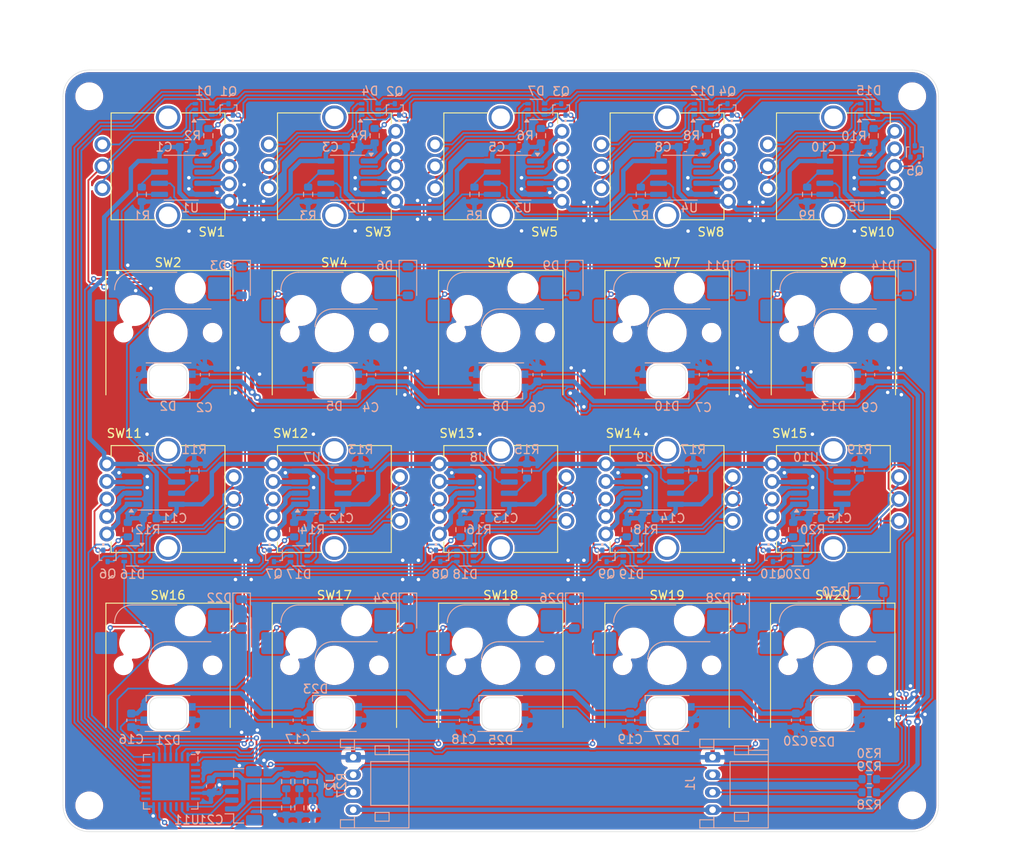
<source format=kicad_pcb>
(kicad_pcb (version 20240108) (generator "pcbnew") (generator_version "8.0")
  (layers (0 "F.Cu" signal) (31 "B.Cu" signal) (34 "B.Paste" user) (35 "F.Paste" user) (36 "B.SilkS" user "B.Silkscreen") (37 "F.SilkS" user "F.Silkscreen") (38 "B.Mask" user) (39 "F.Mask" user) (44 "Edge.Cuts" user))
  (net 0 "")
  (net 1 "+5V")
  (net 2 "GND")
  (net 3 "/RotaryEncoder_COL1/H_QA")
  (net 4 "/R1_QA")
  (net 5 "/RotaryEncoder_COL1/H_QB")
  (net 6 "/R1_QB")
  (net 7 "/RotaryEncoder_COL1/Q_HS")
  (net 8 "/R2_SW")
  (net 9 "/KeyboardKey_COL2/DOUT")
  (net 10 "/KeyboardKey_COL1/SW_ND")
  (net 11 "/RotaryEncoder_COL2/H_QB")
  (net 12 "/RotaryEncoder_COL2/H_QA")
  (net 13 "/RotaryEncoder_COL2/Q_HS")
  (net 14 "/R1_SW")
  (net 15 "/RotaryEncoder_COL1/H_SW")
  (net 16 "/RotaryEncoder_COL2/H_SW")
  (net 17 "/RotaryEncoder_COL1/VREF")
  (net 18 "/RotaryEncoder_COL2/VREF")
  (net 19 "/RotaryEncoder_COL1/OUTR")
  (net 20 "/RotaryEncoder_COL1/OUTG")
  (net 21 "/RotaryEncoder_COL1/OUTB")
  (net 22 "/RotaryEncoder_COL2/OUTB")
  (net 23 "/RotaryEncoder_COL2/OUTR")
  (net 24 "/RotaryEncoder_COL2/OUTG")
  (net 25 "/RotaryEncoder_COL1/SDO")
  (net 26 "/RotaryEncoder_COL1/SDI")
  (net 27 "/RotaryEncoder_COL2/SDI")
  (net 28 "/COL1")
  (net 29 "/COL2")
  (net 30 "/KeyboardKey_COL2/SW_ND")
  (net 31 "/KeyboardKey_COL1/DOUT")
  (net 32 "/RotaryEncoder_COL3/Q_HS")
  (net 33 "/RotaryEncoder_COL3/H_QA")
  (net 34 "/RotaryEncoder_COL3/H_QB")
  (net 35 "/COL3")
  (net 36 "/KeyboardKey_COL3/DOUT")
  (net 37 "/KeyboardKey_COL3/SW_ND")
  (net 38 "/RotaryEncoder_COL3/H_SW")
  (net 39 "/RotaryEncoder_COL3/VREF")
  (net 40 "/RotaryEncoder_COL3/OUTG")
  (net 41 "/RotaryEncoder_COL3/OUTR")
  (net 42 "/RotaryEncoder_COL3/OUTB")
  (net 43 "/RotaryEncoder_COL3/SDI")
  (net 44 "/KeyboardKey_COL4/DOUT")
  (net 45 "/KeyboardKey_COL4/SW_ND")
  (net 46 "/RotaryEncoder_COL4/Q_HS")
  (net 47 "/RotaryEncoder_COL4/H_QA")
  (net 48 "/RotaryEncoder_COL4/H_QB")
  (net 49 "/COL4")
  (net 50 "/KeyboardKey_COL7/DIN")
  (net 51 "/KeyboardKey_COL5/SW_ND")
  (net 52 "/RotaryEncoder_COL5/Q_HS")
  (net 53 "/COL5")
  (net 54 "/RotaryEncoder_COL5/H_QB")
  (net 55 "/RotaryEncoder_COL5/H_QA")
  (net 56 "/RotaryEncoder_COL4/H_SW")
  (net 57 "/RotaryEncoder_COL5/H_SW")
  (net 58 "/RotaryEncoder_COL4/VREF")
  (net 59 "/RotaryEncoder_COL5/VREF")
  (net 60 "/RotaryEncoder_COL4/OUTR")
  (net 61 "/RotaryEncoder_COL4/OUTG")
  (net 62 "/RotaryEncoder_COL4/OUTB")
  (net 63 "/RotaryEncoder_COL5/OUTG")
  (net 64 "/RotaryEncoder_COL5/OUTR")
  (net 65 "/RotaryEncoder_COL5/OUTB")
  (net 66 "/RotaryEncoder_COL4/SDI")
  (net 67 "/R3_QB")
  (net 68 "/R3_QA")
  (net 69 "/RotaryEncoder_COL6/Q_HS")
  (net 70 "/RotaryEncoder_COL6/H_QA")
  (net 71 "/RotaryEncoder_COL6/H_QB")
  (net 72 "/RotaryEncoder_COL7/Q_HS")
  (net 73 "/RotaryEncoder_COL7/H_QB")
  (net 74 "/RotaryEncoder_COL7/H_QA")
  (net 75 "/RotaryEncoder_COL8/H_QB")
  (net 76 "/RotaryEncoder_COL8/H_QA")
  (net 77 "/RotaryEncoder_COL8/Q_HS")
  (net 78 "/RotaryEncoder_COL9/Q_HS")
  (net 79 "/RotaryEncoder_COL9/H_QA")
  (net 80 "/RotaryEncoder_COL9/H_QB")
  (net 81 "/RotaryEncoder_COL10/Q_HS")
  (net 82 "/RotaryEncoder_COL10/H_QA")
  (net 83 "/RotaryEncoder_COL10/H_QB")
  (net 84 "/KeyboardKey_COL6/DIN")
  (net 85 "/R4_SW")
  (net 86 "/KeyboardKey_COL6/SW_ND")
  (net 87 "/KeyboardKey_COL8/DIN")
  (net 88 "/KeyboardKey_COL7/SW_ND")
  (net 89 "/RotaryEncoder_COL7/SDO")
  (net 90 "/KeyboardKey_COL8/SW_ND")
  (net 91 "/KeyboardKey_COL10/DIN")
  (net 92 "/KeyboardKey_COL9/SW_ND")
  (net 93 "/KeyboardKey_COL10/DOUT")
  (net 94 "/KeyboardKey_COL10/SW_ND")
  (net 95 "/R3_SW")
  (net 96 "/RotaryEncoder_COL6/H_SW")
  (net 97 "/RotaryEncoder_COL7/H_SW")
  (net 98 "/RotaryEncoder_COL8/H_SW")
  (net 99 "/RotaryEncoder_COL9/H_SW")
  (net 100 "/RotaryEncoder_COL10/H_SW")
  (net 101 "/RotaryEncoder_COL6/VREF")
  (net 102 "/RotaryEncoder_COL7/VREF")
  (net 103 "/RotaryEncoder_COL8/VREF")
  (net 104 "/RotaryEncoder_COL9/VREF")
  (net 105 "/RotaryEncoder_COL10/VREF")
  (net 106 "/RotaryEncoder_COL6/OUTG")
  (net 107 "/RotaryEncoder_COL6/OUTR")
  (net 108 "/RotaryEncoder_COL6/OUTB")
  (net 109 "/RotaryEncoder_COL7/OUTR")
  (net 110 "/RotaryEncoder_COL7/OUTB")
  (net 111 "/RotaryEncoder_COL7/OUTG")
  (net 112 "/RotaryEncoder_COL8/OUTB")
  (net 113 "/RotaryEncoder_COL8/OUTG")
  (net 114 "/RotaryEncoder_COL8/OUTR")
  (net 115 "/RotaryEncoder_COL9/OUTG")
  (net 116 "/RotaryEncoder_COL9/OUTR")
  (net 117 "/RotaryEncoder_COL9/OUTB")
  (net 118 "/RotaryEncoder_COL10/OUTR")
  (net 119 "/RotaryEncoder_COL10/OUTG")
  (net 120 "/RotaryEncoder_COL10/OUTB")
  (net 121 "/RotaryEncoder_COL8/SDO")
  (net 122 "/RotaryEncoder_COL6/SDO")
  (net 123 "/DIN")
  (net 124 "/DOUT")
  (net 125 "/RotaryEncoder_COL10/SDI")
  (net 131 "/SDIN")
  (net 132 "/SDOUT")
  (net 133 "+3V3")
  (net 134 "/SDA")
  (net 135 "/A1")
  (net 136 "/A0")
  (net 137 "/A2")
  (net 141 "/SCK")
  (net 142 "/KeyboardKey_COL1/DIN")
  (net 143 "/KeyboardKey_COL6/DOUT")
  (net 144 "/RotaryEncoder_COL5/SDI")
  (net 145 "/RotaryEncoder_COL10/SDO")
  (footprint "woodpecker:SW_Hotswap_Kailh_MX_1.00u" (layer "F.Cu") (at 119 120)
    (property "Reference" "SW19")
    (property "Value" "SW_Push")
  )
  (footprint "woodpecker:PEL12T-4xxxS-S1024" (layer "F.Cu") (at 81 101 90)
    (property "Reference" "SW12")
    (property "Value" "PEL12T")
  )
  (footprint "woodpecker:SW_Hotswap_Kailh_MX_1.00u" (layer "F.Cu") (at 137.92 120)
    (property "Reference" "SW20")
    (property "Value" "SW_Push")
  )
  (footprint "woodpecker:SW_Hotswap_Kailh_MX_1.00u" (layer "F.Cu") (at 100 82)
    (property "Reference" "SW6")
    (property "Value" "SW_Push")
  )
  (footprint "woodpecker:PEL12T-4xxxS-S1024" (layer "F.Cu") (at 100 63 -90)
    (property "Reference" "SW5")
    (property "Value" "PEL12T")
  )
  (footprint "MountingHole:MountingHole_2.7mm_M2.5" (layer "F.Cu") (at 53 55)
    (property "Reference" "REF**" (hide yes))
    (property "Value" "MountingHole_2.7mm_M2.5")
  )
  (footprint "woodpecker:SW_Hotswap_Kailh_MX_1.00u" (layer "F.Cu") (at 100 120)
    (property "Reference" "SW18")
    (property "Value" "SW_Push")
  )
  (footprint "woodpecker:PEL12T-4xxxS-S1024" (layer "F.Cu") (at 81 63 -90)
    (property "Reference" "SW3")
    (property "Value" "PEL12T")
  )
  (footprint "woodpecker:SW_Hotswap_Kailh_MX_1.00u" (layer "F.Cu") (at 62 120)
    (property "Reference" "SW16")
    (property "Value" "SW_Push")
  )
  (footprint "woodpecker:PEL12T-4xxxS-S1024" (layer "F.Cu") (at 100 101 90)
    (property "Reference" "SW13")
    (property "Value" "PEL12T")
  )
  (footprint "MountingHole:MountingHole_2.7mm_M2.5" (layer "F.Cu") (at 147 136)
    (property "Reference" "REF**" (hide yes))
    (property "Value" "MountingHole_2.7mm_M2.5")
  )
  (footprint "MountingHole:MountingHole_2.7mm_M2.5" (layer "F.Cu") (at 147 55)
    (property "Reference" "REF**" (hide yes))
    (property "Value" "MountingHole_2.7mm_M2.5")
  )
  (footprint "woodpecker:PEL12T-4xxxS-S1024" (layer "F.Cu") (at 138 101 90)
    (property "Reference" "SW15")
    (property "Value" "PEL12T")
  )
  (footprint "woodpecker:SW_Hotswap_Kailh_MX_1.00u" (layer "F.Cu") (at 81 82)
    (property "Reference" "SW4")
    (property "Value" "SW_Push")
  )
  (footprint "woodpecker:PEL12T-4xxxS-S1024" (layer "F.Cu") (at 119 63 -90)
    (property "Reference" "SW8")
    (property "Value" "PEL12T")
  )
  (footprint "woodpecker:PEL12T-4xxxS-S1024" (layer "F.Cu") (at 62 63 -90)
    (property "Reference" "SW1")
    (property "Value" "PEL12T")
  )
  (footprint "MountingHole:MountingHole_2.7mm_M2.5" (layer "F.Cu") (at 53 136)
    (property "Reference" "REF**" (hide yes))
    (property "Value" "MountingHole_2.7mm_M2.5")
  )
  (footprint "woodpecker:SW_Hotswap_Kailh_MX_1.00u" (layer "F.Cu") (at 62 82)
    (property "Reference" "SW2")
    (property "Value" "SW_Push")
  )
  (footprint "woodpecker:SW_Hotswap_Kailh_MX_1.00u" (layer "F.Cu") (at 119 82)
    (property "Reference" "SW7")
    (property "Value" "SW_Push")
  )
  (footprint "woodpecker:PEL12T-4xxxS-S1024" (layer "F.Cu") (at 62 101 90)
    (property "Reference" "SW11")
    (property "Value" "PEL12T")
  )
  (footprint "woodpecker:SW_Hotswap_Kailh_MX_1.00u" (layer "F.Cu") (at 81 120)
    (property "Reference" "SW17")
    (property "Value" "SW_Push")
  )
  (footprint "woodpecker:PEL12T-4xxxS-S1024" (layer "F.Cu") (at 138 63 -90)
    (property "Reference" "SW10")
    (property "Value" "PEL12T")
  )
  (footprint "woodpecker:SW_Hotswap_Kailh_MX_1.00u" (layer "F.Cu") (at 138 82)
    (property "Reference" "SW9")
    (property "Value" "SW_Push")
  )
  (footprint "woodpecker:PEL12T-4xxxS-S1024" (layer "F.Cu") (at 119 101 90)
    (property "Reference" "SW14")
    (property "Value" "PEL12T")
  )
  (footprint "Diode_SMD:D_SOD-123" (layer "B.Cu") (at 70.4 114.1 -90)
    (property "Reference" "D22")
    (property "Value" "1N4148W")
  )
  (footprint "Capacitor_SMD:C_0603_1608Metric" (layer "B.Cu") (at 102.1 60.8)
    (property "Reference" "C5")
    (property "Value" "100n")
  )
  (footprint "Resistor_SMD:R_0603_1608Metric" (layer "B.Cu") (at 122 97.800001 90)
    (property "Reference" "R17")
    (property "Value" "11k")
  )
  (footprint "Resistor_SMD:R_0603_1608Metric" (layer "B.Cu") (at 57.4 104.499999 90)
    (property "Reference" "R12")
    (property "Value" "11k")
  )
  (footprint "Resistor_SMD:R_0603_1608Metric" (layer "B.Cu") (at 77 136.275 -90)
    (property "Reference" "R25" (hide yes))
    (property "Value" "11k")
  )
  (footprint "Resistor_SMD:R_0603_1608Metric" (layer "B.Cu") (at 66.6 59.5 -90)
    (property "Reference" "R2")
    (property "Value" "11k")
  )
  (footprint "Resistor_SMD:R_0603_1608Metric" (layer "B.Cu") (at 75.5 133.275 -90)
    (property "Reference" "R22" (hide yes))
    (property "Value" "11k")
  )
  (footprint "Capacitor_SMD:C_0603_1608Metric" (layer "B.Cu") (at 83.1 60.8)
    (property "Reference" "C3")
    (property "Value" "100n")
  )
  (footprint "Connector_JST:JST_PH_S4B-PH-K_1x04_P2.00mm_Horizontal" (layer "B.Cu") (at 124.2 130.5 -90)
    (property "Reference" "J1")
    (property "Value" "JST PH")
  )
  (footprint "Resistor_SMD:R_0603_1608Metric" (layer "B.Cu") (at 78 66.2 -90)
    (property "Reference" "R3")
    (property "Value" "11k")
  )
  (footprint "Resistor_SMD:R_0603_1608Metric" (layer "B.Cu") (at 75.5 136.275 -90)
    (property "Reference" "R26" (hide yes))
    (property "Value" "11k")
  )
  (footprint "Package_TO_SOT_SMD:SOT-416" (layer "B.Cu") (at 131.1 107.499999 -90)
    (property "Reference" "Q10")
    (property "Value" "RE1C002UN")
  )
  (footprint "Package_TO_SOT_SMD:SOT-363_SC-70-6" (layer "B.Cu") (at 123.05897 56.5)
    (property "Reference" "D12")
    (property "Value" "BAS16TW")
  )
  (footprint "Capacitor_SMD:C_0603_1608Metric" (layer "B.Cu") (at 66.2 86.8 90)
    (property "Reference" "C2")
    (property "Value" "100n")
  )
  (footprint "Package_TO_SOT_SMD:SOT-363_SC-70-6" (layer "B.Cu") (at 66.05897 56.5)
    (property "Reference" "D1")
    (property "Value" "BAS16TW")
  )
  (footprint "Package_TO_SOT_SMD:SOT-416" (layer "B.Cu") (at 68.9 56.5 90)
    (property "Reference" "Q1")
    (property "Value" "RE1C002UN")
  )
  (footprint "Resistor_SMD:R_0603_1608Metric" (layer "B.Cu") (at 80.4 133.7 90)
    (property "Reference" "R27")
    (property "Value" "33")
  )
  (footprint "Capacitor_SMD:C_0603_1608Metric" (layer "B.Cu") (at 59.9 103.199999 180)
    (property "Reference" "C11")
    (property "Value" "100n")
  )
  (footprint "Capacitor_SMD:C_0603_1608Metric" (layer "B.Cu") (at 97.9 103.199999 180)
    (property "Reference" "C13")
    (property "Value" "100n")
  )
  (footprint "Package_TO_SOT_SMD:SOT-416" (layer "B.Cu") (at 55.1 107.499999 -90)
    (property "Reference" "Q6")
    (property "Value" "RE1C002UN")
  )
  (footprint "woodpecker:LED_Inolux_IN-PI32TAR_PLCC4_3.2x2.8mm_P1.5mm" (layer "B.Cu") (at 119 125.5)
    (property "Reference" "D27")
    (property "Value" "IN-PI32TAR")
    (fp_line (start -2.15 0.8) (end -2.15 -0.8) (stroke (width 0.05)) (layer "Edge.Cuts"))
    (fp_line (start -1.149999 -1.799999) (end 1.15 -1.8) (stroke (width 0.05)) (layer "Edge.Cuts"))
    (fp_line (start 1.1 1.8) (end -1.15 1.8) (stroke (width 0.05)) (layer "Edge.Cuts"))
    (fp_line (start 2.15 -0.8) (end 2.15 0.75) (stroke (width 0.05)) (layer "Edge.Cuts"))
    (fp_arc (start -2.149999 -0.799999) (mid -1.857106 -1.507106) (end -1.149999 -1.799999) (stroke (width 0.05)) (layer "Edge.Cuts"))
    (fp_arc (start -1.149999 1.799998) (mid -1.857106 1.507105) (end -2.149999 0.799998) (stroke (width 0.05)) (layer "Edge.Cuts"))
    (fp_arc (start 1.15 -1.8) (mid 1.857107 -1.507107) (end 2.15 -0.8) (stroke (width 0.05)) (layer "Edge.Cuts"))
    (fp_arc (start 2.15 0.75) (mid 1.842462 1.492462) (end 1.1 1.8) (stroke (width 0.05)) (layer "Edge.Cuts"))
  )
  (footprint "Resistor_SMD:R_0603_1608Metric" (layer "B.Cu") (at 97 66.2 -90)
    (property "Reference" "R5")
    (property "Value" "11k")
  )
  (footprint "Diode_SMD:D_SOD-123" (layer "B.Cu") (at 146.4 76.1 -90)
    (property "Reference" "D14")
    (property "Value" "1N4148W")
  )
  (footprint "Connector_JST:JST_SH_BM04B-SRSS-TB_1x04-1MP_P1.00mm_Vertical" (layer "B.Cu") (at 70.6 134.9 90)
    (property "Reference" "J3" (hide yes))
    (property "Value" "JST SH")
  )
  (footprint "Package_SO:SOIC-8_3.9x4.9mm_P1.27mm" (layer "B.Cu") (at 82.5 64.3 180)
    (property "Reference" "U2")
    (property "Value" "TLC5973")
  )
  (footprint "Capacitor_SMD:C_0603_1608Metric" (layer "B.Cu") (at 135.9 103.199999 180)
    (property "Reference" "C15")
    (property "Value" "100n")
  )
  (footprint "Capacitor_SMD:C_0603_1608Metric" (layer "B.Cu") (at 133.72 126.275 -90)
    (property "Reference" "C20")
    (property "Value" "100n")
  )
  (footprint "woodpecker:LED_Inolux_IN-PI32TAR_PLCC4_3.2x2.8mm_P1.5mm" (layer "B.Cu") (at 138 87.5 180)
    (property "Reference" "D13")
    (property "Value" "IN-PI32TAR")
    (fp_line (start 2.15 -0.8) (end 2.15 0.75) (stroke (width 0.05)) (layer "Edge.Cuts"))
    (fp_line (start 1.1 1.8) (end -1.15 1.8) (stroke (width 0.05)) (layer "Edge.Cuts"))
    (fp_line (start -1.149999 -1.799999) (end 1.15 -1.8) (stroke (width 0.05)) (layer "Edge.Cuts"))
    (fp_line (start -2.15 0.8) (end -2.15 -0.8) (stroke (width 0.05)) (layer "Edge.Cuts"))
    (fp_arc (start 2.15 0.75) (mid 1.842462 1.492462) (end 1.1 1.8) (stroke (width 0.05)) (layer "Edge.Cuts"))
    (fp_arc (start 1.15 -1.8) (mid 1.857107 -1.507107) (end 2.15 -0.8) (stroke (width 0.05)) (layer "Edge.Cuts"))
    (fp_arc (start -1.149999 1.799998) (mid -1.857106 1.507105) (end -2.149999 0.799998) (stroke (width 0.05)) (layer "Edge.Cuts"))
    (fp_arc (start -2.149999 -0.799999) (mid -1.857106 -1.507106) (end -1.149999 -1.799999) (stroke (width 0.05)) (layer "Edge.Cuts"))
  )
  (footprint "Resistor_SMD:R_0603_1608Metric" (layer "B.Cu") (at 142.1 131.5 180)
    (property "Reference" "R30")
    (property "Value" "33")
  )
  (footprint "Resistor_SMD:R_0603_1608Metric" (layer "B.Cu") (at 84 97.800001 90)
    (property "Reference" "R13")
    (property "Value" "11k")
  )
  (footprint "Resistor_SMD:R_0603_1608Metric" (layer "B.Cu") (at 116 66.2 -90)
    (property "Reference" "R7")
    (property "Value" "11k")
  )
  (footprint "Capacitor_SMD:C_0603_1608Metric" (layer "B.Cu") (at 121.1 60.8)
    (property "Reference" "C8")
    (property "Value" "100n")
  )
  (footprint "Package_TO_SOT_SMD:SOT-416" (layer "B.Cu") (at 125.9 56.5 90)
    (property "Reference" "Q4")
    (property "Value" "RE1C002UN")
  )
  (footprint "woodpecker:LED_Inolux_IN-PI32TAR_PLCC4_3.2x2.8mm_P1.5mm" (layer "B.Cu") (at 100 125.5)
    (property "Reference" "D25")
    (property "Value" "IN-PI32TAR")
    (fp_line (start -2.15 0.8) (end -2.15 -0.8) (stroke (width 0.05)) (layer "Edge.Cuts"))
    (fp_line (start -1.149999 -1.799999) (end 1.15 -1.8) (stroke (width 0.05)) (layer "Edge.Cuts"))
    (fp_line (start 1.1 1.8) (end -1.15 1.8) (stroke (width 0.05)) (layer "Edge.Cuts"))
    (fp_line (start 2.15 -0.8) (end 2.15 0.75) (stroke (width 0.05)) (layer "Edge.Cuts"))
    (fp_arc (start -2.149999 -0.799999) (mid -1.857106 -1.507106) (end -1.149999 -1.799999) (stroke (width 0.05)) (layer "Edge.Cuts"))
    (fp_arc (start -1.149999 1.799998) (mid -1.857106 1.507105) (end -2.149999 0.799998) (stroke (width 0.05)) (layer "Edge.Cuts"))
    (fp_arc (start 1.15 -1.8) (mid 1.857107 -1.507107) (end 2.15 -0.8) (stroke (width 0.05)) (layer "Edge.Cuts"))
    (fp_arc (start 2.15 0.75) (mid 1.842462 1.492462) (end 1.1 1.8) (stroke (width 0.05)) (layer "Edge.Cuts"))
  )
  (footprint "woodpecker:LED_Inolux_IN-PI32TAR_PLCC4_3.2x2.8mm_P1.5mm" (layer "B.Cu") (at 100 87.5 180)
    (property "Reference" "D8")
    (property "Value" "IN-PI32TAR")
    (fp_line (start 2.15 -0.8) (end 2.15 0.75) (stroke (width 0.05)) (layer "Edge.Cuts"))
    (fp_line (start 1.1 1.8) (end -1.15 1.8) (stroke (width 0.05)) (layer "Edge.Cuts"))
    (fp_line (start -1.149999 -1.799999) (end 1.15 -1.8) (stroke (width 0.05)) (layer "Edge.Cuts"))
    (fp_line (start -2.15 0.8) (end -2.15 -0.8) (stroke (width 0.05)) (layer "Edge.Cuts"))
    (fp_arc (start 2.15 0.75) (mid 1.842462 1.492462) (end 1.1 1.8) (stroke (width 0.05)) (layer "Edge.Cuts"))
    (fp_arc (start 1.15 -1.8) (mid 1.857107 -1.507107) (end 2.15 -0.8) (stroke (width 0.05)) (layer "Edge.Cuts"))
    (fp_arc (start -1.149999 1.799998) (mid -1.857106 1.507105) (end -2.149999 0.799998) (stroke (width 0.05)) (layer "Edge.Cuts"))
    (fp_arc (start -2.149999 -0.799999) (mid -1.857106 -1.507106) (end -1.149999 -1.799999) (stroke (width 0.05)) (layer "Edge.Cuts"))
  )
  (footprint "Resistor_SMD:R_0603_1608Metric" (layer "B.Cu") (at 78.5 136.275 -90)
    (property "Reference" "R24" (hide yes))
    (property "Value" "11k")
  )
  (footprint "Resistor_SMD:R_0603_1608Metric" (layer "B.Cu") (at 135 66.2 -90)
    (property "Reference" "R9")
    (property "Value" "11k")
  )
  (footprint "Package_SO:SOIC-8_3.9x4.9mm_P1.27mm" (layer "B.Cu") (at 117.500001 99.7)
    (property "Reference" "U9")
    (property "Value" "TLC5973")
  )
  (footprint "Resistor_SMD:R_0603_1608Metric" (layer "B.Cu") (at 104.6 59.5 -90)
    (property "Reference" "R6")
    (property "Value" "11k")
  )
  (footprint "Package_SO:SOIC-8_3.9x4.9mm_P1.27mm" (layer "B.Cu") (at 136.500001 99.7)
    (property "Reference" "U10")
    (property "Value" "TLC5973")
  )
  (footprint "Package_TO_SOT_SMD:SOT-363_SC-70-6" (layer "B.Cu") (at 142.05897 56.5)
    (property "Reference" "D15")
    (property "Value" "BAS16TW")
  )
  (footprint "Diode_SMD:D_SOD-123" (layer "B.Cu") (at 89.4 114.1 -90)
    (property "Reference" "D24")
    (property "Value" "1N4148W")
  )
  (footprint "Resistor_SMD:R_0603_1608Metric" (layer "B.Cu") (at 65 97.800001 90)
    (property "Reference" "R11")
    (property "Value" "11k")
  )
  (footprint "Capacitor_SMD:C_0603_1608Metric" (layer "B.Cu") (at 140.1 60.8)
    (property "Reference" "C10")
    (property "Value" "100n")
  )
  (footprint "Capacitor_SMD:C_0603_1608Metric" (layer "B.Cu") (at 57.8 126.275 -90)
    (property "Reference" "C16")
    (property "Value" "100n")
  )
  (footprint "Resistor_SMD:R_0603_1608Metric" (layer "B.Cu") (at 142.1 133 180)
    (property "Reference" "R29")
    (property "Value" "33")
  )
  (footprint "Connector_JST:JST_PH_S4B-PH-K_1x04_P2.00mm_Horizontal" (layer "B.Cu") (at 83.15 130.5 -90)
    (property "Reference" "J2")
    (property "Value" "JST PH")
  )
  (footprint "Diode_SMD:D_SOD-123" (layer "B.Cu") (at 142.1 111.6)
    (property "Reference" "D30")
    (property "Value" "1N4148W")
  )
  (footprint "Capacitor_SMD:C_0603_1608Metric" (layer "B.Cu") (at 78.9 103.199999 180)
    (property "Reference" "C12")
    (property "Value" "100n")
  )
  (footprint "Capacitor_SMD:C_0603_1608Metric" (layer "B.Cu") (at 116.9 103.199999 180)
    (property "Reference" "C14")
    (property "Value" "100n")
  )
  (footprint "woodpecker:LED_Inolux_IN-PI32TAR_PLCC4_3.2x2.8mm_P1.5mm" (layer "B.Cu") (at 119 87.5 180)
    (property "Reference" "D10")
    (property "Value" "IN-PI32TAR")
    (fp_line (start 2.15 -0.8) (end 2.15 0.75) (stroke (width 0.05)) (layer "Edge.Cuts"))
    (fp_line (start 1.1 1.8) (end -1.15 1.8) (stroke (width 0.05)) (layer "Edge.Cuts"))
    (fp_line (start -1.149999 -1.799999) (end 1.15 -1.8) (stroke (width 0.05)) (layer "Edge.Cuts"))
    (fp_line (start -2.15 0.8) (end -2.15 -0.8) (stroke (width 0.05)) (layer "Edge.Cuts"))
    (fp_arc (start 2.15 0.75) (mid 1.842462 1.492462) (end 1.1 1.8) (stroke (width 0.05)) (layer "Edge.Cuts"))
    (fp_arc (start 1.15 -1.8) (mid 1.857107 -1.507107) (end 2.15 -0.8) (stroke (width 0.05)) (layer "Edge.Cuts"))
    (fp_arc (start -1.149999 1.799998) (mid -1.857106 1.507105) (end -2.149999 0.799998) (stroke (width 0.05)) (layer "Edge.Cuts"))
    (fp_arc (start -2.149999 -0.799999) (mid -1.857106 -1.507106) (end -1.149999 -1.799999) (stroke (width 0.05)) (layer "Edge.Cuts"))
  )
  (footprint "Resistor_SMD:R_0603_1608Metric" (layer "B.Cu") (at 133.4 104.499999 90)
    (property "Reference" "R20")
    (property "Value" "11k")
  )
  (footprint "Package_DFN_QFN:QFN-28-1EP_6x6mm_P0.65mm_EP4.25x4.25mm" (layer "B.Cu") (at 62.3 133.3 180)
    (property "Reference" "U11")
    (property "Value" "MCP23017_ML")
  )
  (footprint "Diode_SMD:D_SOD-123" (layer "B.Cu") (at 70.4 76.1 -90)
    (property "Reference" "D3")
    (property "Value" "1N4148W")
  )
  (footprint "Package_TO_SOT_SMD:SOT-363_SC-70-6" (layer "B.Cu") (at 104.05897 56.5)
    (property "Reference" "D7")
    (property "Value" "BAS16TW")
  )
  (footprint "Capacitor_SMD:C_0603_1608Metric" (layer "B.Cu") (at 123.2 86.8 90)
    (property "Reference" "C7")
    (property "Value" "100n")
  )
  (footprint "Diode_SMD:D_SOD-123" (layer "B.Cu") (at 108.4 76.1 -90)
    (property "Reference" "D9")
    (property "Value" "1N4148W")
  )
  (footprint "woodpecker:LED_Inolux_IN-PI32TAR_PLCC4_3.2x2.8mm_P1.5mm" (layer "B.Cu") (at 62 125.5)
    (property "Reference" "D21")
    (property "Value" "IN-PI32TAR")
    (fp_line (start -2.15 0.8) (end -2.15 -0.8) (stroke (width 0.05)) (layer "Edge.Cuts"))
    (fp_line (start -1.149999 -1.799999) (end 1.15 -1.8) (stroke (width 0.05)) (layer "Edge.Cuts"))
    (fp_line (start 1.1 1.8) (end -1.15 1.8) (stroke (width 0.05)) (layer "Edge.Cuts"))
    (fp_line (start 2.15 -0.8) (end 2.15 0.75) (stroke (width 0.05)) (layer "Edge.Cuts"))
    (fp_arc (start -2.149999 -0.799999) (mid -1.857106 -1.507106) (end -1.149999 -1.799999) (stroke (width 0.05)) (layer "Edge.Cuts"))
    (fp_arc (start -1.149999 1.799998) (mid -1.857106 1.507105) (end -2.149999 0.799998) (stroke (width 0.05)) (layer "Edge.Cuts"))
    (fp_arc (start 1.15 -1.8) (mid 1.857107 -1.507107) (end 2.15 -0.8) (stroke (width 0.05)) (layer "Edge.Cuts"))
    (fp_arc (start 2.15 0.75) (mid 1.842462 1.492462) (end 1.1 1.8) (stroke (width 0.05)) (layer "Edge.Cuts"))
  )
  (footprint "woodpecker:LED_Inolux_IN-PI32TAR_PLCC4_3.2x2.8mm_P1.5mm" (layer "B.Cu") (at 81 87.5 180)
    (property "Reference" "D5")
    (property "Value" "IN-PI32TAR")
    (fp_line (start 2.15 -0.8) (end 2.15 0.75) (stroke (width 0.05)) (layer "Edge.Cuts"))
    (fp_line (start 1.1 1.8) (end -1.15 1.8) (stroke (width 0.05)) (layer "Edge.Cuts"))
    (fp_line (start -1.149999 -1.799999) (end 1.15 -1.8) (stroke (width 0.05)) (layer "Edge.Cuts"))
    (fp_line (start -2.15 0.8) (end -2.15 -0.8) (stroke (width 0.05)) (layer "Edge.Cuts"))
    (fp_arc (start 2.15 0.75) (mid 1.842462 1.492462) (end 1.1 1.8) (stroke (width 0.05)) (layer "Edge.Cuts"))
    (fp_arc (start 1.15 -1.8) (mid 1.857107 -1.507107) (end 2.15 -0.8) (stroke (width 0.05)) (layer "Edge.Cuts"))
    (fp_arc (start -1.149999 1.799998) (mid -1.857106 1.507105) (end -2.149999 0.799998) (stroke (width 0.05)) (layer "Edge.Cuts"))
    (fp_arc (start -2.149999 -0.799999) (mid -1.857106 -1.507106) (end -1.149999 -1.799999) (stroke (width 0.05)) (layer "Edge.Cuts"))
  )
  (footprint "Package_TO_SOT_SMD:SOT-416" (layer "B.Cu") (at 147.3 61.3 90)
    (property "Reference" "Q5")
    (property "Value" "RE1C002UN")
  )
  (footprint "Package_TO_SOT_SMD:SOT-416" (layer "B.Cu") (at 74.1 107.499999 -90)
    (property "Reference" "Q7")
    (property "Value" "RE1C002UN")
  )
  (footprint "Package_TO_SOT_SMD:SOT-416" (layer "B.Cu") (at 87.9 56.5 90)
    (property "Reference" "Q2")
    (property "Value" "RE1C002UN")
  )
  (footprint "Capacitor_SMD:C_0603_1608Metric" (layer "B.Cu") (at 95.8 126.275 -90)
    (property "Reference" "C18")
    (property "Value" "100n")
  )
  (footprint "Resistor_SMD:R_0603_1608Metric" (layer "B.Cu") (at 142.1 134.5)
    (property "Reference" "R28")
    (property "Value" "33")
  )
  (footprint "Package_TO_SOT_SMD:SOT-363_SC-70-6" (layer "B.Cu") (at 85.05897 56.5)
    (property "Reference" "D4")
    (property "Value" "BAS16TW")
  )
  (footprint "Capacitor_SMD:C_0603_1608Metric" (layer "B.Cu") (at 64.1 60.8)
    (property "Reference" "C1")
    (property "Value" "100n")
  )
  (footprint "Resistor_SMD:R_0603_1608Metric" (layer "B.Cu") (at 85.6 59.5 -90)
    (property "Reference" "R4")
    (property "Value" "11k")
  )
  (footprint "woodpecker:LED_Inolux_IN-PI32TAR_PLCC4_3.2x2.8mm_P1.5mm" (layer "B.Cu") (at 81 125.5)
    (property "Reference" "D23")
    (property "Value" "IN-PI32TAR")
    (fp_line (start -2.15 0.8) (end -2.15 -0.8) (stroke (width 0.05)) (layer "Edge.Cuts"))
    (fp_line (start -1.149999 -1.799999) (end 1.15 -1.8) (stroke (width 0.05)) (layer "Edge.Cuts"))
    (fp_line (start 1.1 1.8) (end -1.15 1.8) (stroke (width 0.05)) (layer "Edge.Cuts"))
    (fp_line (start 2.15 -0.8) (end 2.15 0.75) (stroke (width 0.05)) (layer "Edge.Cuts"))
    (fp_arc (start -2.149999 -0.799999) (mid -1.857106 -1.507106) (end -1.149999 -1.799999) (stroke (width 0.05)) (layer "Edge.Cuts"))
    (fp_arc (start -1.149999 1.799998) (mid -1.857106 1.507105) (end -2.149999 0.799998) (stroke (width 0.05)) (layer "Edge.Cuts"))
    (fp_arc (start 1.15 -1.8) (mid 1.857107 -1.507107) (end 2.15 -0.8) (stroke (width 0.05)) (layer "Edge.Cuts"))
    (fp_arc (start 2.15 0.75) (mid 1.842462 1.492462) (end 1.1 1.8) (stroke (width 0.05)) (layer "Edge.Cuts"))
  )
  (footprint "Capacitor_SMD:C_0603_1608Metric" (layer "B.Cu") (at 66.9 133.8 -90)
    (property "Reference" "C21")
    (property "Value" "100n")
  )
  (footprint "Resistor_SMD:R_0603_1608Metric" (layer "B.Cu") (at 114.4 104.499999 90)
    (property "Reference" "R18")
    (property "Value" "11k")
  )
  (footprint "Package_SO:SOIC-8_3.9x4.9mm_P1.27mm" (layer "B.Cu") (at 79.500001 99.7)
    (property "Reference" "U7")
    (property "Value" "TLC5973")
  )
  (footprint "Package_TO_SOT_SMD:SOT-416" (layer "B.Cu") (at 106.9 56.5 90)
    (property "Reference" "Q3")
    (property "Value" "RE1C002UN")
  )
  (footprint "Capacitor_SMD:C_0603_1608Metric" (layer "B.Cu") (at 76.8 126.275 -90)
    (property "Reference" "C17")
    (property "Value" "100n")
  )
  (footprint "Package_SO:SOIC-8_3.9x4.9mm_P1.27mm" (layer "B.Cu") (at 98.500001 99.7)
    (property "Reference" "U8")
    (property "Value" "TLC5973")
  )
  (footprint "Resistor_SMD:R_0603_1608Metric" (layer "B.Cu") (at 59 66.2 -90)
    (property "Reference" "R1")
    (property "Value" "11k")
  )
  (footprint "Package_TO_SOT_SMD:SOT-416" (layer "B.Cu") (at 112.1 107.499999 -90)
    (property "Reference" "Q9")
    (property "Value" "RE1C002UN")
  )
  (footprint "Resistor_SMD:R_0603_1608Metric" (layer "B.Cu") (at 142.6 59.5 -90)
    (property "Reference" "R10")
    (property "Value" "11k")
  )
  (footprint "Package_SO:SOIC-8_3.9x4.9mm_P1.27mm" (layer "B.Cu") (at 139.5 64.3 180)
    (property "Reference" "U5")
    (property "Value" "TLC5973")
  )
  (footprint "Package_SO:SOIC-8_3.9x4.9mm_P1.27mm" (layer "B.Cu") (at 101.5 64.3 180)
    (property "Reference" "U3")
    (property "Value" "TLC5973")
  )
  (footprint "Diode_SMD:D_SOD-123" (layer "B.Cu") (at 127.4 114.1 -90)
    (property "Reference" "D28")
    (property "Value" "1N4148W")
  )
  (footprint "Package_SO:SOIC-8_3.9x4.9mm_P1.27mm" (layer "B.Cu") (at 60.500001 99.7)
    (property "Reference" "U6")
    (property "Value" "TLC5973")
  )
  (footprint "Capacitor_SMD:C_0603_1608Metric" (layer "B.Cu") (at 114.8 126.275 -90)
    (property "Reference" "C19")
    (property "Value" "100n")
  )
  (footprint "woodpecker:LED_Inolux_IN-PI32TAR_PLCC4_3.2x2.8mm_P1.5mm" (layer "B.Cu") (at 137.92 125.5)
    (property "Reference" "D29")
    (property "Value" "IN-PI32TAR")
    (fp_line (start -2.15 0.8) (end -2.15 -0.8) (stroke (width 0.05)) (layer "Edge.Cuts"))
    (fp_line (start -1.149999 -1.799999) (end 1.15 -1.8) (stroke (width 0.05)) (layer "Edge.Cuts"))
    (fp_line (start 1.1 1.8) (end -1.15 1.8) (stroke (width 0.05)) (layer "Edge.Cuts"))
    (fp_line (start 2.15 -0.8) (end 2.15 0.75) (stroke (width 0.05)) (layer "Edge.Cuts"))
    (fp_arc (start -2.149999 -0.799999) (mid -1.857106 -1.507106) (end -1.149999 -1.799999) (stroke (width 0.05)) (layer "Edge.Cuts"))
    (fp_arc (start -1.149999 1.799998) (mid -1.857106 1.507105) (end -2.149999 0.799998) (stroke (width 0.05)) (layer "Edge.Cuts"))
    (fp_arc (start 1.15 -1.8) (mid 1.857107 -1.507107) (end 2.15 -0.8) (stroke (width 0.05)) (layer "Edge.Cuts"))
    (fp_arc (start 2.15 0.75) (mid 1.842462 1.492462) (end 1.1 1.8) (stroke (width 0.05)) (layer "Edge.Cuts"))
  )
  (footprint "woodpecker:LED_Inolux_IN-PI32TAR_PLCC4_3.2x2.8mm_P1.5mm" (layer "B.Cu") (at 62 87.5 180)
    (property "Reference" "D2")
    (property "Value" "IN-PI32TAR")
    (fp_line (start 2.15 -0.8) (end 2.15 0.75) (stroke (width 0.05)) (layer "Edge.Cuts"))
    (fp_line (start 1.1 1.8) (end -1.15 1.8) (stroke (width 0.05)) (layer "Edge.Cuts"))
    (fp_line (start -1.149999 -1.799999) (end 1.15 -1.8) (stroke (width 0.05)) (layer "Edge.Cuts"))
    (fp_line (start -2.15 0.8) (end -2.15 -0.8) (stroke (width 0.05)) (layer "Edge.Cuts"))
    (fp_arc (start 2.15 0.75) (mid 1.842462 1.492462) (end 1.1 1.8) (stroke (width 0.05)) (layer "Edge.Cuts"))
    (fp_arc (start 1.15 -1.8) (mid 1.857107 -1.507107) (end 2.15 -0.8) (stroke (width 0.05)) (layer "Edge.Cuts"))
    (fp_arc (start -1.149999 1.799998) (mid -1.857106 1.507105) (end -2.149999 0.799998) (stroke (width 0.05)) (layer "Edge.Cuts"))
    (fp_arc (start -2.149999 -0.799999) (mid -1.857106 -1.507106) (end -1.149999 -1.799999) (stroke (width 0.05)) (layer "Edge.Cuts"))
  )
  (footprint "Package_TO_SOT_SMD:SOT-363_SC-70-6" (layer "B.Cu") (at 57.94103 107.499999 180)
    (property "Reference" "D16")
    (property "Value" "BAS16TW")
  )
  (footprint "Diode_SMD:D_SOD-123" (layer "B.Cu") (at 127.4 76.1 -90)
    (property "Reference" "D11")
    (property "Value" "1N4148W")
  )
  (footprint "Capacitor_SMD:C_0603_1608Metric" (layer "B.Cu") (at 104.2 86.8 90)
    (property "Reference" "C6")
    (property "Value" "100n")
  )
  (footprint "Resistor_SMD:R_0603_1608Metric" (layer "B.Cu") (at 78.5 133.275 -90)
    (property "Reference" "R23" (hide yes))
    (property "Value" "11k")
  )
  (footprint "Resistor_SMD:R_0603_1608Metric" (layer "B.Cu") (at 103 97.800001 90)
    (property "Reference" "R15")
    (property "Value" "11k")
  )
  (footprint "Package_SO:SOIC-8_3.9x4.9mm_P1.27mm" (layer "B.Cu") (at 63.5 64.3 180)
    (property "Reference" "U1")
    (property "Value" "TLC5973")
  )
  (footprint "Capacitor_SMD:C_0603_1608Metric" (layer "B.Cu") (at 85.2 86.8 90)
    (property "Reference" "C4")
    (property "Value" "100n")
  )
  (footprint "Package_TO_SOT_SMD:SOT-363_SC-70-6" (layer "B.Cu") (at 133.94103 107.499999 180)
    (property "Reference" "D20")
    (property "Value" "BAS16TW")
  )
  (footprint "Package_TO_SOT_SMD:SOT-416" (layer "B.Cu") (at 93.1 107.499999 -90)
    (property "Reference" "Q8")
    (property "Value" "RE1C002UN")
  )
  (footprint "Diode_SMD:D_SOD-123" (layer "B.Cu") (at 108.4 114.1 -90)
    (property "Reference" "D26")
    (property "Value" "1N4148W")
  )
  (footprint "Resistor_SMD:R_0603_1608Metric" (layer "B.Cu") (at 77 133.275 -90)
    (property "Reference" "R21" (hide yes))
    (property "Value" "11k")
  )
  (footprint "Package_TO_SOT_SMD:SOT-363_SC-70-6" (layer "B.Cu") (at 95.94103 107.499999 180)
    (property "Reference" "D18")
    (property "Value" "BAS16TW")
  )
  (footprint "Resistor_SMD:R_0603_1608Metric" (layer "B.Cu") (at 95.4 104.499999 90)
    (property "Reference" "R16")
    (property "Value" "11k")
  )
  (footprint "Package_TO_SOT_SMD:SOT-363_SC-70-6" (layer "B.Cu") (at 114.94103 107.499999 180)
    (property "Reference" "D19")
    (property "Value" "BAS16TW")
  )
  (footprint "Diode_SMD:D_SOD-123" (layer "B.Cu") (at 89.4 76.1 -90)
    (property "Reference" "D6")
    (property "Value" "1N4148W")
  )
  (footprint "Resistor_SMD:R_0603_1608Metric" (layer "B.Cu") (at 76.4 104.499999 90)
    (property "Reference" "R14")
    (property "Value" "11k")
  )
  (footprint "Package_SO:SOIC-8_3.9x4.9mm_P1.27mm" (layer "B.Cu") (at 120.5 64.3 180)
    (property "Reference" "U4")
    (property "Value" "TLC5973")
  )
  (footprint "Resistor_SMD:R_0603_1608Metric" (layer "B.Cu") (at 141 97.800001 90)
    (property "Reference" "R19")
    (property "Value" "11k")
  )
  (footprint "Capacitor_SMD:C_0603_1608Metric" (layer "B.Cu") (at 142.2 86.8 90)
    (property "Reference" "C9")
    (property "Value" "100n")
  )
  (footprint "Resistor_SMD:R_0603_1608Metric" (layer "B.Cu") (at 123.6 59.5 -90)
    (property "Reference" "R8")
    (property "Value" "11k")
  )
  (footprint "Package_TO_SOT_SMD:SOT-363_SC-70-6" (layer "B.Cu") (at 76.94103 107.499999 180)
    (property "Reference" "D17")
    (property "Value" "BAS16TW")
  )
  (gr_line (start 50 136) (end 50 55) (stroke (width 0.05)) (layer "Edge.Cuts"))
  (gr_line (start 150 55) (end 150 136) (stroke (width 0.05)) (layer "Edge.Cuts"))
  (gr_arc (start 150 136) (mid 149.12132 138.12132) (end 147 139) (stroke (width 0.05)) (layer "Edge.Cuts"))
  (gr_line (start 147 139) (end 53 139) (stroke (width 0.05)) (layer "Edge.Cuts"))
  (gr_arc (start 147 52) (mid 149.12132 52.87868) (end 150 55) (stroke (width 0.05)) (layer "Edge.Cuts"))
  (gr_arc (start 53 139) (mid 50.87868 138.12132) (end 50 136) (stroke (width 0.05)) (layer "Edge.Cuts"))
  (gr_line (start 53 52) (end 147 52) (stroke (width 0.05)) (layer "Edge.Cuts"))
  (gr_arc (start 50 55) (mid 50.87868 52.87868) (end 53 52) (stroke (width 0.05)) (layer "Edge.Cuts"))
  (segment (start 69 67) (end 69.95 66.05) (width 0.5) (layer "F.Cu") (net 1))
  (segment (start 69.95 66.05) (end 71.102082 66.05) (width 0.5) (layer "F.Cu") (net 1))
  (segment (start 147.611762 123.711762) (end 147.205025 123.305025) (width 0.5) (layer "F.Cu") (net 1))
  (segment (start 71.102082 66.05) (end 71.6 66.547918) (width 0.5) (layer "F.Cu") (net 1))
  (segment (start 72.201042 89.401042) (end 71.6 88.8) (width 0.5) (layer "F.Cu") (net 1))
  (segment (start 71.6 66.547918) (end 71.6 88.8) (width 0.5) (layer "F.Cu") (net 1))
  (segment (start 147.611762 126.417136) (end 147.611762 123.711762) (width 0.5) (layer "F.Cu") (net 1))
  (via (at 71.6 88.8) (size 0.8) (drill 0.4) (layers "F.Cu" "B.Cu") (net 1))
  (via (at 147.205025 123.305025) (size 0.8) (drill 0.4) (layers "F.Cu" "B.Cu") (net 1))
  (via (at 72.201042 89.401042) (size 0.8) (drill 0.4) (layers "F.Cu" "B.Cu") (net 1))
  (via (at 147.611762 126.417136) (size 0.8) (drill 0.4) (layers "F.Cu" "B.Cu") (net 1))
  (segment (start 147.65 122.86005) (end 147.65 89.205636) (width 0.5) (layer "B.Cu") (net 1))
  (segment (start 120.325 60.8) (end 118.8 60.8) (width 0.5) (layer "B.Cu") (net 1))
  (segment (start 123.2 87.575) (end 127.375 87.575) (width 0.5) (layer "B.Cu") (net 1))
  (segment (start 54.7 96.7) (end 54.7 95.727818) (width 0.5) (layer "B.Cu") (net 1))
  (segment (start 72.609972 89.809972) (end 83.410906 89.809972) (width 0.5) (layer "B.Cu") (net 1))
  (segment (start 83.410906 89.809972) (end 83.8 89.420878) (width 0.5) (layer "B.Cu") (net 1))
  (segment (start 140.855 123.2) (end 141.845 124.19) (width 0.5) (layer "B.Cu") (net 1))
  (segment (start 138.975 102.425) (end 138.975 101.605) (width 0.5) (layer "B.Cu") (net 1))
  (segment (start 114.8 125.5) (end 110.7 125.5) (width 0.5) (layer "B.Cu") (net 1))
  (segment (start 98.7 103.175) (end 98.7 98) (width 0.5) (layer "B.Cu") (net 1))
  (segment (start 140.290028 89.809972) (end 140.8 89.3) (width 0.5) (layer "B.Cu") (net 1))
  (segment (start 147.205025 123.305025) (end 147.65 122.86005) (width 0.5) (layer "B.Cu") (net 1))
  (segment (start 78.225 124.100013) (end 79.125013 123.2) (width 0.5) (layer "B.Cu") (net 1))
  (segment (start 120.3 60.825) (end 120.3 66) (width 0.5) (layer "B.Cu") (net 1))
  (segment (start 62.2 103.2) (end 62.975 102.425) (width 0.5) (layer "B.Cu") (net 1))
  (segment (start 86 97.977818) (end 86 100.5) (width 0.5) (layer "B.Cu") (net 1))
  (segment (start 103.515 88.26) (end 104.2 87.575) (width 0.5) (layer "B.Cu") (net 1))
  (segment (start 86.977818 97) (end 86 97.977818) (width 0.5) (layer "B.Cu") (net 1))
  (segment (start 147.611762 131.288238) (end 147.611762 126.417136) (width 0.5) (layer "B.Cu") (net 1))
  (segment (start 117.7 98) (end 116.7 97) (width 0.5) (layer "B.Cu") (net 1))
  (segment (start 72.7 125.5) (end 70.4 123.2) (width 0.5) (layer "B.Cu") (net 1))
  (segment (start 117.125013 123.2) (end 127.4 123.2) (width 0.5) (layer "B.Cu") (net 1))
  (segment (start 140.3 67) (end 145 67) (width 0.5) (layer "B.Cu") (net 1))
  (segment (start 124 97.977818) (end 124 100.5) (width 0.5) (layer "B.Cu") (net 1))
  (segment (start 112.072182 67.95) (end 114 66.022182) (width 0.5) (layer "B.Cu") (net 1))
  (segment (start 67 100.5) (end 65.895 101.605) (width 0.5) (layer "B.Cu") (net 1))
  (segment (start 137.025 61.575) (end 137.025 62.395) (width 0.5) (layer "B.Cu") (net 1))
  (segment (start 119.2 103.2) (end 119.975 102.425) (width 0.5) (layer "B.Cu") (net 1))
  (segment (start 124.2 136.5) (end 142.4 136.5) (width 0.5) (layer "B.Cu") (net 1))
  (segment (start 140.775 88.975) (end 140.775 88.26) (width 0.5) (layer "B.Cu") (net 1))
  (segment (start 119.975 102.425) (end 119.975 101.605) (width 0.5) (layer "B.Cu") (net 1))
  (segment (start 141.845 124.19) (end 146.470661 124.19) (width 0.5) (layer "B.Cu") (net 1))
  (segment (start 133 63.5) (end 134.105 62.395) (width 0.5) (layer "B.Cu") (net 1))
  (segment (start 83.775 88.26) (end 84.515 88.26) (width 0.5) (layer "B.Cu") (net 1))
  (segment (start 97.225 124.74) (end 97.225 124.100013) (width 0.5) (layer "B.Cu") (net 1))
  (segment (start 121.3 67) (end 126 67) (width 0.5) (layer "B.Cu") (net 1))
  (segment (start 79.125013 123.2) (end 89.3 123.2) (width 0.5) (layer "B.Cu") (net 1))
  (segment (start 70.375 87.575) (end 72.609972 89.809972) (width 0.5) (layer "B.Cu") (net 1))
  (segment (start 59.225 124.74) (end 59.225 124.100013) (width 0.5) (layer "B.Cu") (net 1))
  (segment (start 105 97.977818) (end 105 100.5) (width 0.5) (layer "B.Cu") (net 1))
  (segment (start 97.7 97) (end 93 97) (width 0.5) (layer "B.Cu") (net 1))
  (segment (start 83.15 136.5) (end 124.2 136.5) (width 0.5) (layer "B.Cu") (net 1))
  (segment (start 127.4 123.2) (end 129.7 125.5) (width 0.5) (layer "B.Cu") (net 1))
  (segment (start 147.65 89.205636) (end 146.019364 87.575) (width 0.5) (layer "B.Cu") (net 1))
  (segment (start 89.3 123.2) (end 91.6 125.5) (width 0.5) (layer "B.Cu") (net 1))
  (segment (start 98.7 98) (end 97.7 97) (width 0.5) (layer "B.Cu") (net 1))
  (segment (start 116.225 124.74) (end 116.225 124.100013) (width 0.5) (layer "B.Cu") (net 1))
  (segment (start 60.7 98) (end 59.7 97) (width 0.5) (layer "B.Cu") (net 1))
  (segment (start 140.8 89.3) (end 140.8 89) (width 0.5) (layer "B.Cu") (net 1))
  (segment (start 61.8 60.8) (end 61.025 61.575) (width 0.5) (layer "B.Cu") (net 1))
  (segment (start 57.75 63.25) (end 58.605 62.395) (width 0.5) (layer "B.Cu") (net 1))
  (segment (start 93.272182 67.75) (end 95 66.022182) (width 0.5) (layer "B.Cu") (net 1))
  (segment (start 139.325 60.8) (end 137.8 60.8) (width 0.5) (layer "B.Cu") (net 1))
  (segment (start 63.3 60.825) (end 63.3 66) (width 0.5) (layer "B.Cu") (net 1))
  (segment (start 83.8 88.285) (end 83.775 88.26) (width 0.5) (layer "B.Cu") (net 1))
  (segment (start 54.7 75.7) (end 54.7 68.8) (width 0.5) (layer "B.Cu") (net 1))
  (segment (start 133 66.022182) (end 133 63.5) (width 0.5) (layer "B.Cu") (net 1))
  (segment (start 88.75 67.75) (end 93.272182 67.75) (width 0.5) (layer "B.Cu") (net 1))
  (segment (start 110.7 125.5) (end 108.4 123.2) (width 0.5) (layer "B.Cu") (net 1))
  (segment (start 64.3 67) (end 69 67) (width 0.5) (layer "B.Cu") (net 1))
  (segment (start 76.8 125.5) (end 77.465 125.5) (width 0.5) (layer "B.Cu") (net 1))
  (segment (start 99.8 60.8) (end 99.025 61.575) (width 0.5) (layer "B.Cu") (net 1))
  (segment (start 81.199999 103.199999) (end 79.675 103.199999) (width 0.5) (layer "B.Cu") (net 1))
  (segment (start 66.2 87.575) (end 70.375 87.575) (width 0.5) (layer "B.Cu") (net 1))
  (segment (start 96.465 125.5) (end 97.225 124.74) (width 0.5) (layer "B.Cu") (net 1))
  (segment (start 69 67) (end 69.85 67.85) (width 0.5) (layer "B.Cu") (net 1))
  (segment (start 116.7 97) (end 112 97) (width 0.5) (layer "B.Cu") (net 1))
  (segment (start 58.465 125.5) (end 59.225 124.74) (width 0.5) (layer "B.Cu") (net 1))
  (segment (start 76.8 125.5) (end 72.7 125.5) (width 0.5) (layer "B.Cu") (net 1))
  (segment (start 95.8 125.5) (end 91.7 125.5) (width 0.5) (layer "B.Cu") (net 1))
  (segment (start 63.325 60.8) (end 61.8 60.8) (width 0.5) (layer "B.Cu") (net 1))
  (segment (start 134.105 62.395) (end 137.025 62.395) (width 0.5) (layer "B.Cu") (net 1))
  (segment (start 112 97) (end 105.977818 97) (width 0.5) (layer "B.Cu") (net 1))
  (segment (start 116.225 124.100013) (end 116.329035 124.204048) (width 0.5) (layer "B.Cu") (net 1))
  (segment (start 122.895 101.605) (end 119.975 101.605) (width 0.5) (layer "B.Cu") (net 1))
  (segment (start 114.8 125.5) (end 115.465 125.5) (width 0.5) (layer "B.Cu") (net 1))
  (segment (start 135.145 124.74) (end 135.145 124.100013) (width 0.5) (layer "B.Cu") (net 1))
  (segment (start 114 63.5) (end 115.105 62.395) (width 0.5) (layer "B.Cu") (net 1))
  (segment (start 76 63.5) (end 77.105 62.395) (width 0.5) (layer "B.Cu") (net 1))
  (segment (start 53.05 94.077818) (end 53.05 77.35) (width 0.5) (layer "B.Cu") (net 1))
  (segment (start 57.8 125.5) (end 58.465 125.5) (width 0.5) (layer "B.Cu") (net 1))
  (segment (start 102.775 88.26) (end 103.515 88.26) (width 0.5) (layer "B.Cu") (net 1))
  (segment (start 139.3 66) (end 140.3 67) (width 0.5) (layer "B.Cu") (net 1))
  (segment (start 136.045013 123.2) (end 140.855 123.2) (width 0.5) (layer "B.Cu") (net 1))
  (segment (start 134.385 125.5) (end 135.145 124.74) (width 0.5) (layer "B.Cu") (net 1))
  (segment (start 84.895 101.605) (end 81.975 101.605) (width 0.5) (layer "B.Cu") (net 1))
  (segment (start 124.977818 97) (end 124 97.977818) (width 0.5) (layer "B.Cu") (net 1))
  (segment (start 74 97) (end 67.977818 97) (width 0.5) (layer "B.Cu") (net 1))
  (segment (start 133.72 125.5) (end 134.385 125.5) (width 0.5) (layer "B.Cu") (net 1))
  (segment (start 79.675 98.267919) (end 79.675 103.199999) (width 0.5) (layer "B.Cu") (net 1))
  (segment (start 139.3 60.825) (end 139.3 66) (width 0.5) (layer "B.Cu") (net 1))
  (segment (start 65.515 88.26) (end 66.2 87.575) (width 0.5) (layer "B.Cu") (net 1))
  (segment (start 57.75 65.75) (end 57.75 63.25) (width 0.5) (layer "B.Cu") (net 1))
  (segment (start 99.025 61.575) (end 99.025 62.395) (width 0.5) (layer "B.Cu") (net 1))
  (segment (start 101.325 60.8) (end 99.8 60.8) (width 0.5) (layer "B.Cu") (net 1))
  (segment (start 136.7 98) (end 135.7 97) (width 0.5) (layer "B.Cu") (net 1))
  (segment (start 96.105 62.395) (end 99.025 62.395) (width 0.5) (layer "B.Cu") (net 1))
  (segment (start 102.8 89.3) (end 102.8 89) (width 0.5) (layer "B.Cu") (net 1))
  (segment (start 60.7 103.175) (end 60.7 98) (width 0.5) (layer "B.Cu") (net 1))
  (segment (start 102.290028 89.809972) (end 102.8 89.3) (width 0.5) (layer "B.Cu") (net 1))
  (segment (start 147.205025 123.455636) (end 147.205025 123.305025) (width 0.5) (layer "B.Cu") (net 1))
  (segment (start 91.7 125.5) (end 89.4 123.2) (width 0.5) (layer "B.Cu") (net 1))
  (segment (start 76 66.022182) (end 76 63.5) (width 0.5) (layer "B.Cu") (net 1))
  (segment (start 77.105 62.395) (end 80.025 62.395) (width 0.5) (layer "B.Cu") (net 1))
  (segment (start 135.7 97) (end 131 97) (width 0.5) (layer "B.Cu") (net 1))
  (segment (start 107 67) (end 107.95 67.95) (width 0.5) (layer "B.Cu") (net 1))
  (segment (start 82.325 60.8) (end 80.8 60.8) (width 0.5) (layer "B.Cu") (net 1))
  (segment (start 100.975 102.425) (end 100.975 101.605) (width 0.5) (layer "B.Cu") (net 1))
  (segment (start 115.105 62.395) (end 118.025 62.395) (width 0.5) (layer "B.Cu") (net 1))
  (segment (start 88 67) (end 88.75 67.75) (width 0.5) (layer "B.Cu") (net 1))
  (segment (start 138.2 103.2) (end 138.975 102.425) (width 0.5) (layer "B.Cu") (net 1))
  (segment (start 103.895 101.605) (end 100.975 101.605) (width 0.5) (layer "B.Cu") (net 1))
  (segment (start 80.8 60.8) (end 80.025 61.575) (width 0.5) (layer "B.Cu") (net 1))
  (segment (start 126 67) (end 126.95 67.95) (width 0.5) (layer "B.Cu") (net 1))
  (segment (start 141.515 88.26) (end 142.2 87.575) (width 0.5) (layer "B.Cu") (net 1))
  (segment (start 117.7 103.175) (end 117.7 98) (width 0.5) (layer "B.Cu") (net 1))
  (segment (start 101.3 66) (end 102.3 67) (width 0.5) (layer "B.Cu") (net 1))
  (segment (start 117.675 103.2) (end 119.2 103.2) (width 0.5) (layer "B.Cu") (net 1))
  (segment (start 129.7 125.5) (end 133.72 125.5) (width 0.5) (layer "B.Cu") (net 1))
  (segment (start 74.172182 67.85) (end 76 66.022182) (width 0.5) (layer "B.Cu") (net 1))
  (segment (start 116.329035 124.204048) (end 116.41842 123.988256) (width 0.5) (layer "B.Cu") (net 1))
  (segment (start 61.025 61.575) (end 61.025 62.395) (width 0.5) (layer "B.Cu") (net 1))
  (segment (start 95.8 125.5) (end 96.465 125.5) (width 0.5) (layer "B.Cu") (net 1))
  (segment (start 78.407081 97) (end 79.675 98.267919) (width 0.5) (layer "B.Cu") (net 1))
  (segment (start 85.2 87.575) (end 89.375 87.575) (width 0.5) (layer "B.Cu") (net 1))
  (segment (start 60.125013 123.2) (end 70.3 123.2) (width 0.5) (layer "B.Cu") (net 1))
  (segment (start 136.7 103.175) (end 136.7 98) (width 0.5) (layer "B.Cu") (net 1))
  (segment (start 89.375 87.575) (end 91.609972 89.809972) (width 0.5) (layer "B.Cu") (net 1))
  (segment (start 64.775 88.26) (end 65.515 88.26) (width 0.5) (layer "B.Cu") (net 1))
  (segment (start 65.895 101.605) (end 62.975 101.605) (width 0.5) (layer "B.Cu") (net 1))
  (segment (start 104.2 87.575) (end 108.375 87.575) (width 0.5) (layer "B.Cu") (net 1))
  (segment (start 86 100.5) (end 84.895 101.605) (width 0.5) (layer "B.Cu") (net 1))
  (segment (start 102.8 89) (end 102.775 88.975) (width 0.5) (layer "B.Cu") (net 1))
  (segment (start 70.3 123.2) (end 72.6 125.5) (width 0.5) (layer "B.Cu") (net 1))
  (segment (start 54.7 68.8) (end 57.75 65.75) (width 0.5) (layer "B.Cu") (net 1))
  (segment (start 108.375 87.575) (end 110.609972 89.809972) (width 0.5) (layer "B.Cu") (net 1))
  (segment (start 107.95 67.95) (end 112.072182 67.95) (width 0.5) (layer "B.Cu") (net 1))
  (segment (start 100.2 103.2) (end 100.975 102.425) (width 0.5) (layer "B.Cu") (net 1))
  (segment (start 77.465 125.5) (end 78.225 124.74) (width 0.5) (layer "B.Cu") (net 1))
  (segment (start 59.225 124.100013) (end 60.125013 123.2) (width 0.5) (layer "B.Cu") (net 1))
  (segment (start 101.3 60.825) (end 101.3 66) (width 0.5) (layer "B.Cu") (net 1))
  (segment (start 108.3 123.2) (end 110.6 125.5) (width 0.5) (layer "B.Cu") (net 1))
  (segment (start 137.8 60.8) (end 137.025 61.575) (width 0.5) (layer "B.Cu") (net 1))
  (segment (start 126.95 67.95) (end 131.072182 67.95) (width 0.5) (layer "B.Cu") (net 1))
  (segment (start 93 97) (end 86.977818 97) (width 0.5) (layer "B.Cu") (net 1))
  (segment (start 70.375 87.575) (end 71.6 88.8) (width 0.5) (layer "B.Cu") (net 1))
  (segment (start 114 66.022182) (end 114 63.5) (width 0.5) (layer "B.Cu") (net 1))
  (segment (start 81.2 103.2) (end 81.199999 103.199999) (width 0.5) (layer "B.Cu") (net 1))
  (segment (start 121.775 88.975) (end 121.775 88.26) (width 0.5) (layer "B.Cu") (net 1))
  (segment (start 53.05 77.35) (end 54.7 75.7) (width 0.5) (layer "B.Cu") (net 1))
  (segment (start 121.290028 89.809972) (end 121.8 89.3) (width 0.5) (layer "B.Cu") (net 1))
  (segment (start 121.775 88.26) (end 122.515 88.26) (width 0.5) (layer "B.Cu") (net 1))
  (segment (start 95 66.022182) (end 95 63.5) (width 0.5) (layer "B.Cu") (net 1))
  (segment (start 131.072182 67.95) (end 133 66.022182) (width 0.5) (layer "B.Cu") (net 1))
  (segment (start 97.225 124.100013) (end 98.125013 123.2) (width 0.5) (layer "B.Cu") (net 1))
  (segment (start 82.3 66) (end 83.3 67) (width 0.5) (layer "B.Cu") (net 1))
  (segment (start 129.609972 89.809972) (end 140.290028 89.809972) (width 0.5) (layer "B.Cu") (net 1))
  (segment (start 84.515 88.26) (end 85.2 87.575) (width 0.5) (layer "B.Cu") (net 1))
  (segment (start 116.41842 123.988256) (end 116.582859 123.742154) (width 0.5) (layer "B.Cu") (net 1))
  (segment (start 102.775 88.975) (end 102.775 88.26) (width 0.5) (layer "B.Cu") (net 1))
  (segment (start 140.8 89) (end 140.775 88.975) (width 0.5) (layer "B.Cu") (net 1))
  (segment (start 62.975 102.425) (end 62.975 101.605) (width 0.5) (layer "B.Cu") (net 1))
  (segment (start 120.3 66) (end 121.3 67) (width 0.5) (layer "B.Cu") (net 1))
  (segment (start 81.2 103.2) (end 81.975 102.425) (width 0.5) (layer "B.Cu") (net 1))
  (segment (start 146.470661 124.19) (end 147.205025 123.455636) (width 0.5) (layer "B.Cu") (net 1))
  (segment (start 58.605 62.395) (end 61.025 62.395) (width 0.5) (layer "B.Cu") (net 1))
  (segment (start 91.609972 89.809972) (end 102.290028 89.809972) (width 0.5) (layer "B.Cu") (net 1))
  (segment (start 124 100.5) (end 122.895 101.605) (width 0.5) (layer "B.Cu") (net 1))
  (segment (start 102.3 67) (end 107 67) (width 0.5) (layer "B.Cu") (net 1))
  (segment (start 121.8 89.3) (end 121.8 89) (width 0.5) (layer "B.Cu") (net 1))
  (segment (start 80.025 61.575) (end 80.025 62.395) (width 0.5) (layer "B.Cu") (net 1))
  (segment (start 81.975 102.425) (end 81.975 101.605) (width 0.5) (layer "B.Cu") (net 1))
  (segment (start 54.7 95.727818) (end 53.05 94.077818) (width 0.5) (layer "B.Cu") (net 1))
  (segment (start 136.675 103.2) (end 138.2 103.2) (width 0.5) (layer "B.Cu") (net 1))
  (segment (start 131 97) (end 124.977818 97) (width 0.5) (layer "B.Cu") (net 1))
  (segment (start 95 63.5) (end 96.105 62.395) (width 0.5) (layer "B.Cu") (net 1))
  (segment (start 146.019364 87.575) (end 142.2 87.575) (width 0.5) (layer "B.Cu") (net 1))
  (segment (start 83.3 67) (end 88 67) (width 0.5) (layer "B.Cu") (net 1))
  (segment (start 74 97) (end 78.407081 97) (width 0.5) (layer "B.Cu") (net 1))
  (segment (start 69.85 67.85) (end 74.172182 67.85) (width 0.5) (layer "B.Cu") (net 1))
  (segment (start 118.025 61.575) (end 118.025 62.395) (width 0.5) (layer "B.Cu") (net 1))
  (segment (start 116.582859 123.742154) (end 117.125013 123.2) (width 0.5) (layer "B.Cu") (net 1))
  (segment (start 105 100.5) (end 103.895 101.605) (width 0.5) (layer "B.Cu") (net 1))
  (segment (start 115.465 125.5) (end 116.225 124.74) (width 0.5) (layer "B.Cu") (net 1))
  (segment (start 63.3 66) (end 64.3 67) (width 0.5) (layer "B.Cu") (net 1))
  (segment (start 98.125013 123.2) (end 108.3 123.2) (width 0.5) (layer "B.Cu") (net 1))
  (segment (start 142.4 136.5) (end 147.611762 131.288238) (width 0.5) (layer "B.Cu") (net 1))
  (segment (start 110.609972 89.809972) (end 121.290028 89.809972) (width 0.5) (layer "B.Cu") (net 1))
  (segment (start 59.7 97) (end 55 97) (width 0.5) (layer "B.Cu") (net 1))
  (segment (start 135.145 124.100013) (end 136.045013 123.2) (width 0.5) (layer "B.Cu") (net 1))
  (segment (start 127.375 87.575) (end 129.609972 89.809972) (width 0.5) (layer "B.Cu") (net 1))
  (segment (start 122.515 88.26) (end 123.2 87.575) (width 0.5) (layer "B.Cu") (net 1))
  (segment (start 67.977818 97) (end 67 97.977818) (width 0.5) (layer "B.Cu") (net 1))
  (segment (start 105.977818 97) (end 105 97.977818) (width 0.5) (layer "B.Cu") (net 1))
  (segment (start 98.675 103.2) (end 100.2 103.2) (width 0.5) (layer "B.Cu") (net 1))
  (segment (start 82.3 60.825) (end 82.3 66) (width 0.5) (layer "B.Cu") (net 1))
  (segment (start 67 97.977818) (end 67 100.5) (width 0.5) (layer "B.Cu") (net 1))
  (segment (start 60.675 103.2) (end 62.2 103.2) (width 0.5) (layer "B.Cu") (net 1))
  (segment (start 118.8 60.8) (end 118.025 61.575) (width 0.5) (layer "B.Cu") (net 1))
  (segment (start 121.8 89) (end 121.775 88.975) (width 0.5) (layer "B.Cu") (net 1))
  (segment (start 83.8 89.420878) (end 83.8 88.285) (width 0.5) (layer "B.Cu") (net 1))
  (segment (start 140.775 88.26) (end 141.515 88.26) (width 0.5) (layer "B.Cu") (net 1))
  (segment (start 78.225 124.74) (end 78.225 124.100013) (width 0.5) (layer "B.Cu") (net 1))
  (segment (start 126.6 110.211395) (end 126.6 108) (width 0.5) (layer "F.Cu") (net 2))
  (segment (start 70.808694 133.658694) (end 74.2 137.05) (width 0.5) (layer "F.Cu") (net 2))
  (segment (start 90.566199 90.533966) (end 90.566199 86.466199) (width 0.5) (layer "F.Cu") (net 2))
  (segment (start 110.9 69.2) (end 110.9 67.2) (width 0.5) (layer "F.Cu") (net 2))
  (segment (start 59.76863 77.2) (end 60.02929 76.93934) (width 0.5) (layer "F.Cu") (net 2))
  (segment (start 108.05 86.025) (end 108.05 88.8) (width 0.5) (layer "F.Cu") (net 2))
  (segment (start 73.3 130.5) (end 83.15 130.5) (width 0.5) (layer "F.Cu") (net 2))
  (segment (start 70.310661 56.4) (end 68.484293 56.4) (width 0.5) (layer "F.Cu") (net 2))
  (segment (start 59.625 98.420001) (end 59.625 93.625) (width 0.5) (layer "F.Cu") (net 2))
  (segment (start 144.5 123.3) (end 144.5 126.1) (width 0.5) (layer "F.Cu") (net 2))
  (segment (start 69.77255 88.87745) (end 69.69755 88.87745) (width 0.5) (layer "F.Cu") (net 2))
  (segment (start 91.9 69.05) (end 91.9 66.9) (width 0.5) (layer "F.Cu") (net 2))
  (segment (start 88.8 110.2) (end 88.8 108) (width 0.5) (layer "F.Cu") (net 2))
  (segment (start 70 86.025) (end 70 88.65) (width 0.5) (layer "F.Cu") (net 2))
  (segment (start 68.484293 56.4) (end 64.375 60.509293) (width 0.5) (layer "F.Cu") (net 2))
  (segment (start 72.95 130.85) (end 73.3 130.5) (width 0.5) (layer "F.Cu") (net 2))
  (segment (start 78.625 98.420001) (end 78.625 93.625) (width 0.5) (layer "F.Cu") (net 2))
  (segment (start 71.92051 90.883656) (end 73.051042 89.753124) (width 0.5) (layer "F.Cu") (net 2))
  (segment (start 130 67.15) (end 129.95 67.1) (width 0.5) (layer "F.Cu") (net 2))
  (segment (start 69.950219 128.101035) (end 69.950219 131.251473) (width 0.5) (layer "F.Cu") (net 2))
  (segment (start 89.1 89.05) (end 89.05 89.1) (width 0.5) (layer "F.Cu") (net 2))
  (segment (start 144.4 126.2) (end 145.474265 127.274265) (width 0.5) (layer "F.Cu") (net 2))
  (segment (start 90.6 110.2) (end 90.6 108) (width 0.5) (layer "F.Cu") (net 2))
  (segment (start 70.75 69.05) (end 70.7 69.1) (width 0.5) (layer "F.Cu") (net 2))
  (segment (start 72.95 128.089339) (end 72.95 130.85) (width 0.5) (layer "F.Cu") (net 2))
  (segment (start 59.6 98.395001) (end 59.625 98.420001) (width 0.5) (layer "F.Cu") (net 2))
  (segment (start 70.95 57.039339) (end 70.310661 56.4) (width 0.5) (layer "F.Cu") (net 2))
  (segment (start 71.5 110.2) (end 71.5 108) (width 0.5) (layer "F.Cu") (net 2))
  (segment (start 144.3 88.725) (end 144.2 88.825) (width 0.5) (layer "F.Cu") (net 2))
  (segment (start 145.763298 86.088298) (end 145.7 86.025) (width 0.5) (layer "F.Cu") (net 2))
  (segment (start 70.75 66.9) (end 70.75 69.05) (width 0.5) (layer "F.Cu") (net 2))
  (segment (start 73.051042 87.341042) (end 72.45 86.74) (width 0.5) (layer "F.Cu") (net 2))
  (segment (start 121.375 65.579999) (end 121.375 70.375) (width 0.5) (layer "F.Cu") (net 2))
  (segment (start 146.8 122.35068) (end 147.452762 122.35068) (width 0.5) (layer "F.Cu") (net 2))
  (segment (start 69.7 110.2) (end 69.7 108) (width 0.5) (layer "F.Cu") (net 2))
  (segment (start 140.375 65.579999) (end 140.375 70.375) (width 0.5) (layer "F.Cu") (net 2))
  (segment (start 72.410661 127.55) (end 72.95 128.089339) (width 0.5) (layer "F.Cu") (net 2))
  (segment (start 148.461762 123.35968) (end 148.461762 125.6) (width 0.5) (layer "F.Cu") (net 2))
  (segment (start 73.051042 89.753124) (end 73.051042 87.341042) (width 0.5) (layer "F.Cu") (net 2))
  (segment (start 127.05 89.15) (end 127 89.2) (width 0.5) (layer "F.Cu") (net 2))
  (segment (start 72.2 127.402285) (end 72.347715 127.55) (width 0.5) (layer "F.Cu") (net 2))
  (segment (start 90.566199 86.466199) (end 90.5 86.4) (width 0.5) (layer "F.Cu") (net 2))
  (segment (start 97.625 98.420001) (end 97.625 93.625) (width 0.5) (layer "F.Cu") (net 2))
  (segment (start 57.088733 74.3) (end 56.249392 75.139341) (width 0.5) (layer "F.Cu") (net 2))
  (segment (start 69.950219 131.251473) (end 70.15 131.451254) (width 0.5) (layer "F.Cu") (net 2))
  (segment (start 109.5 90.467766) (end 109.5 86.35) (width 0.5) (layer "F.Cu") (net 2))
  (segment (start 145.763298 89.086702) (end 145.763298 86.088298) (width 0.5) (layer "F.Cu") (net 2))
  (segment (start 58.3 77.2) (end 59.76863 77.2) (width 0.5) (layer "F.Cu") (net 2))
  (segment (start 148.461762 125.6) (end 148.461762 126.769218) (width 0.5) (layer "F.Cu") (net 2))
  (segment (start 146.8 122.35068) (end 145.388656 122.35068) (width 0.5) (layer "F.Cu") (net 2))
  (segment (start 128.499999 86.550001) (end 128.575 86.475) (width 0.5) (layer "F.Cu") (net 2))
  (segment (start 57.4 74.3) (end 57.088733 74.3) (width 0.5) (layer "F.Cu") (net 2))
  (segment (start 59.6 93.6) (end 59.6 98.395001) (width 0.5) (layer "F.Cu") (net 2))
  (segment (start 64.375 60.509293) (end 64.375 64.3) (width 0.5) (layer "F.Cu") (net 2))
  (segment (start 102.375 65.579999) (end 102.375 70.375) (width 0.5) (layer "F.Cu") (net 2))
  (segment (start 72.347715 127.55) (end 72.410661 127.55) (width 0.5) (layer "F.Cu") (net 2))
  (segment (start 144.73098 130.5) (end 124.2 130.5) (width 0.5) (layer "F.Cu") (net 2))
  (segment (start 130 69.2) (end 130 67.15) (width 0.5) (layer "F.Cu") (net 2))
  (segment (start 128.499999 90.467766) (end 128.499999 86.550001) (width 0.5) (layer "F.Cu") (net 2))
  (segment (start 148.461762 126.769218) (end 147.11549 128.11549) (width 0.5) (layer "F.Cu") (net 2))
  (segment (start 135.625 98.420001) (end 135.625 93.625) (width 0.5) (layer "F.Cu") (net 2))
  (segment (start 128.4 67.1) (end 128.4 69.15) (width 0.5) (layer "F.Cu") (net 2))
  (segment (start 109.5 110.211395) (end 109.5 108) (width 0.5) (layer "F.Cu") (net 2))
  (segment (start 89.1 86.025) (end 89.1 89.05) (width 0.5) (layer "F.Cu") (net 2))
  (segment (start 147.11549 128.11549) (end 144.73098 130.5) (width 0.5) (layer "F.Cu") (net 2))
  (segment (start 144.5 123.239336) (end 144.5 123.3) (width 0.5) (layer "F.Cu") (net 2))
  (segment (start 67.868919 133.658694) (end 70.808694 133.658694) (width 0.5) (layer "F.Cu") (net 2))
  (segment (start 70.7 65.1) (end 70.95 64.85) (width 0.5) (layer "F.Cu") (net 2))
  (segment (start 109.5 67.1) (end 109.5 69.2) (width 0.5) (layer "F.Cu") (net 2))
  (segment (start 72.9 69.1) (end 72.9 67) (width 0.5) (layer "F.Cu") (net 2))
  (segment (start 116.625 98.420001) (end 116.625 93.625) (width 0.5) (layer "F.Cu") (net 2))
  (segment (start 60.3 137.2) (end 64.327613 137.2) (width 0.5) (layer "F.Cu") (net 2))
  (segment (start 83.375 65.579999) (end 83.375 70.375) (width 0.5) (layer "F.Cu") (net 2))
  (segment (start 144.5 126.1) (end 144.4 126.2) (width 0.5) (layer "F.Cu") (net 2))
  (segment (start 145.388656 122.35068) (end 144.5 123.239336) (width 0.5) (layer "F.Cu") (net 2))
  (segment (start 147.452762 122.35068) (end 148.461762 123.35968) (width 0.5) (layer "F.Cu") (net 2))
  (segment (start 144.3 86.025) (end 144.3 88.725) (width 0.5) (layer "F.Cu") (net 2))
  (segment (start 146.274265 127.274265) (end 147.11549 128.11549) (width 0.5) (layer "F.Cu") (net 2))
  (segment (start 145.474265 127.274265) (end 146.274265 127.274265) (width 0.5) (layer "F.Cu") (net 2))
  (segment (start 70 88.65) (end 69.77255 88.87745) (width 0.5) (layer "F.Cu") (net 2))
  (segment (start 127.05 86.025) (end 127.05 89.15) (width 0.5) (layer "F.Cu") (net 2))
  (segment (start 128.4 69.15) (end 128.45 69.2) (width 0.5) (layer "F.Cu") (net 2))
  (segment (start 90.5 66.9) (end 90.5 69.05) (width 0.5) (layer "F.Cu") (net 2))
  (segment (start 108.05 88.8) (end 107.941116 88.908884) (width 0.5) (layer "F.Cu") (net 2))
  (segment (start 128.4 110.211395) (end 128.4 108) (width 0.5) (layer "F.Cu") (net 2))
  (segment (start 107.7 108) (end 107.7 110.211395) (width 0.5) (layer "F.Cu") (net 2))
  (segment (start 110.9 67.2) (end 111 67.1) (width 0.5) (layer "F.Cu") (net 2))
  (segment (start 64.327613 137.2) (end 67.868919 133.658694) (width 0.5) (layer "F.Cu") (net 2))
  (segment (start 64.375 65.579999) (end 64.375 70.375) (width 0.5) (layer "F.Cu") (net 2))
  (segment (start 71.703755 90.883656) (end 71.92051 90.883656) (width 0.5) (layer "F.Cu") (net 2))
  (segment (start 70.4 127.651254) (end 69.950219 128.101035) (width 0.5) (layer "F.Cu") (net 2))
  (segment (start 70.95 64.85) (end 70.95 57.039339) (width 0.5) (layer "F.Cu") (net 2))
  (via (at 70.4 127.651254) (size 0.8) (drill 0.4) (layers "F.Cu" "B.Cu") (net 2))
  (via (at 70.75 66.9) (size 0.8) (drill 0.4) (layers "F.Cu" "B.Cu") (net 2))
  (via (at 144.2 88.825) (size 0.8) (drill 0.4) (layers "F.Cu" "B.Cu") (net 2))
  (via (at 70 86.025) (size 0.8) (drill 0.4) (layers "F.Cu" "B.Cu") (net 2))
  (via (at 70.7 65.1) (size 0.8) (drill 0.4) (layers "F.Cu" "B.Cu") (net 2))
  (via (at 67.6 66) (size 0.8) (drill 0.4) (layers "F.Cu" "B.Cu") (net 2))
  (via (at 56.249392 75.139341) (size 0.8) (drill 0.4) (layers "F.Cu" "B.Cu") (net 2))
  (via (at 58.3 77.2) (size 0.8) (drill 0.4) (layers "F.Cu" "B.Cu") (net 2))
  (via (at 78.6 93.6) (size 0.8) (drill 0.4) (layers "F.Cu" "B.Cu") (net 2))
  (via (at 75.4 98) (size 0.8) (drill 0.4) (layers "F.Cu" "B.Cu") (net 2))
  (via (at 97.625 98.420001) (size 0.8) (drill 0.4) (layers "F.Cu" "B.Cu") (net 2))
  (via (at 144.4 126.2) (size 0.8) (drill 0.4) (layers "F.Cu" "B.Cu") (net 2))
  (via (at 144.5 123.3) (size 0.8) (drill 0.4) (layers "F.Cu" "B.Cu") (net 2))
  (via (at 83.375 65.579999) (size 0.8) (drill 0.4) (layers "F.Cu" "B.Cu") (net 2))
  (via (at 70.15 131.451254) (size 0.8) (drill 0.4) (layers "F.Cu" "B.Cu") (net 2))
  (via (at 64.375 64.3) (size 0.8) (drill 0.4) (layers "F.Cu" "B.Cu") (net 2))
  (via (at 127 89.2) (size 0.8) (drill 0.4) (layers "F.Cu" "B.Cu") (net 2))
  (via (at 109.5 90.467766) (size 0.8) (drill 0.4) (layers "F.Cu" "B.Cu") (net 2))
  (via (at 108.05 86.025) (size 0.8) (drill 0.4) (layers "F.Cu" "B.Cu") (net 2))
  (via (at 116.6 93.6) (size 0.8) (drill 0.4) (layers "F.Cu" "B.Cu") (net 2))
  (via (at 90.5 69.05) (size 0.8) (drill 0.4) (layers "F.Cu" "B.Cu") (net 2))
  (via (at 71.5 108) (size 0.8) (drill 0.4) (layers "F.Cu" "B.Cu") (net 2))
  (via (at 59.625 99.7) (size 0.8) (drill 0.4) (layers "F.Cu" "B.Cu") (net 2))
  (via (at 91.9 69.05) (size 0.8) (drill 0.4) (layers "F.Cu" "B.Cu") (net 2))
  (via (at 78.625 99.7) (size 0.8) (drill 0.4) (layers "F.Cu" "B.Cu") (net 2))
  (via (at 102.375 64.3) (size 0.8) (drill 0.4) (layers "F.Cu" "B.Cu") (net 2))
  (via (at 78.625 98.420001) (size 0.8) (drill 0.4) (layers "F.Cu" "B.Cu") (net 2))
  (via (at 64.375 65.579999) (size 0.8) (drill 0.4) (layers "F.Cu" "B.Cu") (net 2))
  (via (at 107.7 110.211395) (size 0.8) (drill 0.4) (layers "F.Cu" "B.Cu") (net 2))
  (via (at 143.6 66) (size 0.8) (drill 0.4) (layers "F.Cu" "B.Cu") (net 2))
  (via (at 132.4 98) (size 0.8) (drill 0.4) (layers "F.Cu" "B.Cu") (net 2))
  (via (at 90.6 110.2) (size 0.8) (drill 0.4) (layers "F.Cu" "B.Cu") (net 2))
  (via (at 91.9 66.9) (size 0.8) (drill 0.4) (layers "F.Cu" "B.Cu") (net 2))
  (via (at 109.5 69.2) (size 0.8) (drill 0.4) (layers "F.Cu" "B.Cu") (net 2))
  (via (at 128.575 86.475) (size 0.8) (drill 0.4) (layers "F.Cu" "B.Cu") (net 2))
  (via (at 148.461762 125.6) (size 0.8) (drill 0.4) (layers "F.Cu" "B.Cu") (net 2))
  (via (at 121.4 70.4) (size 0.8) (drill 0.4) (layers "F.Cu" "B.Cu") (net 2))
  (via (at 109.5 86.35) (size 0.8) (drill 0.4) (layers "F.Cu" "B.Cu") (net 2))
  (via (at 59.6 93.6) (size 0.8) (drill 0.4) (layers "F.Cu" "B.Cu") (net 2))
  (via (at 72.45 86.74) (size 0.8) (drill 0.4) (layers "F.Cu" "B.Cu") (net 2))
  (via (at 59.625 98.420001) (size 0.8) (drill 0.4) (layers "F.Cu" "B.Cu") (net 2))
  (via (at 97.6 93.6) (size 0.8) (drill 0.4) (layers "F.Cu" "B.Cu") (net 2))
  (via (at 124.6 66) (size 0.8) (drill 0.4) (layers "F.Cu" "B.Cu") (net 2))
  (via (at 89.05 89.1) (size 0.8) (drill 0.4) (layers "F.Cu" "B.Cu") (net 2))
  (via (at 140.375 64.3) (size 0.8) (drill 0.4) (layers "F.Cu" "B.Cu") (net 2))
  (via (at 71.703755 90.883656) (size 0.8) (drill 0.4) (layers "F.Cu" "B.Cu") (net 2))
  (via (at 121.375 65.579999) (size 0.8) (drill 0.4) (layers "F.Cu" "B.Cu") (net 2))
  (via (at 86.6 66) (size 0.8) (drill 0.4) (layers "F.Cu" "B.Cu") (net 2))
  (via (at 128.499999 90.467766) (size 0.8) (drill 0.4) (layers "F.Cu" "B.Cu") (net 2))
  (via (at 110.9 69.2) (size 0.8) (drill 0.4) (layers "F.Cu" "B.Cu") (net 2))
  (via (at 121.375 64.3) (size 0.8) (drill 0.4) (layers "F.Cu" "B.Cu") (net 2))
  (via (at 128.4 108) (size 0.8) (drill 0.4) (layers "F.Cu" "B.Cu") (net 2))
  (via (at 107.941116 88.908884) (size 0.8) (drill 0.4) (layers "F.Cu" "B.Cu") (net 2))
  (via (at 128.4 110.211395) (size 0.8) (drill 0.4) (layers "F.Cu" "B.Cu") (net 2))
  (via (at 72.95 130.85) (size 0.8) (drill 0.4) (layers "F.Cu" "B.Cu") (net 2))
  (via (at 64.4 70.4) (size 0.8) (drill 0.4) (layers "F.Cu" "B.Cu") (net 2))
  (via (at 74.2 137.05) (size 0.8) (drill 0.4) (layers "F.Cu" "B.Cu") (net 2))
  (via (at 140.375 65.579999) (size 0.8) (drill 0.4) (layers "F.Cu" "B.Cu") (net 2))
  (via (at 127.05 86.025) (size 0.8) (drill 0.4) (layers "F.Cu" "B.Cu") (net 2))
  (via (at 135.625 98.420001) (size 0.8) (drill 0.4) (layers "F.Cu" "B.Cu") (net 2))
  (via (at 145.763298 89.086702) (size 0.8) (drill 0.4) (layers "F.Cu" "B.Cu") (net 2))
  (via (at 70.7 69.1) (size 0.8) (drill 0.4) (layers "F.Cu" "B.Cu") (net 2))
  (via (at 94.4 98) (size 0.8) (drill 0.4) (layers "F.Cu" "B.Cu") (net 2))
  (via (at 129.95 67.1) (size 0.8) (drill 0.4) (layers "F.Cu" "B.Cu") (net 2))
  (via (at 111 67.1) (size 0.8) (drill 0.4) (layers "F.Cu" "B.Cu") (net 2))
  (via (at 69.7 108) (size 0.8) (drill 0.4) (layers "F.Cu" "B.Cu") (net 2))
  (via (at 69.69755 88.87745) (size 0.8) (drill 0.4) (layers "F.Cu" "B.Cu") (net 2))
  (via (at 109.5 110.211395) (size 0.8) (drill 0.4) (layers "F.Cu" "B.Cu") (net 2))
  (via (at 140.4 70.4) (size 0.8) (drill 0.4) (layers "F.Cu" "B.Cu") (net 2))
  (via (at 116.625 98.420001) (size 0.8) (drill 0.4) (layers "F.Cu" "B.Cu") (net 2))
  (via (at 116.625 99.7) (size 0.8) (drill 0.4) (layers "F.Cu" "B.Cu") (net 2))
  (via (at 88.8 108) (size 0.8) (drill 0.4) (layers "F.Cu" "B.Cu") (net 2))
  (via (at 71.5 110.2) (size 0.8) (drill 0.4) (layers "F.Cu" "B.Cu") (net 2))
  (via (at 90.5 66.9) (size 0.8) (drill 0.4) (layers "F.Cu" "B.Cu") (net 2))
  (via (at 102.375 65.579999) (size 0.8) (drill 0.4) (layers "F.Cu" "B.Cu") (net 2))
  (via (at 130 69.2) (size 0.8) (drill 0.4) (layers "F.Cu" "B.Cu") (net 2))
  (via (at 146.8 122.35068) (size 0.8) (drill 0.4) (layers "F.Cu" "B.Cu") (net 2))
  (via (at 72.9 67) (size 0.8) (drill 0.4) (layers "F.Cu" "B.Cu") (net 2))
  (via (at 126.6 108) (size 0.8) (drill 0.4) (layers "F.Cu" "B.Cu") (net 2))
  (via (at 83.375 64.3) (size 0.8) (drill 0.4) (layers "F.Cu" "B.Cu") (net 2))
  (via (at 56.4 98) (size 0.8) (drill 0.4) (layers "F.Cu" "B.Cu") (net 2))
  (via (at 72.9 69.1) (size 0.8) (drill 0.4) (layers "F.Cu" "B.Cu") (net 2))
  (via (at 83.375 70.375) (size 0.8) (drill 0.4) (layers "F.Cu" "B.Cu") (net 2))
  (via (at 144.3 86.025) (size 0.8) (drill 0.4) (layers "F.Cu" "B.Cu") (net 2))
  (via (at 105.6 66) (size 0.8) (drill 0.4) (layers "F.Cu" "B.Cu") (net 2))
  (via (at 60.3 137.2) (size 0.8) (drill 0.4) (layers "F.Cu" "B.Cu") (net 2))
  (via (at 69.7 110.2) (size 0.8) (drill 0.4) (layers "F.Cu" "B.Cu") (net 2))
  (via (at 97.625 99.7) (size 0.8) (drill 0.4) (layers "F.Cu" "B.Cu") (net 2))
  (via (at 57.4 74.3) (size 0.8) (drill 0.4) (layers "F.Cu" "B.Cu") (net 2))
  (via (at 60.02929 76.93934) (size 0.8) (drill 0.4) (layers "F.Cu" "B.Cu") (net 2))
  (via (at 72.2 127.402285) (size 0.8) (drill 0.4) (layers "F.Cu" "B.Cu") (net 2))
  (via (at 90.566199 90.533966) (size 0.8) (drill 0.4) (layers "F.Cu" "B.Cu") (net 2))
  (via (at 90.5 86.4) (size 0.8) (drill 0.4) (layers "F.Cu" "B.Cu") (net 2))
  (via (at 126.6 110.211395) (size 0.8) (drill 0.4) (layers "F.Cu" "B.Cu") (net 2))
  (via (at 89.1 86.025) (size 0.8) (drill 0.4) (layers "F.Cu" "B.Cu") (net 2))
  (via (at 109.5 67.1) (size 0.8) (drill 0.4) (layers "F.Cu" "B.Cu") (net 2))
  (via (at 88.8 110.2) (size 0.8) (drill 0.4) (layers "F.Cu" "B.Cu") (net 2))
  (via (at 90.6 108) (size 0.8) (drill 0.4) (layers "F.Cu" "B.Cu") (net 2))
  (via (at 107.7 108) (size 0.8) (drill 0.4) (layers "F.Cu" "B.Cu") (net 2))
  (via (at 67.868919 133.658694) (size 0.8) (drill 0.4) (layers "F.Cu" "B.Cu") (net 2))
  (via (at 128.45 69.2) (size 0.8) (drill 0.4) (layers "F.Cu" "B.Cu") (net 2))
  (via (at 109.5 108) (size 0.8) (drill 0.4) (layers "F.Cu" "B.Cu") (net 2))
  (via (at 128.4 67.1) (size 0.8) (drill 0.4) (layers "F.Cu" "B.Cu") (net 2))
  (via (at 145.7 86.025) (size 0.8) (drill 0.4) (layers "F.Cu" "B.Cu") (net 2))
  (via (at 102.375 70.375) (size 0.8) (drill 0.4) (layers "F.Cu" "B.Cu") (net 2))
  (via (at 135.6 93.6) (size 0.8) (drill 0.4) (layers "F.Cu" "B.Cu") (net 2))
  (via (at 113.4 98) (size 0.8) (drill 0.4) (layers "F.Cu" "B.Cu") (net 2))
  (via (at 135.625 99.7) (size 0.8) (drill 0.4) (layers "F.Cu" "B.Cu") (net 2))
  (segment (start 78.7 85.2) (end 78.225 85.675) (width 0.5) (layer "B.Cu") (net 2))
  (segment (start 103.975 66.205) (end 105.395 66.205) (width 0.5) (layer "B.Cu") (net 2))
  (segment (start 59.625 98.420001) (end 58.999999 97.795) (width 0.5) (layer "B.Cu") (net 2))
  (segment (start 97.6 93.6) (end 101.6 93.6) (width 0.5) (layer "B.Cu") (net 2))
  (segment (start 60.35 136.1375) (end 60.35 137.15) (width 0.3) (layer "B.Cu") (net 2))
  (segment (start 71.94 86.74) (end 78.225 86.74) (width 0.5) (layer "B.Cu") (net 2))
  (segment (start 146.987818 125.29) (end 144.4 125.29) (width 0.5) (layer "B.Cu") (net 2))
  (segment (start 141 95.2) (end 141 95) (width 0.5) (layer "B.Cu") (net 2))
  (segment (start 71.125 86.025) (end 71.84 86.74) (width 0.5) (layer "B.Cu") (net 2))
  (segment (start 144.5 86.025) (end 144.3 86.025) (width 0.5) (layer "B.Cu") (net 2))
  (segment (start 116.625 98.420001) (end 116.625 99.7) (width 0.5) (layer "B.Cu") (net 2))
  (segment (start 85.125 60.8) (end 85.6 60.325) (width 0.5) (layer "B.Cu") (net 2))
  (segment (start 64.775 126.925) (end 64.775 126.26) (width 0.5) (layer "B.Cu") (net 2))
  (segment (start 126.6 110.211395) (end 126.711395 110.1) (width 0.5) (layer "B.Cu") (net 2))
  (segment (start 64.375 65.579999) (end 64.375 64.3) (width 0.5) (layer "B.Cu") (net 2))
  (segment (start 56.605 97.795) (end 56.4 98) (width 0.5) (layer "B.Cu") (net 2))
  (segment (start 89.05 89.1) (end 89.132233 89.1) (width 0.5) (layer "B.Cu") (net 2))
  (segment (start 59.625 98.420001) (end 59.625 99.7) (width 0.5) (layer "B.Cu") (net 2))
  (segment (start 66.9 134.575) (end 68.075 133.4) (width 0.5) (layer "B.Cu") (net 2))
  (segment (start 144.4 125.29) (end 141.665 125.29) (width 0.5) (layer "B.Cu") (net 2))
  (segment (start 82.898746 127.801254) (end 83.775 126.925) (width 0.5) (layer "B.Cu") (net 2))
  (segment (start 65 96.975) (end 65 95.2) (width 0.5) (layer "B.Cu") (net 2))
  (segment (start 141.665 125.29) (end 140.695 126.26) (width 0.5) (layer "B.Cu") (net 2))
  (segment (start 148.75 88.75) (end 148.75 123.527818) (width 0.5) (layer "B.Cu") (net 2))
  (segment (start 114.875 103.2) (end 114.4 103.675) (width 0.5) (layer "B.Cu") (net 2))
  (segment (start 88.8 110.2) (end 90.6 110.2) (width 0.5) (layer "B.Cu") (net 2))
  (segment (start 88.8 110.2) (end 88.9 110.1) (width 0.5) (layer "B.Cu") (net 2))
  (segment (start 128.94 86.74) (end 135.225 86.74) (width 0.5) (layer "B.Cu") (net 2))
  (segment (start 73.05 68.95) (end 74.627818 68.95) (width 0.5) (layer "B.Cu") (net 2))
  (segment (start 59 67.025) (end 59 68.8) (width 0.5) (layer "B.Cu") (net 2))
  (segment (start 135.125 103.2) (end 133.875 103.2) (width 0.5) (layer "B.Cu") (net 2))
  (segment (start 103 96.975) (end 103 95.2) (width 0.5) (layer "B.Cu") (net 2))
  (segment (start 78.125 103.2) (end 78.625 102.7) (width 0.5) (layer "B.Cu") (net 2))
  (segment (start 97 67.025) (end 95.552818 67.025) (width 0.5) (layer "B.Cu") (net 2))
  (segment (start 103.000001 66.205) (end 103.975 66.205) (width 0.5) (layer "B.Cu") (net 2))
  (segment (start 95.8 127.05) (end 96.551254 127.801254) (width 0.5) (layer "B.Cu") (net 2))
  (segment (start 107.941116 88.908884) (end 107.941118 88.908884) (width 0.5) (layer "B.Cu") (net 2))
  (segment (start 75.5 137.1) (end 77 137.1) (width 0.5) (layer "B.Cu") (net 2))
  (segment (start 70.75 65.15) (end 70.7 65.1) (width 0.5) (layer "B.Cu") (net 2))
  (segment (start 141 95) (end 139.6 93.6) (width 0.5) (layer "B.Cu") (net 2))
  (segment (start 58.4 87.565) (end 58.4 92.4) (width 0.5) (layer "B.Cu") (net 2))
  (segment (start 99.2 70.4) (end 102.35 70.4) (width 0.5) (layer "B.Cu") (net 2))
  (segment (start 64.875 60.8) (end 66.125 60.8) (width 0.5) (layer "B.Cu") (net 2))
  (segment (start 64.875 60.8) (end 64.375 61.3) (width 0.5) (layer "B.Cu") (net 2))
  (segment (start 63.898746 127.801254) (end 64.775 126.925) (width 0.5) (layer "B.Cu") (net 2))
  (segment (start 57.4 74.31005) (end 60.02929 76.93934) (width 0.5) (layer "B.Cu") (net 2))
  (segment (start 135.125 103.2) (end 135.625 102.7) (width 0.5) (layer "B.Cu") (net 2))
  (segment (start 101.898746 127.801254) (end 102.775 126.925) (width 0.5) (layer "B.Cu") (net 2))
  (segment (start 89.132233 89.1) (end 90.566199 90.533966) (width 0.5) (layer "B.Cu") (net 2))
  (segment (start 96.999999 97.795) (end 96.025 97.795) (width 0.5) (layer "B.Cu") (net 2))
  (segment (start 122.75 69.05) (end 130 69.05) (width 0.5) (layer "B.Cu") (net 2))
  (segment (start 90.125 86.025) (end 90.5 86.4) (width 0.5) (layer "B.Cu") (net 2))
  (segment (start 64.375 65.579999) (end 65.000001 66.205) (width 0.5) (layer "B.Cu") (net 2))
  (segment (start 128.95 127.05) (end 133.72 127.05) (width 0.5) (layer "B.Cu") (net 2))
  (segment (start 65.975 66.205) (end 67.395 66.205) (width 0.5) (layer "B.Cu") (net 2))
  (segment (start 83.375 65.579999) (end 83.375 64.3) (width 0.5) (layer "B.Cu") (net 2))
  (segment (start 58.999999 97.795) (end 58.025 97.795) (width 0.5) (layer "B.Cu") (net 2))
  (segment (start 103.375 85.2) (end 97.7 85.2) (width 0.5) (layer "B.Cu") (net 2))
  (segment (start 144.4 128.8) (end 144.4 126.2) (width 0.5) (layer "B.Cu") (net 2))
  (segment (start 85.2 86.025) (end 84.375 85.2) (width 0.5) (layer "B.Cu") (net 2))
  (segment (start 84.000001 66.205) (end 84.975 66.205) (width 0.5) (layer "B.Cu") (net 2))
  (segment (start 109.94 86.74) (end 116.225 86.74) (width 0.5) (layer "B.Cu") (net 2))
  (segment (start 97.125 103.2) (end 97.625 102.7) (width 0.5) (layer "B.Cu") (net 2))
  (segment (start 72.95 130.85) (end 72.9 130.85) (width 0.2) (layer "B.Cu") (net 2))
  (segment (start 83.775 126.26) (end 90.16 126.26) (width 0.5) (layer "B.Cu") (net 2))
  (segment (start 78 67.025) (end 78 68.8) (width 0.5) (layer "B.Cu") (net 2))
  (segment (start 102.375 70.375) (end 103.7 69.05) (width 0.5) (layer "B.Cu") (net 2))
  (segment (start 56.249392 75.149392) (end 58.3 77.2) (width 0.5) (layer "B.Cu") (net 2))
  (segment (start 142.2 86.025) (end 141.375 85.2) (width 0.5) (layer "B.Cu") (net 2))
  (segment (start 144.4 126.2) (end 144.4 125.29) (width 0.5) (layer "B.Cu") (net 2))
  (segment (start 76.8 127.05) (end 76.447715 127.402285) (width 0.5) (layer "B.Cu") (net 2))
  (segment (start 121.4 70.4) (end 122.75 69.05) (width 0.5) (layer "B.Cu") (net 2))
  (segment (start 65.375 85.2) (end 59.7 85.2) (width 0.5) (layer "B.Cu") (net 2))
  (segment (start 135.625 98.420001) (end 135.625 99.7) (width 0.5) (layer "B.Cu") (net 2))
  (segment (start 76.447715 127.402285) (end 72.2 127.402285) (width 0.5) (layer "B.Cu") (net 2))
  (segment (start 122.375 85.2) (end 116.7 85.2) (width 0.5) (layer "B.Cu") (net 2))
  (segment (start 84 95.2) (end 84 95) (width 0.5) (layer "B.Cu") (net 2))
  (segment (start 130.15 69.05) (end 130 69.2) (width 0.5) (layer "B.Cu") (net 2))
  (segment (start 97.7 85.2) (end 97.225 85.675) (width 0.5) (layer "B.Cu") (net 2))
  (segment (start 83.875 60.8) (end 83.375 61.3) (width 0.5) (layer "B.Cu") (net 2))
  (segment (start 134.471254 127.801254) (end 139.1 127.801254) (width 0.5) (layer "B.Cu") (net 2))
  (segment (start 94.605 97.795) (end 94.4 98) (width 0.5) (layer "B.Cu") (net 2))
  (segment (start 76.552818 67.025) (end 78 67.025) (width 0.5) (layer "B.Cu") (net 2))
  (segment (start 76.875 103.2) (end 76.4 103.675) (width 0.5) (layer "B.Cu") (net 2))
  (segment (start 139.05 127.851254) (end 139.1 127.801254) (width 0.5) (layer "B.Cu") (net 2))
  (segment (start 127.4 125.5) (end 128.95 127.05) (width 0.5) (layer "B.Cu") (net 2))
  (segment (start 122 96.975) (end 122 95.2) (width 0.5) (layer "B.Cu") (net 2))
  (segment (start 70.75 66.9) (end 70.75 65.15) (width 0.5) (layer "B.Cu") (net 2))
  (segment (start 116.125 103.2) (end 116.625 102.7) (width 0.5) (layer "B.Cu") (net 2))
  (segment (start 84 96.975) (end 84 95.2) (width 0.5) (layer "B.Cu") (net 2))
  (segment (start 145.7 86.025) (end 146.025 86.025) (width 0.5) (layer "B.Cu") (net 2))
  (segment (start 103 95) (end 101.6 93.6) (width 0.5) (layer "B.Cu") (net 2))
  (segment (start 96.551254 127.801254) (end 101.898746 127.801254) (width 0.5) (layer "B.Cu") (net 2))
  (segment (start 89.2 86.025) (end 90.125 86.025) (width 0.5) (layer "B.Cu") (net 2))
  (segment (start 74.627818 68.95) (end 76.552818 67.025) (width 0.5) (layer "B.Cu") (net 2))
  (segment (start 141 96.975) (end 141 95.2) (width 0.5) (layer "B.Cu") (net 2))
  (segment (start 78.625 102.7) (end 78.625 99.7) (width 0.5) (layer "B.Cu") (net 2))
  (segment (start 97.625 98.420001) (end 96.999999 97.795) (width 0.5) (layer "B.Cu") (net 2))
  (segment (start 135.6 93.6) (end 139.6 93.6) (width 0.5) (layer "B.Cu") (net 2))
  (segment (start 95.552818 67.025) (end 93.677818 68.9) (width 0.5) (layer "B.Cu") (net 2))
  (segment (start 69.7 110.2) (end 71.5 110.2) (width 0.5) (layer "B.Cu") (net 2))
  (segment (start 135.625 98.420001) (end 134.999999 97.795) (width 0.5) (layer "B.Cu") (net 2))
  (segment (start 115.025 97.795) (end 113.605 97.795) (width 0.5) (layer "B.Cu") (net 2))
  (segment (start 105.395 66.205) (end 105.6 66) (width 0.5) (layer "B.Cu") (net 2))
  (segment (start 91.9 68.9) (end 91.9 69.05) (width 0.5) (layer "B.Cu") (net 2))
  (segment (start 78 69) (end 79.4 70.4) (width 0.5) (layer "B.Cu") (net 2))
  (segment (start 72.9 67) (end 71.5 67) (width 0.5) (layer "B.Cu") (net 2))
  (segment (start 71.716344 90.883656) (end 71.703755 90.883656) (width 0.5) (layer "B.Cu") (net 2))
  (segment (start 143.395 66.205) (end 143.6 66) (width 0.5) (layer "B.Cu") (net 2))
  (segment (start 72.2 127.402285) (end 72.052285 127.55) (width 0.5) (layer "B.Cu") (net 2))
  (segment (start 66.2 86.025) (end 71.125 86.025) (width 0.5) (layer "B.Cu") (net 2))
  (segment (start 102.875 60.8) (end 102.375 61.3) (width 0.5) (layer "B.Cu") (net 2))
  (segment (start 102.775 126.26) (end 109.16 126.26) (width 0.5) (layer "B.Cu") (net 2))
  (segment (start 128.575 86.475) (end 128.84 86.74) (width 0.5) (layer "B.Cu") (net 2))
  (segment (start 130 69.05) (end 130.15 69.05) (width 0.5) (layer "B.Cu") (net 2))
  (segment (start 65.85 68.95) (end 64.4 70.4) (width 0.5) (layer "B.Cu") (net 2))
  (segment (start 77.551254 127.801254) (end 82.898746 127.801254) (width 0.5) (layer "B.Cu") (net 2))
  (segment (start 84 95) (end 82.6 93.6) (width 0.5) (layer "B.Cu") (net 2))
  (segment (start 121.775 126.26) (end 122.535 125.5) (width 0.5) (layer "B.Cu") (net 2))
  (segment (start 58.4 92.4) (end 59.6 93.6) (width 0.5) (layer "B.Cu") (net 2))
  (segment (start 104.4 93.6) (end 116.6 93.6) (width 0.5) (layer "B.Cu") (net 2))
  (segment (start 135.225 85.675) (end 135.225 86.74) (width 0.5) (layer "B.Cu") (net 2))
  (segment (start 97.625 98.420001) (end 97.625 99.7) (width 0.5) (layer "B.Cu") (net 2))
  (segment (start 64.375 61.3) (end 64.375 64.3) (width 0.5) (layer "B.Cu") (net 2))
  (segment (start 128.125 86.025) (end 128.575 86.475) (width 0.5) (layer "B.Cu") (net 2))
  (segment (start 70.85 67) (end 70.75 66.9) (width 0.5) (layer "B.Cu") (net 2))
  (segment (start 86.395 66.205) (end 86.6 66) (width 0.5) (layer "B.Cu") (net 2))
  (segment (start 121.375 61.3) (end 121.375 64.3) (width 0.5) (layer "B.Cu") (net 2))
  (segment (start 142.698746 130.501254) (end 144.4 128.8) (width 0.5) (layer "B.Cu") (net 2))
  (segment (start 76.8 127.05) (end 77.551254 127.801254) (width 0.5) (layer "B.Cu") (net 2))
  (segment (start 129.95 67.1) (end 128.4 67.1) (width 0.5) (layer "B.Cu") (net 2))
  (segment (start 69.69755 88.87745) (end 69.77745 88.87745) (width 0.5) (layer "B.Cu") (net 2))
  (segment (start 133.875 103.2) (end 133.4 103.675) (width 0.5) (layer "B.Cu") (net 2))
  (segment (start 123.4 93.6) (end 135.6 93.6) (width 0.5) (layer "B.Cu") (net 2))
  (segment (start 59.125 103.2) (end 59.625 102.7) (width 0.5) (layer "B.Cu") (net 2))
  (segment (start 91.9 68.9) (end 84.85 68.9) (width 0.5) (layer "B.Cu") (net 2))
  (segment (start 121.875 60.8) (end 123.125 60.8) (width 0.5) (layer "B.Cu") (net 2))
  (segment (start 71.75 90.85) (end 71.716344 90.883656) (width 0.5) (layer "B.Cu") (net 2))
  (segment (start 84.975 66.205) (end 86.395 66.205) (width 0.5) (layer "B.Cu") (net 2))
  (segment (start 95.8 127.05) (end 90.95 127.05) (width 0.5) (layer "B.Cu") (net 2))
  (segment (start 140.375 61.3) (end 140.375 64.3) (width 0.5) (layer "B.Cu") (net 2))
  (segment (start 71.057715 126.26) (end 64.775 126.26) (width 0.5) (layer "B.Cu") (net 2))
  (segment (start 141.375 85.2) (end 135.7 85.2) (width 0.5) (layer "B.Cu") (net 2))
  (segment (start 59.225 86.74) (end 58.4 87.565) (width 0.5) (layer "B.Cu") (net 2))
  (segment (start 116.125 103.2) (end 114.875 103.2) (width 0.5) (layer "B.Cu") (net 2))
  (segment (start 83.875 60.8) (end 85.125 60.8) (width 0.5) (layer "B.Cu") (net 2))
  (segment (start 116 69) (end 117.4 70.4) (width 0.5) (layer "B.Cu") (net 2))
  (segment (start 123.125 60.8) (end 123.6 60.325) (width 0.5) (layer "B.Cu") (net 2))
  (segment (start 110.8 69.05) (end 110.8 69.1) (width 0.5) (layer "B.Cu") (net 2))
  (segment (start 65 95) (end 63.6 93.6) (width 0.5) (layer "B.Cu") (net 2))
  (segment (start 122 95) (end 120.6 93.6) (width 0.5) (layer "B.Cu") (net 2))
  (segment (start 142.2 86.025) (end 144.5 86.025) (width 0.5) (layer "B.Cu") (net 2))
  (segment (start 96.025 97.795) (end 94.605 97.795) (width 0.5) (layer "B.Cu") (net 2))
  (segment (start 104.2 86.025) (end 109.125 86.025) (width 0.5) (layer "B.Cu") (net 2))
  (segment (start 107.7 110.211395) (end 107.738605 110.25) (width 0.5) (layer "B.Cu") (net 2))
  (segment (start 70.55 68.95) (end 65.85 68.95) (width 0.5) (layer "B.Cu") (net 2))
  (segment (start 116.625 98.420001) (end 115.999999 97.795) (width 0.5) (layer "B.Cu") (net 2))
  (segment (start 114.8 127.05) (end 115.551254 127.801254) (width 0.5) (layer "B.Cu") (net 2))
  (segment (start 140.875 60.8) (end 142.125 60.8) (width 0.5) (layer "B.Cu") (net 2))
  (segment (start 67.395 66.205) (end 67.6 66) (width 0.5) (layer "B.Cu") (net 2))
  (segment (start 75.605 97.795) (end 75.4 98) (width 0.5) (layer "B.Cu") (net 2))
  (segment (start 70.501254 127.55) (end 70.4 127.651254) (width 0.5) (layer "B.Cu") (net 2))
  (segment (start 139.818746 127.801254) (end 140.695 126.925) (width 0.5) (layer "B.Cu") (net 2))
  (segment (start 78.625 98.420001) (end 78.625 99.7) (width 0.5) (layer "B.Cu") (net 2))
  (segment (start 130 69.05) (end 134.95 69.05) (width 0.5) (layer "B.Cu") (net 2))
  (segment (start 72.2 127.402285) (end 71.057715 126.26) (width 0.5) (layer "B.Cu") (net 2))
  (segment (start 78.625 98.420001) (end 77.999999 97.795) (width 0.5) (layer "B.Cu") (net 2))
  (segment (start 134.999999 97.795) (end 134.025 97.795) (width 0.5) (layer "B.Cu") (net 2))
  (segment (start 83.35 70.4) (end 83.375 70.375) (width 0.5) (layer "B.Cu") (net 2))
  (segment (start 79.4 70.4) (end 83.35 70.4) (width 0.5) (layer "B.Cu") (net 2))
  (segment (start 56.249392 75.139341) (end 56.249392 75.149392) (width 0.5) (layer "B.Cu") (net 2))
  (segment (start 83.775 126.925) (end 83.775 126.26) (width 0.5) (layer "B.Cu") (net 2))
  (segment (start 133.72 127.05) (end 134.471254 127.801254) (width 0.5) (layer "B.Cu") (net 2))
  (segment (start 71.5 108) (end 69.7 108) (width 0.5) (layer "B.Cu") (net 2))
  (segment (start 97.625 102.7) (end 97.625 99.7) (width 0.5) (layer "B.Cu") (net 2))
  (segment (start 83.375 61.3) (end 83.375 64.3) (width 0.5) (layer "B.Cu") (net 2))
  (segment (start 57.8 127.05) (end 58.551254 127.801254) (width 0.5) (layer "B.Cu") (net 2))
  (segment (start 140.375 65.579999) (end 140.375 64.3) (width 0.5) (layer "B.Cu") (net 2))
  (segment (start 104.2 86.025) (end 103.375 85.2) (width 0.5) (layer "B.Cu") (net 2))
  (segment (start 127 89.2) (end 127.232233 89.2) (width 0.5) (layer "B.Cu") (net 2))
  (segment (start 90.94 86.74) (end 97.225 86.74) (width 0.5) (layer "B.Cu") (net 2))
  (segment (start 83.151254 130.501254) (end 142.698746 130.501254) (width 0.5) (layer "B.Cu") (net 2))
  (segment (start 116 67.025) (end 116 68.8) (width 0.5) (layer "B.Cu") (net 2))
  (segment (start 71.5 67) (end 70.85 67) (width 0.5) (layer "B.Cu") (net 2))
  (segment (start 91.9 66.9) (end 90.5 66.9) (width 0.5) (layer "B.Cu") (net 2))
  (segment (start 66.4 93.6) (end 65 95) (width 0.5) (layer "B.Cu") (net 2))
  (segment (start 89.2 86.025) (end 89.1 86.025) (width 0.5) (layer "B.Cu") (net 2))
  (segment (start 116.7 85.2) (end 116.225 85.675) (width 0.5) (layer "B.Cu") (net 2))
  (segment (start 117.4 70.4) (end 121.4 70.4) (width 0.5) (layer "B.Cu") (net 2))
  (segment (start 123.2 86.025) (end 128.125 86.025) (width 0.5) (layer "B.Cu") (net 2))
  (segment (start 135.7 85.2) (end 135.225 85.675) (width 0.5) (layer "B.Cu") (net 2))
  (segment (start 78.225 85.675) (end 78.225 86.74) (width 0.5) (layer "B.Cu") (net 2))
  (segment (start 102.875 60.8) (end 104.125 60.8) (width 0.5) (layer "B.Cu") (net 2))
  (segment (start 77.999999 97.795) (end 77.025 97.795) (width 0.5) (layer "B.Cu") (net 2))
  (segment (start 66.4 93.6) (end 78.6 93.6) (width 0.5) (layer "B.Cu") (net 2))
  (segment (start 140.695 126.925) (end 140.695 126.26) (width 0.5) (layer "B.Cu") (net 2))
  (segment (start 58.025 97.795) (end 56.605 97.795) (width 0.5) (layer "B.Cu") (net 2))
  (segment (start 126.6 110.211395) (end 128.4 110.211395) (width 0.5) (layer "B.Cu") (net 2))
  (segment (start 77.025 97.795) (end 75.605 97.795) (width 0.5) (layer "B.Cu") (net 2))
  (segment (start 85.2 86.025) (end 89.2 86.025) (width 0.5) (layer "B.Cu") (net 2))
  (segment (start 121.375 65.579999) (end 122.000001 66.205) (width 0.5) (layer "B.Cu") (net 2))
  (segment (start 148.75 123.527818) (end 146.987818 125.29) (width 0.5) (layer "B.Cu") (net 2))
  (segment (start 144.5 86.025) (end 145.7 86.025) (width 0.5) (layer "B.Cu") (net 2))
  (segment (start 97.225 85.675) (end 97.225 86.74) (width 0.5) (layer "B.Cu") (net 2))
  (segment (start 116.6 93.6) (end 120.6 93.6) (width 0.5) (layer "B.Cu") (net 2))
  (segment (start 145.501596 88.825) (end 145.763298 89.086702) (width 0.5) (layer "B.Cu") (net 2))
  (segment (start 77 137.1) (end 78.5 137.1) (width 0.5) (layer "B.Cu") (net 2))
  (segment (start 78.6 93.6) (end 82.6 93.6) (width 0.5) (layer "B.Cu") (net 2))
  (segment (start 114.8 127.05) (end 109.95 127.05) (width 0.5) (layer "B.Cu") (net 2))
  (segment (start 85.4 93.6) (end 97.6 93.6) (width 0.5) (layer "B.Cu") (net 2))
  (segment (start 78 68.8) (end 78 69) (width 0.5) (layer "B.Cu") (net 2))
  (segment (start 109.5 108) (end 107.7 108) (width 0.5) (layer "B.Cu") (net 2))
  (segment (start 58.551254 127.801254) (end 63.898746 127.801254) (width 0.5) (layer "B.Cu") (net 2))
  (segment (start 124.395 66.205) (end 124.6 66) (width 0.5) (layer "B.Cu") (net 2))
  (segment (start 121.775 126.925) (end 121.775 126.26) (width 0.5) (layer "B.Cu") (net 2))
  (segment (start 90.6 108) (end 88.8 108) (width 0.5) (layer "B.Cu") (net 2))
  (segment (start 65 95.2) (end 65 95) (width 0.5) (layer "B.Cu") (net 2))
  (segment (start 140.375 65.579999) (end 141.000001 66.205) (width 0.5) (layer "B.Cu") (net 2))
  (segment (start 78 67.4) (end 78 69) (width 0.5) (layer "B.Cu") (net 2))
  (segment (start 59.7 85.2) (end 59.225 85.675) (width 0.5) (layer "B.Cu") (net 2))
  (segment (start 134.95 69.05) (end 135 69) (width 0.5) (layer "B.Cu") (net 2))
  (segment (start 95.875 103.2) (end 95.4 103.675) (width 0.5) (layer "B.Cu") (net 2))
  (segment (start 60.35 137.15) (end 60.3 137.2) (width 0.3) (layer "B.Cu") (net 2))
  (segment (start 66.2 86.025) (end 65.375 85.2) (width 0.5) (layer "B.Cu") (net 2))
  (segment (start 72.9 69.1) (end 73.05 68.95) (width 0.5) (layer "B.Cu") (net 2))
  (segment (start 72.9 69.1) (end 70.7 69.1) (width 0.5) (layer "B.Cu") (net 2))
  (segment (start 65.000001 66.205) (end 65.975 66.205) (width 0.5) (layer "B.Cu") (net 2))
  (segment (start 142.125 60.8) (end 142.6 60.325) (width 0.5) (layer "B.Cu") (net 2))
  (segment (start 60.4 70.4) (end 64.4 70.4) (width 0.5) (layer "B.Cu") (net 2))
  (segment (start 122.535 125.5) (end 127.4 125.5) (width 0.5) (layer "B.Cu") (net 2))
  (segment (start 139.1 127.801254) (end 139.818746 127.801254) (width 0.5) (layer "B.Cu") (net 2))
  (segment (start 110.8 69.1) (end 110.9 69.2) (width 0.5) (layer "B.Cu") (net 2))
  (segment (start 127.232233 89.2) (end 128.499999 90.467766) (width 0.5) (layer "B.Cu") (net 2))
  (segment (start 109.125 86.025) (end 109.84 86.74) (width 0.5) (layer "B.Cu") (net 2))
  (segment (start 135 67.025) (end 135 68.8) (width 0.5) (layer "B.Cu") (net 2))
  (segment (start 57.4 74.3) (end 57.4 74.31005) (width 0.5) (layer "B.Cu") (net 2))
  (segment (start 122.975 66.205) (end 124.395 66.205) (width 0.5) (layer "B.Cu") (net 2))
  (segment (start 97 68.2) (end 99.2 70.4) (width 0.5) (layer "B.Cu") (net 2))
  (segment (start 59.225 85.675) (end 59.225 86.74) (width 0.5) (layer "B.Cu") (net 2))
  (segment (start 115.999999 97.795) (end 115.025 97.795) (width 0.5) (layer "B.Cu") (net 2))
  (segment (start 59 68.8) (end 59 69) (width 0.5) (layer "B.Cu") (net 2))
  (segment (start 115.551254 127.801254) (end 120.898746 127.801254) (width 0.5) (layer "B.Cu") (net 2))
  (segment (start 85.4 93.6) (end 84 95) (width 0.5) (layer "B.Cu") (net 2))
  (segment (start 116.625 102.7) (end 116.625 99.7) (width 0.5) (layer "B.Cu") (net 2))
  (segment (start 59.625 102.7) (end 59.625 99.7) (width 0.5) (layer "B.Cu") (net 2))
  (segment (start 84.85 68.9) (end 83.375 70.375) (width 0.5) (layer "B.Cu") (net 2))
  (segment (start 123.4 93.6) (end 122 95) (width 0.5) (layer "B.Cu") (net 2))
  (segment (start 116 68.8) (end 116 69) (width 0.5) (layer "B.Cu") (net 2))
  (segment (start 135 69) (end 136.4 70.4) (width 0.5) (layer "B.Cu") (net 2))
  (segment (start 113.605 97.795) (end 113.4 98) (width 0.5) (layer "B.Cu") (net 2))
  (segment (start 66.125 60.8) (end 66.6 60.325) (width 0.5) (layer "B.Cu") (net 2))
  (segment (start 83.375 65.579999) (end 84.000001 66.205) (width 0.5) (layer "B.Cu") (net 2))
  (segment (start 107.941118 88.908884) (end 109.5 90.467766) (width 0.5) (layer "B.Cu") (net 2))
  (segment (start 122 95.2) (end 122 95) (width 0.5) (layer "B.Cu") (net 2))
  (segment (start 141.000001 66.205) (end 141.975 66.205) (width 0.5) (layer "B.Cu") (net 2))
  (segment (start 69.77745 88.87745) (end 71.75 90.85) (width 0.5) (layer "B.Cu") (net 2))
  (segment (start 132.605 97.795) (end 132.4 98) (width 0.5) (layer "B.Cu") (net 2))
  (segment (start 68.075 133.4) (end 69.275 133.4) (width 0.5) (layer "B.Cu") (net 2))
  (segment (start 134.025 97.795) (end 132.605 97.795) (width 0.5) (layer "B.Cu") (net 2))
  (segment (start 102.375 65.579999) (end 103.000001 66.205) (width 0.5) (layer "B.Cu") (net 2))
  (segment (start 102.775 126.925) (end 102.775 126.26) (width 0.5) (layer "B.Cu") (net 2))
  (segment (start 59 69) (end 60.4 70.4) (width 0.5) (layer "B.Cu") (net 2))
  (segment (start 109.16 126.26) (end 109.95 127.05) (width 0.5) (layer "B.Cu") (net 2))
  (segment (start 84.375 85.2) (end 78.7 85.2) (width 0.5) (layer "B.Cu") (net 2))
  (segment (start 72.052285 127.55) (end 70.501254 127.55) (width 0.5) (layer "B.Cu") (net 2))
  (segment (start 70.45 131.151254) (end 70.15 131.451254) (width 0.2) (layer "B.Cu") (net 2))
  (segment (start 136.4 70.4) (end 140.4 70.4) (width 0.5) (layer "B.Cu") (net 2))
  (segment (start 104.4 93.6) (end 103 95) (width 0.5) (layer "B.Cu") (net 2))
  (segment (start 146.025 86.025) (end 148.75 88.75) (width 0.5) (layer "B.Cu") (net 2))
  (segment (start 72.9 130.85) (end 72.598746 131.151254) (width 0.2) (layer "B.Cu") (net 2))
  (segment (start 111 67.1) (end 109.5 67.1) (width 0.5) (layer "B.Cu") (net 2))
  (segment (start 144.2 88.825) (end 145.501596 88.825) (width 0.5) (layer "B.Cu") (net 2))
  (segment (start 57.875 103.2) (end 57.4 103.675) (width 0.5) (layer "B.Cu") (net 2))
  (segment (start 110.8 69.05) (end 115.95 69.05) (width 0.5) (layer "B.Cu") (net 2))
  (segment (start 93.677818 68.9) (end 91.9 68.9) (width 0.5) (layer "B.Cu") (net 2))
  (segment (start 103.7 69.05) (end 110.8 69.05) (width 0.5) (layer "B.Cu") (net 2))
  (segment (start 63.6 93.6) (end 59.6 93.6) (width 0.5) (layer "B.Cu") (net 2))
  (segment (start 128.4 108) (end 126.6 108) (width 0.5) (layer "B.Cu") (net 2))
  (segment (start 102.375 65.579999) (end 102.375 64.3) (width 0.5) (layer "B.Cu") (net 2))
  (segment (start 107.738605 110.25) (end 109.4 110.25) (width 0.5) (layer "B.Cu") (net 2))
  (segment (start 102.375 61.3) (end 102.375 64.3) (width 0.5) (layer "B.Cu") (net 2))
  (segment (start 115.95 69.05) (end 116 69) (width 0.5) (layer "B.Cu") (net 2))
  (segment (start 135.625 102.7) (end 135.625 99.7) (width 0.5) (layer "B.Cu") (net 2))
  (segment (start 140.875 60.8) (end 140.375 61.3) (width 0.5) (layer "B.Cu") (net 2))
  (segment (start 70.7 69.1) (end 70.55 68.95) (width 0.5) (layer "B.Cu") (net 2))
  (segment (start 59.125 103.2) (end 57.875 103.2) (width 0.5) (layer "B.Cu") (net 2))
  (segment (start 90.16 126.26) (end 90.95 127.05) (width 0.5) (layer "B.Cu") (net 2))
  (segment (start 123.2 86.025) (end 122.375 85.2) (width 0.5) (layer "B.Cu") (net 2))
  (segment (start 121.875 60.8) (end 121.375 61.3) (width 0.5) (layer "B.Cu") (net 2))
  (segment (start 97.125 103.2) (end 95.875 103.2) (width 0.5) (layer "B.Cu") (net 2))
  (segment (start 74.2 137.05) (end 75.45 137.05) (width 0.5) (layer "B.Cu") (net 2))
  (segment (start 141.975 66.205) (end 143.395 66.205) (width 0.5) (layer "B.Cu") (net 2))
  (segment (start 120.898746 127.801254) (end 121.775 126.925) (width 0.5) (layer "B.Cu") (net 2))
  (segment (start 78.125 103.2) (end 76.875 103.2) (width 0.5) (layer "B.Cu") (net 2))
  (segment (start 121.375 65.579999) (end 121.375 64.3) (width 0.5) (layer "B.Cu") (net 2))
  (segment (start 90.5 86.4) (end 90.84 86.74) (width 0.5) (layer "B.Cu") (net 2))
  (segment (start 116.225 85.675) (end 116.225 86.74) (width 0.5) (layer "B.Cu") (net 2))
  (segment (start 97 67.025) (end 97 68.2) (width 0.5) (layer "B.Cu") (net 2))
  (segment (start 104.125 60.8) (end 104.6 60.325) (width 0.5) (layer "B.Cu") (net 2))
  (segment (start 103 95.2) (end 103 95) (width 0.5) (layer "B.Cu") (net 2))
  (segment (start 102.35 70.4) (end 102.375 70.375) (width 0.5) (layer "B.Cu") (net 2))
  (segment (start 72.598746 131.151254) (end 70.45 131.151254) (width 0.2) (layer "B.Cu") (net 2))
  (segment (start 135 68.8) (end 135 69) (width 0.5) (layer "B.Cu") (net 2))
  (segment (start 65.1375 134.6) (end 66.875 134.6) (width 0.3) (layer "B.Cu") (net 2))
  (segment (start 122.000001 66.205) (end 122.975 66.205) (width 0.5) (layer "B.Cu") (net 2))
  (segment (start 54.5 60.5) (end 56.434314 60.5) (width 0.2) (layer "B.Cu") (net 3))
  (segment (start 57.734314 59.2) (end 63.468628 59.2) (width 0.2) (layer "B.Cu") (net 3))
  (segment (start 64.08397 58.584658) (end 64.08397 56.41603) (width 0.2) (layer "B.Cu") (net 3))
  (segment (start 64.65 55.85) (end 65.10897 55.85) (width 0.2) (layer "B.Cu") (net 3))
  (segment (start 56.434314 60.5) (end 57.734314 59.2) (width 0.2) (layer "B.Cu") (net 3))
  (segment (start 63.468628 59.2) (end 64.08397 58.584658) (width 0.2) (layer "B.Cu") (net 3))
  (segment (start 64.08397 56.41603) (end 64.65 55.85) (width 0.2) (layer "B.Cu") (net 3))
  (segment (start 108.734314 54.5) (end 107.984314 55.25) (width 0.2) (layer "B.Cu") (net 4))
  (segment (start 51.3 126.525488) (end 58.724513 133.95) (width 0.2) (layer "B.Cu") (net 4))
  (segment (start 124.60897 55.25) (end 124.00897 55.85) (width 0.2) (layer "B.Cu") (net 4))
  (segment (start 143.00897 55.85) (end 143.00897 55.725173) (width 0.2) (layer "B.Cu") (net 4))
  (segment (start 67.00897 55.85) (end 67.00897 55.725173) (width 0.2) (layer "B.Cu") (net 4))
  (segment (start 65.783797 54.5) (end 61.268628 54.5) (width 0.2) (layer "B.Cu") (net 4))
  (segment (start 107.984314 55.25) (end 105.60897 55.25) (width 0.2) (layer "B.Cu") (net 4))
  (segment (start 85.606717 55.311525) (end 84.783797 54.488605) (width 0.2) (layer "B.Cu") (net 4))
  (segment (start 86.00897 55.85) (end 86.60897 55.25) (width 0.2) (layer "B.Cu") (net 4))
  (segment (start 122.783798 54.5) (end 124.00897 55.725172) (width 0.2) (layer "B.Cu") (net 4))
  (segment (start 85.606717 55.32292) (end 85.606717 55.311525) (width 0.2) (layer "B.Cu") (net 4))
  (segment (start 122.783798 54.5) (end 108.734314 54.5) (width 0.2) (layer "B.Cu") (net 4))
  (segment (start 103.783797 54.5) (end 105.00897 55.725173) (width 0.2) (layer "B.Cu") (net 4))
  (segment (start 57.768628 58) (end 54.171571 58) (width 0.2) (layer "B.Cu") (net 4))
  (segment (start 69.984314 55.25) (end 67.60897 55.25) (width 0.2) (layer "B.Cu") (net 4))
  (segment (start 127.745709 54.488605) (end 126.984314 55.25) (width 0.2) (layer "B.Cu") (net 4))
  (segment (start 143.00897 55.725173) (end 141.772402 54.488605) (width 0.2) (layer "B.Cu") (net 4))
  (segment (start 86.00897 55.725173) (end 85.606717 55.32292) (width 0.2) (layer "B.Cu") (net 4))
  (segment (start 105.60897 55.25) (end 105.00897 55.85) (width 0.2) (layer "B.Cu") (net 4))
  (segment (start 51.3 60.871571) (end 51.3 126.525488) (width 0.2) (layer "B.Cu") (net 4))
  (segment (start 105.00897 55.725173) (end 105.00897 55.85) (width 0.2) (layer "B.Cu") (net 4))
  (segment (start 70.745709 54.488605) (end 69.984314 55.25) (width 0.2) (layer "B.Cu") (net 4))
  (segment (start 54.171571 58) (end 51.3 60.871571) (width 0.2) (layer "B.Cu") (net 4))
  (segment (start 61.268628 54.5) (end 57.768628 58) (width 0.2) (layer "B.Cu") (net 4))
  (segment (start 58.724513 133.95) (end 59.4625 133.95) (width 0.2) (layer "B.Cu") (net 4))
  (segment (start 88.984314 55.25) (end 89.734314 54.5) (width 0.2) (layer "B.Cu") (net 4))
  (segment (start 86.60897 55.25) (end 88.984314 55.25) (width 0.2) (layer "B.Cu") (net 4))
  (segment (start 84.783797 54.488605) (end 70.745709 54.488605) (width 0.2) (layer "B.Cu") (net 4))
  (segment (start 126.984314 55.25) (end 124.60897 55.25) (width 0.2) (layer "B.Cu") (net 4))
  (segment (start 141.772402 54.488605) (end 127.745709 54.488605) (width 0.2) (layer "B.Cu") (net 4))
  (segment (start 89.734314 54.5) (end 103.783797 54.5) (width 0.2) (layer "B.Cu") (net 4))
  (segment (start 86.00897 55.85) (end 86.00897 55.725173) (width 0.2) (layer "B.Cu") (net 4))
  (segment (start 67.00897 55.725173) (end 65.783797 54.5) (width 0.2) (layer "B.Cu") (net 4))
  (segment (start 67.60897 55.25) (end 67.00897 55.85) (width 0.2) (layer "B.Cu") (net 4))
  (segment (start 124.00897 55.725172) (end 124.00897 55.85) (width 0.2) (layer "B.Cu") (net 4))
  (segment (start 55.7 63.523528) (end 55.7 62.365686) (width 0.2) (layer "B.Cu") (net 5))
  (segment (start 64.88397 57.375) (end 65.10897 57.15) (width 0.2) (layer "B.Cu") (net 5))
  (segment (start 64.88397 58.91603) (end 64.88397 57.375) (width 0.2) (layer "B.Cu") (net 5))
  (segment (start 54.5 64.723528) (end 55.7 63.523528) (width 0.2) (layer "B.Cu") (net 5))
  (segment (start 58.065686 60) (end 63.8 60) (width 0.2) (layer "B.Cu") (net 5))
  (segment (start 63.8 60) (end 64.88397 58.91603) (width 0.2) (layer "B.Cu") (net 5))
  (segment (start 55.7 62.365686) (end 58.065686 60) (width 0.2) (layer "B.Cu") (net 5))
  (segment (start 70.9 54.9) (end 69.35 56.45) (width 0.2) (layer "B.Cu") (net 6))
  (segment (start 68.195494 56.45) (end 67.495494 57.15) (width 0.2) (layer "B.Cu") (net 6))
  (segment (start 124.00897 57.15) (end 124.495494 57.15) (width 0.2) (layer "B.Cu") (net 6))
  (segment (start 105.00897 57.15) (end 104.765514 57.15) (width 0.2) (layer "B.Cu") (net 6))
  (segment (start 58.640198 133.3) (end 51.7 126.359802) (width 0.2) (layer "B.Cu") (net 6))
  (segment (start 125.195494 56.45) (end 126.35 56.45) (width 0.2) (layer "B.Cu") (net 6))
  (segment (start 123.206717 56.591203) (end 123.206717 55.488605) (width 0.2) (layer "B.Cu") (net 6))
  (segment (start 123.765514 57.15) (end 123.206717 56.591203) (width 0.2) (layer "B.Cu") (net 6))
  (segment (start 57.934314 58.4) (end 61.434314 54.9) (width 0.2) (layer "B.Cu") (net 6))
  (segment (start 105.00897 57.15) (end 105.495494 57.15) (width 0.2) (layer "B.Cu") (net 6))
  (segment (start 85.765514 57.15) (end 85.206717 56.591203) (width 0.2) (layer "B.Cu") (net 6))
  (segment (start 124.495494 57.15) (end 125.195494 56.45) (width 0.2) (layer "B.Cu") (net 6))
  (segment (start 142.45 57.15) (end 142.206717 56.906717) (width 0.2) (layer "B.Cu") (net 6))
  (segment (start 103.618112 54.9) (end 89.9 54.9) (width 0.2) (layer "B.Cu") (net 6))
  (segment (start 66.206717 56.591203) (end 66.765514 57.15) (width 0.2) (layer "B.Cu") (net 6))
  (segment (start 54.337257 58.4) (end 57.934314 58.4) (width 0.2) (layer "B.Cu") (net 6))
  (segment (start 66.206717 55.488605) (end 66.206717 56.591203) (width 0.2) (layer "B.Cu") (net 6))
  (segment (start 51.7 61.037257) (end 54.337257 58.4) (width 0.2) (layer "B.Cu") (net 6))
  (segment (start 104.206717 56.591203) (end 104.206717 55.488605) (width 0.2) (layer "B.Cu") (net 6))
  (segment (start 85.206717 56.591203) (end 85.206717 55.488605) (width 0.2) (layer "B.Cu") (net 6))
  (segment (start 65.618112 54.9) (end 66.206717 55.488605) (width 0.2) (layer "B.Cu") (net 6))
  (segment (start 85.206717 55.488605) (end 84.618112 54.9) (width 0.2) (layer "B.Cu") (net 6))
  (segment (start 51.7 126.359802) (end 51.7 61.037257) (width 0.2) (layer "B.Cu") (net 6))
  (segment (start 142.206717 55.488605) (end 141.618112 54.9) (width 0.2) (layer "B.Cu") (net 6))
  (segment (start 106.195494 56.45) (end 107.35 56.45) (width 0.2) (layer "B.Cu") (net 6))
  (segment (start 142.206717 56.906717) (end 142.206717 55.488605) (width 0.2) (layer "B.Cu") (net 6))
  (segment (start 61.434314 54.9) (end 65.618112 54.9) (width 0.2) (layer "B.Cu") (net 6))
  (segment (start 67.495494 57.15) (end 67.00897 57.15) (width 0.2) (layer "B.Cu") (net 6))
  (segment (start 59.462501 133.3) (end 58.640198 133.3) (width 0.2) (layer "B.Cu") (net 6))
  (segment (start 104.765514 57.15) (end 104.206717 56.591203) (width 0.2) (layer "B.Cu") (net 6))
  (segment (start 123.206717 55.488605) (end 122.618112 54.9) (width 0.2) (layer "B.Cu") (net 6))
  (segment (start 66.765514 57.15) (end 67.00897 57.15) (width 0.2) (layer "B.Cu") (net 6))
  (segment (start 88.35 56.45) (end 89.9 54.9) (width 0.2) (layer "B.Cu") (net 6))
  (segment (start 86.00897 57.15) (end 85.765514 57.15) (width 0.2) (layer "B.Cu") (net 6))
  (segment (start 86.00897 57.15) (end 86.495494 57.15) (width 0.2) (layer "B.Cu") (net 6))
  (segment (start 124.00897 57.15) (end 123.765514 57.15) (width 0.2) (layer "B.Cu") (net 6))
  (segment (start 126.35 56.45) (end 127.9 54.9) (width 0.2) (layer "B.Cu") (net 6))
  (segment (start 127.9 54.9) (end 141.618112 54.9) (width 0.2) (layer "B.Cu") (net 6))
  (segment (start 69.35 56.45) (end 68.195494 56.45) (width 0.2) (layer "B.Cu") (net 6))
  (segment (start 122.618112 54.9) (end 108.9 54.9) (width 0.2) (layer "B.Cu") (net 6))
  (segment (start 87.195494 56.45) (end 88.35 56.45) (width 0.2) (layer "B.Cu") (net 6))
  (segment (start 105.495494 57.15) (end 106.195494 56.45) (width 0.2) (layer "B.Cu") (net 6))
  (segment (start 84.618112 54.9) (end 70.9 54.9) (width 0.2) (layer "B.Cu") (net 6))
  (segment (start 107.35 56.45) (end 108.9 54.9) (width 0.2) (layer "B.Cu") (net 6))
  (segment (start 143.00897 57.15) (end 142.45 57.15) (width 0.2) (layer "B.Cu") (net 6))
  (segment (start 86.495494 57.15) (end 87.195494 56.45) (width 0.2) (layer "B.Cu") (net 6))
  (segment (start 104.206717 55.488605) (end 103.618112 54.9) (width 0.2) (layer "B.Cu") (net 6))
  (segment (start 67.579808 56.5) (end 68.229808 55.85) (width 0.2) (layer "B.Cu") (net 7))
  (segment (start 68.229808 55.85) (end 68.9 55.85) (width 0.2) (layer "B.Cu") (net 7))
  (segment (start 67.00897 56.5) (end 67.579808 56.5) (width 0.2) (layer "B.Cu") (net 7))
  (segment (start 53.5 75.839341) (end 60.360659 75.839341) (width 0.2) (layer "F.Cu") (net 8))
  (segment (start 60.360659 75.839341) (end 61.9 74.3) (width 0.2) (layer "F.Cu") (net 8))
  (segment (start 61.9 74.3) (end 68.8 74.3) (width 0.2) (layer "F.Cu") (net 8))
  (via (at 68.8 74.3) (size 0.6) (drill 0.3) (layers "F.Cu" "B.Cu") (net 8))
  (via (at 53.5 75.839341) (size 0.6) (drill 0.3) (layers "F.Cu" "B.Cu") (net 8))
  (segment (start 58.47157 132) (end 59.4625 132) (width 0.2) (layer "B.Cu") (net 8))
  (segment (start 68.8 74.3) (end 70.25 74.3) (width 0.2) (layer "B.Cu") (net 8))
  (segment (start 53.5 75.839341) (end 53.5 76.1) (width 0.2) (layer "B.Cu") (net 8))
  (segment (start 89.4 74.45) (end 108.4 74.45) (width 0.2) (layer "B.Cu") (net 8))
  (segment (start 127.4 74.45) (end 146.4 74.45) (width 0.2) (layer "B.Cu") (net 8))
  (segment (start 52.5 126.02843) (end 58.47157 132) (width 0.2) (layer "B.Cu") (net 8))
  (segment (start 53.5 76.1) (end 52.5 77.1) (width 0.2) (layer "B.Cu") (net 8))
  (segment (start 108.4 74.45) (end 127.4 74.45) (width 0.2) (layer "B.Cu") (net 8))
  (segment (start 70.4 74.45) (end 89.4 74.45) (width 0.2) (layer "B.Cu") (net 8))
  (segment (start 52.5 77.1) (end 52.5 126.02843) (width 0.2) (layer "B.Cu") (net 8))
  (segment (start 83.81 86.775) (end 89.775 86.775) (width 0.2) (layer "B.Cu") (net 9))
  (segment (start 97.225 88.26) (end 91.26 88.26) (width 0.2) (layer "B.Cu") (net 9))
  (segment (start 89.775 86.775) (end 91.26 88.26) (width 0.2) (layer "B.Cu") (net 9))
  (segment (start 70.4 77.75) (end 68.672 77.75) (width 0.2) (layer "B.Cu") (net 10))
  (segment (start 83.88397 58.91603) (end 83.88397 57.375) (width 0.2) (layer "B.Cu") (net 11))
  (segment (start 74.7 63.497057) (end 74.7 62.365686) (width 0.2) (layer "B.Cu") (net 11))
  (segment (start 73.5 65.5) (end 73.5 64.697057) (width 0.2) (layer "B.Cu") (net 11))
  (segment (start 83.88397 57.375) (end 84.10897 57.15) (width 0.2) (layer "B.Cu") (net 11))
  (segment (start 77.065686 60) (end 82.8 60) (width 0.2) (layer "B.Cu") (net 11))
  (segment (start 74.7 62.365686) (end 77.065686 60) (width 0.2) (layer "B.Cu") (net 11))
  (segment (start 73.5 64.697057) (end 74.7 63.497057) (width 0.2) (layer "B.Cu") (net 11))
  (segment (start 82.8 60) (end 83.88397 58.91603) (width 0.2) (layer "B.Cu") (net 11))
  (segment (start 76.734314 59.2) (end 82.468628 59.2) (width 0.2) (layer "B.Cu") (net 12))
  (segment (start 83.08397 58.584658) (end 83.08397 56.41603) (width 0.2) (layer "B.Cu") (net 12))
  (segment (start 75.434314 60.5) (end 76.734314 59.2) (width 0.2) (layer "B.Cu") (net 12))
  (segment (start 83.65 55.85) (end 84.10897 55.85) (width 0.2) (layer "B.Cu") (net 12))
  (segment (start 83.08397 56.41603) (end 83.65 55.85) (width 0.2) (layer "B.Cu") (net 12))
  (segment (start 82.468628 59.2) (end 83.08397 58.584658) (width 0.2) (layer "B.Cu") (net 12))
  (segment (start 73.5 60.5) (end 75.434314 60.5) (width 0.2) (layer "B.Cu") (net 12))
  (segment (start 86.00897 56.5) (end 86.579808 56.5) (width 0.2) (layer "B.Cu") (net 13))
  (segment (start 86.579808 56.5) (end 87.229808 55.85) (width 0.2) (layer "B.Cu") (net 13))
  (segment (start 87.229808 55.85) (end 87.9 55.85) (width 0.2) (layer "B.Cu") (net 13))
  (segment (start 103.806717 56.954291) (end 104.502426 57.65) (width 0.2) (layer "B.Cu") (net 14))
  (segment (start 122.806717 55.654291) (end 122.806717 56.954291) (width 0.2) (layer "B.Cu") (net 14))
  (segment (start 126.05 57.8) (end 127.198529 57.8) (width 0.2) (layer "B.Cu") (net 14))
  (segment (start 70.198529 57.8) (end 70.6 57.398529) (width 0.2) (layer "B.Cu") (net 14))
  (segment (start 109.065686 55.3) (end 122.452426 55.3) (width 0.2) (layer "B.Cu") (net 14))
  (segment (start 90.065686 55.3) (end 89.6 55.765686) (width 0.2) (layer "B.Cu") (net 14))
  (segment (start 58.1 58.8) (end 54.502943 58.8) (width 0.2) (layer "B.Cu") (net 14))
  (segment (start 145.642032 57.45) (end 146.75 58.557968) (width 0.2) (layer "B.Cu") (net 14))
  (segment (start 84.806717 55.654291) (end 84.806717 56.954291) (width 0.2) (layer "B.Cu") (net 14))
  (segment (start 104.502426 57.65) (end 105.9 57.65) (width 0.2) (layer "B.Cu") (net 14))
  (segment (start 71.065686 55.3) (end 84.452426 55.3) (width 0.2) (layer "B.Cu") (net 14))
  (segment (start 141.452426 55.3) (end 141.806717 55.654291) (width 0.2) (layer "B.Cu") (net 14))
  (segment (start 68.4 57.15) (end 67.9 57.65) (width 0.2) (layer "B.Cu") (net 14))
  (segment (start 141.806717 57.206717) (end 142.4 57.8) (width 0.2) (layer "B.Cu") (net 14))
  (segment (start 89.6 55.765686) (end 89.6 57.398529) (width 0.2) (layer "B.Cu") (net 14))
  (segment (start 125.4 57.15) (end 126.05 57.8) (width 0.2) (layer "B.Cu") (net 14))
  (segment (start 70.6 55.765686) (end 71.065686 55.3) (width 0.2) (layer "B.Cu") (net 14))
  (segment (start 70.6 57.398529) (end 70.6 55.765686) (width 0.2) (layer "B.Cu") (net 14))
  (segment (start 69.05 57.8) (end 70.198529 57.8) (width 0.2) (layer "B.Cu") (net 14))
  (segment (start 84.806717 56.954291) (end 85.502426 57.65) (width 0.2) (layer "B.Cu") (net 14))
  (segment (start 86.9 57.65) (end 87.4 57.15) (width 0.2) (layer "B.Cu") (net 14))
  (segment (start 146.75 61.9) (end 146.8 61.95) (width 0.2) (layer "B.Cu") (net 14))
  (segment (start 67.9 57.65) (end 66.502426 57.65) (width 0.2) (layer "B.Cu") (net 14))
  (segment (start 141.806717 55.654291) (end 141.806717 57.206717) (width 0.2) (layer "B.Cu") (net 14))
  (segment (start 142.4 57.8) (end 143.579269 57.8) (width 0.2) (layer "B.Cu") (net 14))
  (segment (start 65.806717 55.654291) (end 65.452426 55.3) (width 0.2) (layer "B.Cu") (net 14))
  (segment (start 89.198529 57.8) (end 88.05 57.8) (width 0.2) (layer "B.Cu") (net 14))
  (segment (start 54.502943 58.8) (end 52.1 61.202943) (width 0.2) (layer "B.Cu") (net 14))
  (segment (start 124.9 57.65) (end 125.4 57.15) (width 0.2) (layer "B.Cu") (net 14))
  (segment (start 105.9 57.65) (end 106.4 57.15) (width 0.2) (layer "B.Cu") (net 14))
  (segment (start 90.065686 55.3) (end 103.452426 55.3) (width 0.2) (layer "B.Cu") (net 14))
  (segment (start 103.806717 55.654291) (end 103.806717 56.954291) (width 0.2) (layer "B.Cu") (net 14))
  (segment (start 58.555884 132.65) (end 59.4625 132.65) (width 0.2) (layer "B.Cu") (net 14))
  (segment (start 122.806717 56.954291) (end 123.502426 57.65) (width 0.2) (layer "B.Cu") (net 14))
  (segment (start 52.1 126.194116) (end 58.555884 132.65) (width 0.2) (layer "B.Cu") (net 14))
  (segment (start 61.6 55.3) (end 58.1 58.8) (width 0.2) (layer "B.Cu") (net 14))
  (segment (start 89.6 57.398529) (end 89.198529 57.8) (width 0.2) (layer "B.Cu") (net 14))
  (segment (start 108.198529 57.8) (end 107.05 57.8) (width 0.2) (layer "B.Cu") (net 14))
  (segment (start 143.579269 57.8) (end 143.929269 57.45) (width 0.2) (layer "B.Cu") (net 14))
  (segment (start 103.452426 55.3) (end 103.806717 55.654291) (width 0.2) (layer "B.Cu") (net 14))
  (segment (start 108.6 57.398529) (end 108.198529 57.8) (width 0.2) (layer "B.Cu") (net 14))
  (segment (start 65.806717 56.954291) (end 65.806717 55.654291) (width 0.2) (layer "B.Cu") (net 14))
  (segment (start 88.05 57.8) (end 87.4 57.15) (width 0.2) (layer "B.Cu") (net 14))
  (segment (start 129.698529 55.3) (end 141.452426 55.3) (width 0.2) (layer "B.Cu") (net 14))
  (segment (start 65.452426 55.3) (end 61.6 55.3) (width 0.2) (layer "B.Cu") (net 14))
  (segment (start 123.502426 57.65) (end 124.9 57.65) (width 0.2) (layer "B.Cu") (net 14))
  (segment (start 108.6 55.765686) (end 108.6 57.398529) (width 0.2) (layer "B.Cu") (net 14))
  (segment (start 146.75 58.557968) (end 146.75 61.9) (width 0.2) (layer "B.Cu") (net 14))
  (segment (start 52.1 61.202943) (end 52.1 126.194116) (width 0.2) (layer "B.Cu") (net 14))
  (segment (start 122.452426 55.3) (end 122.806717 55.654291) (width 0.2) (layer "B.Cu") (net 14))
  (segment (start 143.929269 57.45) (end 145.642032 57.45) (width 0.2) (layer "B.Cu") (net 14))
  (segment (start 85.502426 57.65) (end 86.9 57.65) (width 0.2) (layer "B.Cu") (net 14))
  (segment (start 66.502426 57.65) (end 65.806717 56.954291) (width 0.2) (layer "B.Cu") (net 14))
  (segment (start 84.452426 55.3) (end 84.806717 55.654291) (width 0.2) (layer "B.Cu") (net 14))
  (segment (start 68.4 57.15) (end 69.05 57.8) (width 0.2) (layer "B.Cu") (net 14))
  (segment (start 107.05 57.8) (end 106.4 57.15) (width 0.2) (layer "B.Cu") (net 14))
  (segment (start 127.198529 57.8) (end 129.698529 55.3) (width 0.2) (layer "B.Cu") (net 14))
  (segment (start 109.065686 55.3) (end 108.6 55.765686) (width 0.2) (layer "B.Cu") (net 14))
  (segment (start 67.694954 58.25) (end 68.794954 57.15) (width 0.2) (layer "F.Cu") (net 15))
  (segment (start 70.4 57.55) (end 70.4 61.6) (width 0.2) (layer "F.Cu") (net 15))
  (segment (start 70.4 61.6) (end 69 63) (width 0.2) (layer "F.Cu") (net 15))
  (segment (start 68.794954 57.15) (end 70 57.15) (width 0.2) (layer "F.Cu") (net 15))
  (segment (start 70 57.15) (end 70.4 57.55) (width 0.2) (layer "F.Cu") (net 15))
  (via (at 70 57.15) (size 0.6) (drill 0.3) (layers "F.Cu" "B.Cu") (net 15))
  (via (at 67.694954 58.25) (size 0.6) (drill 0.3) (layers "F.Cu" "B.Cu") (net 15))
  (segment (start 70 57.15) (end 69.4 57.15) (width 0.2) (layer "B.Cu") (net 15))
  (segment (start 67.269954 58.675) (end 67.694954 58.25) (width 0.2) (layer "B.Cu") (net 15))
  (segment (start 66.6 58.675) (end 67.269954 58.675) (width 0.2) (layer "B.Cu") (net 15))
  (segment (start 89.4 61.6) (end 88 63) (width 0.2) (layer "F.Cu") (net 16))
  (segment (start 87.794954 57.15) (end 89 57.15) (width 0.2) (layer "F.Cu") (net 16))
  (segment (start 89.4 57.55) (end 89.4 61.6) (width 0.2) (layer "F.Cu") (net 16))
  (segment (start 86.694954 58.25) (end 87.794954 57.15) (width 0.2) (layer "F.Cu") (net 16))
  (segment (start 89 57.15) (end 89.4 57.55) (width 0.2) (layer "F.Cu") (net 16))
  (via (at 89 57.15) (size 0.6) (drill 0.3) (layers "F.Cu" "B.Cu") (net 16))
  (via (at 86.694954 58.25) (size 0.6) (drill 0.3) (layers "F.Cu" "B.Cu") (net 16))
  (segment (start 85.6 58.675) (end 86.269954 58.675) (width 0.2) (layer "B.Cu") (net 16))
  (segment (start 89 57.15) (end 88.4 57.15) (width 0.2) (layer "B.Cu") (net 16))
  (segment (start 86.269954 58.675) (end 86.694954 58.25) (width 0.2) (layer "B.Cu") (net 16))
  (segment (start 59 65.375) (end 59 64.975) (width 0.2) (layer "B.Cu") (net 17))
  (segment (start 59 64.975) (end 60.31 63.665) (width 0.2) (layer "B.Cu") (net 17))
  (segment (start 78 65.375) (end 78 64.975) (width 0.2) (layer "B.Cu") (net 18))
  (segment (start 78 64.975) (end 79.31 63.665) (width 0.2) (layer "B.Cu") (net 18))
  (segment (start 66.605 62.395) (end 67.7 61.3) (width 0.5) (layer "B.Cu") (net 19))
  (segment (start 67.7 61.3) (end 67.7 60.3) (width 0.5) (layer "B.Cu") (net 19))
  (segment (start 67.7 60.3) (end 69 59) (width 0.5) (layer "B.Cu") (net 19))
  (segment (start 67.035 63.665) (end 65.975 63.665) (width 0.5) (layer "B.Cu") (net 20))
  (segment (start 67.6 63.1) (end 67.035 63.665) (width 0.5) (layer "B.Cu") (net 20))
  (segment (start 67.6 62.497684) (end 67.6 63.1) (width 0.5) (layer "B.Cu") (net 20))
  (segment (start 69 61.097684) (end 67.6 62.497684) (width 0.5) (layer "B.Cu") (net 20))
  (segment (start 65.975 64.935) (end 68.935 64.935) (width 0.5) (layer "B.Cu") (net 21))
  (segment (start 84.975 64.935) (end 87.935 64.935) (width 0.5) (layer "B.Cu") (net 22))
  (segment (start 86.7 60.3) (end 88 59) (width 0.5) (layer "B.Cu") (net 23))
  (segment (start 85.605 62.395) (end 86.7 61.3) (width 0.5) (layer "B.Cu") (net 23))
  (segment (start 86.7 61.3) (end 86.7 60.3) (width 0.5) (layer "B.Cu") (net 23))
  (segment (start 86.035 63.665) (end 84.975 63.665) (width 0.5) (layer "B.Cu") (net 24))
  (segment (start 86.6 63.1) (end 86.035 63.665) (width 0.5) (layer "B.Cu") (net 24))
  (segment (start 86.6 62.497684) (end 86.6 63.1) (width 0.5) (layer "B.Cu") (net 24))
  (segment (start 88 61.097684) (end 86.6 62.497684) (width 0.5) (layer "B.Cu") (net 24))
  (segment (start 58.632352 66.205) (end 56.7 68.137352) (width 0.2) (layer "B.Cu") (net 25))
  (segment (start 56.7 68.137352) (end 56.7 74.6) (width 0.2) (layer "B.Cu") (net 25))
  (segment (start 60.065 77.965) (end 60.065 80.587412) (width 0.2) (layer "B.Cu") (net 25))
  (segment (start 61.025 66.205) (end 58.632352 66.205) (width 0.2) (layer "B.Cu") (net 25))
  (segment (start 56.7 74.6) (end 60.065 77.965) (width 0.2) (layer "B.Cu") (net 25))
  (segment (start 57.3 93.822182) (end 62.542818 99.065) (width 0.2) (layer "B.Cu") (net 25))
  (segment (start 60.065 80.587412) (end 57.3 83.352412) (width 0.2) (layer "B.Cu") (net 25))
  (segment (start 57.3 83.352412) (end 57.3 93.822182) (width 0.2) (layer "B.Cu") (net 25))
  (segment (start 62.7 65.4) (end 62.7 66.5) (width 0.2) (layer "B.Cu") (net 26))
  (segment (start 62.235 64.935) (end 62.7 65.4) (width 0.2) (layer "B.Cu") (net 26))
  (segment (start 62.7 66.5) (end 64.6 68.4) (width 0.2) (layer "B.Cu") (net 26))
  (segment (start 74.4 68.4) (end 76.595 66.205) (width 0.2) (layer "B.Cu") (net 26))
  (segment (start 76.595 66.205) (end 80.025 66.205) (width 0.2) (layer "B.Cu") (net 26))
  (segment (start 61.025 64.935) (end 62.235 64.935) (width 0.2) (layer "B.Cu") (net 26))
  (segment (start 64.6 68.4) (end 74.4 68.4) (width 0.2) (layer "B.Cu") (net 26))
  (segment (start 80.025 64.935) (end 81.235 64.935) (width 0.2) (layer "B.Cu") (net 27))
  (segment (start 81.7 65.4) (end 81.7 66.5) (width 0.2) (layer "B.Cu") (net 27))
  (segment (start 83.55 68.35) (end 93.45 68.35) (width 0.2) (layer "B.Cu") (net 27))
  (segment (start 81.7 66.5) (end 83.55 68.35) (width 0.2) (layer "B.Cu") (net 27))
  (segment (start 93.45 68.35) (end 95.595 66.205) (width 0.2) (layer "B.Cu") (net 27))
  (segment (start 95.595 66.205) (end 99.025 66.205) (width 0.2) (layer "B.Cu") (net 27))
  (segment (start 81.235 64.935) (end 81.7 65.4) (width 0.2) (layer "B.Cu") (net 27))
  (segment (start 52.9 76.08787) (end 52.9 64.6) (width 0.2) (layer "F.Cu") (net 28))
  (segment (start 55.221321 76.239341) (end 60.526345 76.239341) (width 0.2) (layer "F.Cu") (net 28))
  (segment (start 61.720686 75.045) (end 69.245 75.045) (width 0.2) (layer "F.Cu") (net 28))
  (segment (start 62.55335 115.585) (end 63.76335 116.795) (width 0.2) (layer "F.Cu") (net 28))
  (segment (start 70.7 114.1) (end 70.7 102.2) (width 0.2) (layer "F.Cu") (net 28))
  (segment (start 70.700219 128.951254) (end 70.700219 128.902727) (width 0.2) (layer "F.Cu") (net 28))
  (segment (start 69.245 75.045) (end 70.8 76.6) (width 0.2) (layer "F.Cu") (net 28))
  (segment (start 55.4 115.7) (end 55.515 115.585) (width 0.2) (layer "F.Cu") (net 28))
  (segment (start 71.2 118.334314) (end 71.2 114.6) (width 0.2) (layer "F.Cu") (net 28))
  (segment (start 54.680331 76.780331) (end 54.339341 76.439341) (width 0.2) (layer "F.Cu") (net 28))
  (segment (start 53.251471 76.439341) (end 52.9 76.08787) (width 0.2) (layer "F.Cu") (net 28))
  (segment (start 54.339341 76.439341) (end 53.251471 76.439341) (width 0.2) (layer "F.Cu") (net 28))
  (segment (start 52.9 64.6) (end 54.5 63) (width 0.2) (layer "F.Cu") (net 28))
  (segment (start 70.8 76.6) (end 70.8 99.7) (width 0.2) (layer "F.Cu") (net 28))
  (segment (start 68.005 116.795) (end 70.7 114.1) (width 0.2) (layer "F.Cu") (net 28))
  (segment (start 55.515 115.585) (end 62.55335 115.585) (width 0.2) (layer "F.Cu") (net 28))
  (segment (start 71.2 114.6) (end 70.7 114.1) (width 0.2) (layer "F.Cu") (net 28))
  (segment (start 69.5 101) (end 70.7 102.2) (width 0.2) (layer "F.Cu") (net 28))
  (segment (start 54.680331 76.780331) (end 55.221321 76.239341) (width 0.2) (layer "F.Cu") (net 28))
  (segment (start 70.8 99.7) (end 69.5 101) (width 0.2) (layer "F.Cu") (net 28))
  (segment (start 63.76335 116.795) (end 68.005 116.795) (width 0.2) (layer "F.Cu") (net 28))
  (segment (start 70.700219 128.902727) (end 71.1 128.502946) (width 0.2) (layer "F.Cu") (net 28))
  (segment (start 71.1 118.434314) (end 71.2 118.334314) (width 0.2) (layer "F.Cu") (net 28))
  (segment (start 60.526345 76.239341) (end 61.720686 75.045) (width 0.2) (layer "F.Cu") (net 28))
  (segment (start 71.1 128.502946) (end 71.1 118.434314) (width 0.2) (layer "F.Cu") (net 28))
  (via (at 54.680331 76.780331) (size 0.6) (drill 0.3) (layers "F.Cu" "B.Cu") (net 28))
  (via (at 55.4 115.7) (size 0.6) (drill 0.3) (layers "F.Cu" "B.Cu") (net 28))
  (via (at 70.700219 128.951254) (size 0.6) (drill 0.3) (layers "F.Cu" "B.Cu") (net 28))
  (segment (start 54.915 77.015) (end 54.915 79.46) (width 0.2) (layer "B.Cu") (net 28))
  (segment (start 63.634314 59.6) (end 64.48397 58.750344) (width 0.2) (layer "B.Cu") (net 28))
  (segment (start 66.1 104.4) (end 60.365686 104.4) (width 0.2) (layer "B.Cu") (net 28))
  (segment (start 62.3 129.251254) (end 62.3 130.462501) (width 0.2) (layer "B.Cu") (net 28))
  (segment (start 59.51603 107.18397) (end 59.2 107.5) (width 0.2) (layer "B.Cu") (net 28))
  (segment (start 57.9 59.6) (end 63.634314 59.6) (width 0.2) (layer "B.Cu") (net 28))
  (segment (start 59.51603 105.249656) (end 59.51603 107.18397) (width 0.2) (layer "B.Cu") (net 28))
  (segment (start 62.8 128.751254) (end 62.3 129.251254) (width 0.2) (layer "B.Cu") (net 28))
  (segment (start 55.4 115.7) (end 55.4 116.975) (width 0.2) (layer "B.Cu") (net 28))
  (segment (start 70.500219 128.751254) (end 62.8 128.751254) (width 0.2) (layer "B.Cu") (net 28))
  (segment (start 54.680331 76.780331) (end 54.915 77.015) (width 0.2) (layer "B.Cu") (net 28))
  (segment (start 60.365686 104.4) (end 59.51603 105.249656) (width 0.2) (layer "B.Cu") (net 28))
  (segment (start 64.48397 58.750344) (end 64.48397 56.81603) (width 0.2) (layer "B.Cu") (net 28))
  (segment (start 64.48397 56.81603) (end 64.8 56.5) (width 0.2) (layer "B.Cu") (net 28))
  (segment (start 54.5 63) (end 57.9 59.6) (width 0.2) (layer "B.Cu") (net 28))
  (segment (start 70.700219 128.951254) (end 70.500219 128.751254) (width 0.2) (layer "B.Cu") (net 28))
  (segment (start 69.5 101) (end 66.1 104.4) (width 0.2) (layer "B.Cu") (net 28))
  (segment (start 64.8 56.5) (end 65.10897 56.5) (width 0.2) (layer "B.Cu") (net 28))
  (segment (start 59.2 107.5) (end 58.89103 107.5) (width 0.2) (layer "B.Cu") (net 28))
  (segment (start 72.2 64.3) (end 72.2 75.2) (width 0.2) (layer "F.Cu") (net 29))
  (segment (start 74.606206 77.606206) (end 72.2 75.2) (width 0.2) (layer "F.Cu") (net 29))
  (segment (start 89.8 82.7) (end 89.8 99.7) (width 0.2) (layer "F.Cu") (net 29))
  (segment (start 71.5 118.6) (end 74.4 115.7) (width 0.2) (layer "F.Cu") (net 29))
  (segment (start 87.005 116.795) (end 89.7 114.1) (width 0.2) (layer "F.Cu") (net 29))
  (segment (start 72.2 64.3) (end 73.5 63) (width 0.2) (layer "F.Cu") (net 29))
  (segment (start 74.4 115.7) (end 74.515 115.585) (width 0.2) (layer "F.Cu") (net 29))
  (segment (start 81.55335 115.585) (end 82.76335 116.795) (width 0.2) (layer "F.Cu") (net 29))
  (segment (start 74.627412 77.585) (end 80.947412 77.585) (width 0.2) (layer "F.Cu") (net 29))
  (segment (start 74.606206 77.606206) (end 74.627412 77.585) (width 0.2) (layer "F.Cu") (net 29))
  (segment (start 89.7 114.1) (end 89.7 102.2) (width 0.2) (layer "F.Cu") (net 29))
  (segment (start 89.8 99.7) (end 88.5 101) (width 0.2) (layer "F.Cu") (net 29))
  (segment (start 84.137412 80.775) (end 87.875 80.775) (width 0.2) (layer "F.Cu") (net 29))
  (segment (start 88.5 101) (end 89.7 102.2) (width 0.2) (layer "F.Cu") (net 29))
  (segment (start 71.500221 128.951254) (end 71.5 128.951033) (width 0.2) (layer "F.Cu") (net 29))
  (segment (start 80.947412 77.585) (end 84.137412 80.775) (width 0.2) (layer "F.Cu") (net 29))
  (segment (start 74.515 115.585) (end 81.55335 115.585) (width 0.2) (layer "F.Cu") (net 29))
  (segment (start 82.76335 116.795) (end 87.005 116.795) (width 0.2) (layer "F.Cu") (net 29))
  (segment (start 71.5 128.951033) (end 71.5 118.6) (width 0.2) (layer "F.Cu") (net 29))
  (segment (start 87.875 80.775) (end 89.8 82.7) (width 0.2) (layer "F.Cu") (net 29))
  (via (at 74.606206 77.606206) (size 0.6) (drill 0.3) (layers "F.Cu" "B.Cu") (net 29))
  (via (at 74.4 115.7) (size 0.6) (drill 0.3) (layers "F.Cu" "B.Cu") (net 29))
  (via (at 71.500221 128.951254) (size 0.6) (drill 0.3) (layers "F.Cu" "B.Cu") (net 29))
  (segment (start 73.5 63) (end 76.9 59.6) (width 0.2) (layer "B.Cu") (net 29))
  (segment (start 78.51603 105.249656) (end 78.51603 107.18397) (width 0.2) (layer "B.Cu") (net 29))
  (segment (start 78.2 107.5) (end 77.89103 107.5) (width 0.2) (layer "B.Cu") (net 29))
  (segment (start 76.9 59.6) (end 82.634314 59.6) (width 0.2) (layer "B.Cu") (net 29))
  (segment (start 70.051689 129.151254) (end 63.448746 129.151254) (width 0.2) (layer "B.Cu") (net 29))
  (segment (start 74.4 115.7) (end 74.4 116.975) (width 0.2) (layer "B.Cu") (net 29))
  (segment (start 85.1 104.4) (end 79.365686 104.4) (width 0.2) (layer "B.Cu") (net 29))
  (segment (start 62.95 129.65) (end 62.95 130.4625) (width 0.2) (layer "B.Cu") (net 29))
  (segment (start 63.448746 129.151254) (end 62.95 129.65) (width 0.2) (layer "B.Cu") (net 29))
  (segment (start 88.5 101) (end 85.1 104.4) (width 0.2) (layer "B.Cu") (net 29))
  (segment (start 83.8 56.5) (end 84.10897 56.5) (width 0.2) (layer "B.Cu") (net 29))
  (segment (start 70.948747 129.551254) (end 70.451689 129.551254) (width 0.2) (layer "B.Cu") (net 29))
  (segment (start 83.48397 56.81603) (end 83.8 56.5) (width 0.2) (layer "B.Cu") (net 29))
  (segment (start 71.500221 128.951254) (end 71.500221 128.99978) (width 0.2) (layer "B.Cu") (net 29))
  (segment (start 78.51603 107.18397) (end 78.2 107.5) (width 0.2) (layer "B.Cu") (net 29))
  (segment (start 73.915 78.297412) (end 73.915 79.46) (width 0.2) (layer "B.Cu") (net 29))
  (segment (start 82.634314 59.6) (end 83.48397 58.750344) (width 0.2) (layer "B.Cu") (net 29))
  (segment (start 83.48397 58.750344) (end 83.48397 56.81603) (width 0.2) (layer "B.Cu") (net 29))
  (segment (start 71.500221 128.99978) (end 70.948747 129.551254) (width 0.2) (layer "B.Cu") (net 29))
  (segment (start 70.451689 129.551254) (end 70.051689 129.151254) (width 0.2) (layer "B.Cu") (net 29))
  (segment (start 74.606206 77.606206) (end 73.915 78.297412) (width 0.2) (layer "B.Cu") (net 29))
  (segment (start 79.365686 104.4) (end 78.51603 105.249656) (width 0.2) (layer "B.Cu") (net 29))
  (segment (start 89.4 77.75) (end 87.672 77.75) (width 0.2) (layer "B.Cu") (net 30))
  (segment (start 78.225 88.26) (end 72.26 88.26) (width 0.2) (layer "B.Cu") (net 31))
  (segment (start 70.775 86.775) (end 72.26 88.26) (width 0.2) (layer "B.Cu") (net 31))
  (segment (start 64.81 86.775) (end 70.775 86.775) (width 0.2) (layer "B.Cu") (net 31))
  (segment (start 106.229808 55.85) (end 106.9 55.85) (width 0.2) (layer "B.Cu") (net 32))
  (segment (start 105.00897 56.5) (end 105.579808 56.5) (width 0.2) (layer "B.Cu") (net 32))
  (segment (start 105.579808 56.5) (end 106.229808 55.85) (width 0.2) (layer "B.Cu") (net 32))
  (segment (start 102.65 55.85) (end 103.10897 55.85) (width 0.2) (layer "B.Cu") (net 33))
  (segment (start 92.5 60.5) (end 94.434314 60.5) (width 0.2) (layer "B.Cu") (net 33))
  (segment (start 94.434314 60.5) (end 95.734314 59.2) (width 0.2) (layer "B.Cu") (net 33))
  (segment (start 101.468628 59.2) (end 102.08397 58.584658) (width 0.2) (layer "B.Cu") (net 33))
  (segment (start 102.08397 58.584658) (end 102.08397 56.41603) (width 0.2) (layer "B.Cu") (net 33))
  (segment (start 95.734314 59.2) (end 101.468628 59.2) (width 0.2) (layer "B.Cu") (net 33))
  (segment (start 102.08397 56.41603) (end 102.65 55.85) (width 0.2) (layer "B.Cu") (net 33))
  (segment (start 102.88397 57.375) (end 103.10897 57.15) (width 0.2) (layer "B.Cu") (net 34))
  (segment (start 92.5 64.697057) (end 93.7 63.497057) (width 0.2) (layer "B.Cu") (net 34))
  (segment (start 101.8 60) (end 102.88397 58.91603) (width 0.2) (layer "B.Cu") (net 34))
  (segment (start 93.7 62.365686) (end 96.065686 60) (width 0.2) (layer "B.Cu") (net 34))
  (segment (start 93.7 63.497057) (end 93.7 62.365686) (width 0.2) (layer "B.Cu") (net 34))
  (segment (start 92.5 65.5) (end 92.5 64.697057) (width 0.2) (layer "B.Cu") (net 34))
  (segment (start 102.88397 58.91603) (end 102.88397 57.375) (width 0.2) (layer "B.Cu") (net 34))
  (segment (start 96.065686 60) (end 101.8 60) (width 0.2) (layer "B.Cu") (net 34))
  (segment (start 108.8 99.7) (end 107.5 101) (width 0.2) (layer "F.Cu") (net 35))
  (segment (start 91.2 64.3) (end 91.2 75.2) (width 0.2) (layer "F.Cu") (net 35))
  (segment (start 101.76335 116.795) (end 106.005 116.795) (width 0.2) (layer "F.Cu") (net 35))
  (segment (start 91.2 64.3) (end 92.5 63) (width 0.2) (layer "F.Cu") (net 35))
  (segment (start 106.875 80.775) (end 108.8 82.7) (width 0.2) (layer "F.Cu") (net 35))
  (segment (start 92.9 128.951254) (end 92.9 116.2) (width 0.2) (layer "F.Cu") (net 35))
  (segment (start 103.137412 80.775) (end 106.875 80.775) (width 0.2) (layer "F.Cu") (net 35))
  (segment (start 100.55335 115.585) (end 101.76335 116.795) (width 0.2) (layer "F.Cu") (net 35))
  (segment (start 93.606206 77.606206) (end 93.627412 77.585) (width 0.2) (layer "F.Cu") (net 35))
  (segment (start 99.947412 77.585) (end 103.137412 80.775) (width 0.2) (layer "F.Cu") (net 35))
  (segment (start 92.9 116.2) (end 93.4 115.7) (width 0.2) (layer "F.Cu") (net 35))
  (segment (start 108.8 82.7) (end 108.8 99.7) (width 0.2) (layer "F.Cu") (net 35))
  (segment (start 93.4 115.7) (end 93.515 115.585) (width 0.2) (layer "F.Cu") (net 35))
  (segment (start 93.515 115.585) (end 100.55335 115.585) (width 0.2) (layer "F.Cu") (net 35))
  (segment (start 108.7 114.1) (end 108.7 102.2) (width 0.2) (layer "F.Cu") (net 35))
  (segment (start 106.005 116.795) (end 108.7 114.1) (width 0.2) (layer "F.Cu") (net 35))
  (segment (start 93.627412 77.585) (end 99.947412 77.585) (width 0.2) (layer "F.Cu") (net 35))
  (segment (start 107.5 101) (end 108.7 102.2) (width 0.2) (layer "F.Cu") (net 35))
  (segment (start 93.606206 77.606206) (end 91.2 75.2) (width 0.2) (layer "F.Cu") (net 35))
  (via (at 92.9 128.951254) (size 0.6) (drill 0.3) (layers "F.Cu" "B.Cu") (net 35))
  (via (at 93.4 115.7) (size 0.6) (drill 0.3) (layers "F.Cu" "B.Cu") (net 35))
  (via (at 93.606206 77.606206) (size 0.6) (drill 0.3) (layers "F.Cu" "B.Cu") (net 35))
  (segment (start 95.9 59.6) (end 101.634314 59.6) (width 0.2) (layer "B.Cu") (net 35))
  (segment (start 63.6 130) (end 63.6 130.4625) (width 0.2) (layer "B.Cu") (net 35))
  (segment (start 70.286004 129.951254) (end 69.886004 129.551254) (width 0.2) (layer "B.Cu") (net 35))
  (segment (start 72.548529 128.8) (end 71.397275 129.951254) (width 0.2) (layer "B.Cu") (net 35))
  (segment (start 101.634314 59.6) (end 102.48397 58.750344) (width 0.2) (layer "B.Cu") (net 35))
  (segment (start 92.748746 128.8) (end 72.548529 128.8) (width 0.2) (layer "B.Cu") (net 35))
  (segment (start 102.48397 58.750344) (end 102.48397 56.81603) (width 0.2) (layer "B.Cu") (net 35))
  (segment (start 93.4 115.7) (end 93.4 116.975) (width 0.2) (layer "B.Cu") (net 35))
  (segment (start 92.915 78.297412) (end 92.915 79.46) (width 0.2) (layer "B.Cu") (net 35))
  (segment (start 92.5 63) (end 95.9 59.6) (width 0.2) (layer "B.Cu") (net 35))
  (segment (start 98.365686 104.4) (end 97.51603 105.249656) (width 0.2) (layer "B.Cu") (net 35))
  (segment (start 71.397275 129.951254) (end 70.286004 129.951254) (width 0.2) (layer "B.Cu") (net 35))
  (segment (start 102.48397 56.81603) (end 102.8 56.5) (width 0.2) (layer "B.Cu") (net 35))
  (segment (start 93.606206 77.606206) (end 92.915 78.297412) (width 0.2) (layer "B.Cu") (net 35))
  (segment (start 92.9 128.951254) (end 92.748746 128.8) (width 0.2) (layer "B.Cu") (net 35))
  (segment (start 64.048746 129.551254) (end 63.6 130) (width 0.2) (layer "B.Cu") (net 35))
  (segment (start 97.2 107.5) (end 96.89103 107.5) (width 0.2) (layer "B.Cu") (net 35))
  (segment (start 104.1 104.4) (end 98.365686 104.4) (width 0.2) (layer "B.Cu") (net 35))
  (segment (start 102.8 56.5) (end 103.10897 56.5) (width 0.2) (layer "B.Cu") (net 35))
  (segment (start 69.886004 129.551254) (end 64.048746 129.551254) (width 0.2) (layer "B.Cu") (net 35))
  (segment (start 97.51603 107.18397) (end 97.2 107.5) (width 0.2) (layer "B.Cu") (net 35))
  (segment (start 97.51603 105.249656) (end 97.51603 107.18397) (width 0.2) (layer "B.Cu") (net 35))
  (segment (start 107.5 101) (end 104.1 104.4) (width 0.2) (layer "B.Cu") (net 35))
  (segment (start 102.81 86.775) (end 108.775 86.775) (width 0.2) (layer "B.Cu") (net 36))
  (segment (start 116.225 88.26) (end 110.26 88.26) (width 0.2) (layer "B.Cu") (net 36))
  (segment (start 108.775 86.775) (end 110.26 88.26) (width 0.2) (layer "B.Cu") (net 36))
  (segment (start 108.4 77.75) (end 106.672 77.75) (width 0.2) (layer "B.Cu") (net 37))
  (segment (start 105.694954 58.25) (end 106.794954 57.15) (width 0.2) (layer "F.Cu") (net 38))
  (segment (start 106.794954 57.15) (end 108 57.15) (width 0.2) (layer "F.Cu") (net 38))
  (segment (start 108.4 57.55) (end 108.4 61.6) (width 0.2) (layer "F.Cu") (net 38))
  (segment (start 108.4 61.6) (end 107 63) (width 0.2) (layer "F.Cu") (net 38))
  (segment (start 108 57.15) (end 108.4 57.55) (width 0.2) (layer "F.Cu") (net 38))
  (via (at 105.694954 58.25) (size 0.6) (drill 0.3) (layers "F.Cu" "B.Cu") (net 38))
  (via (at 108 57.15) (size 0.6) (drill 0.3) (layers "F.Cu" "B.Cu") (net 38))
  (segment (start 108 57.15) (end 107.4 57.15) (width 0.2) (layer "B.Cu") (net 38))
  (segment (start 104.6 58.675) (end 105.269954 58.675) (width 0.2) (layer "B.Cu") (net 38))
  (segment (start 105.269954 58.675) (end 105.694954 58.25) (width 0.2) (layer "B.Cu") (net 38))
  (segment (start 97 65.375) (end 97 64.975) (width 0.2) (layer "B.Cu") (net 39))
  (segment (start 97 64.975) (end 98.31 63.665) (width 0.2) (layer "B.Cu") (net 39))
  (segment (start 105.6 62.497684) (end 105.6 63.1) (width 0.5) (layer "B.Cu") (net 40))
  (segment (start 107 61.097684) (end 105.6 62.497684) (width 0.5) (layer "B.Cu") (net 40))
  (segment (start 105.6 63.1) (end 105.035 63.665) (width 0.5) (layer "B.Cu") (net 40))
  (segment (start 105.035 63.665) (end 103.975 63.665) (width 0.5) (layer "B.Cu") (net 40))
  (segment (start 105.7 60.3) (end 107 59) (width 0.5) (layer "B.Cu") (net 41))
  (segment (start 105.7 61.3) (end 105.7 60.3) (width 0.5) (layer "B.Cu") (net 41))
  (segment (start 104.605 62.395) (end 105.7 61.3) (width 0.5) (layer "B.Cu") (net 41))
  (segment (start 103.975 64.935) (end 106.935 64.935) (width 0.5) (layer "B.Cu") (net 42))
  (segment (start 99.025 64.935) (end 100.235 64.935) (width 0.2) (layer "B.Cu") (net 43))
  (segment (start 114.595 66.205) (end 118.025 66.205) (width 0.2) (layer "B.Cu") (net 43))
  (segment (start 112.3 68.5) (end 114.595 66.205) (width 0.2) (layer "B.Cu") (net 43))
  (segment (start 100.7 66.5) (end 102.7 68.5) (width 0.2) (layer "B.Cu") (net 43))
  (segment (start 100.235 64.935) (end 100.7 65.4) (width 0.2) (layer "B.Cu") (net 43))
  (segment (start 100.7 65.4) (end 100.7 66.5) (width 0.2) (layer "B.Cu") (net 43))
  (segment (start 102.7 68.5) (end 112.3 68.5) (width 0.2) (layer "B.Cu") (net 43))
  (segment (start 127.775 86.775) (end 129.26 88.26) (width 0.2) (layer "B.Cu") (net 44))
  (segment (start 135.225 88.26) (end 129.26 88.26) (width 0.2) (layer "B.Cu") (net 44))
  (segment (start 121.81 86.775) (end 127.775 86.775) (width 0.2) (layer "B.Cu") (net 44))
  (segment (start 127.4 77.75) (end 125.672 77.75) (width 0.2) (layer "B.Cu") (net 45))
  (segment (start 124.579808 56.5) (end 125.229808 55.85) (width 0.2) (layer "B.Cu") (net 46))
  (segment (start 124.00897 56.5) (end 124.579808 56.5) (width 0.2) (layer "B.Cu") (net 46))
  (segment (start 125.229808 55.85) (end 125.9 55.85) (width 0.2) (layer "B.Cu") (net 46))
  (segment (start 120.468628 59.2) (end 121.08397 58.584658) (width 0.2) (layer "B.Cu") (net 47))
  (segment (start 121.08397 56.41603) (end 121.65 55.85) (width 0.2) (layer "B.Cu") (net 47))
  (segment (start 121.08397 58.584658) (end 121.08397 56.41603) (width 0.2) (layer "B.Cu") (net 47))
  (segment (start 121.65 55.85) (end 122.10897 55.85) (width 0.2) (layer "B.Cu") (net 47))
  (segment (start 111.5 60.5) (end 113.434314 60.5) (width 0.2) (layer "B.Cu") (net 47))
  (segment (start 114.734314 59.2) (end 120.468628 59.2) (width 0.2) (layer "B.Cu") (net 47))
  (segment (start 113.434314 60.5) (end 114.734314 59.2) (width 0.2) (layer "B.Cu") (net 47))
  (segment (start 121.88397 58.91603) (end 121.88397 57.375) (width 0.2) (layer "B.Cu") (net 48))
  (segment (start 121.88397 57.375) (end 122.10897 57.15) (width 0.2) (layer "B.Cu") (net 48))
  (segment (start 112.7 62.365686) (end 115.065686 60) (width 0.2) (layer "B.Cu") (net 48))
  (segment (start 112.7 63.497057) (end 112.7 62.365686) (width 0.2) (layer "B.Cu") (net 48))
  (segment (start 111.5 64.697057) (end 112.7 63.497057) (width 0.2) (layer "B.Cu") (net 48))
  (segment (start 111.5 65.5) (end 111.5 64.697057) (width 0.2) (layer "B.Cu") (net 48))
  (segment (start 115.065686 60) (end 120.8 60) (width 0.2) (layer "B.Cu") (net 48))
  (segment (start 120.8 60) (end 121.88397 58.91603) (width 0.2) (layer "B.Cu") (net 48))
  (segment (start 119.55335 115.585) (end 112.515 115.585) (width 0.2) (layer "F.Cu") (net 49))
  (segment (start 125.875 80.775) (end 127.8 82.7) (width 0.2) (layer "F.Cu") (net 49))
  (segment (start 110.5 128.951254) (end 110.5 117.6) (width 0.2) (layer "F.Cu") (net 49))
  (segment (start 120.76335 116.795) (end 119.55335 115.585) (width 0.2) (layer "F.Cu") (net 49))
  (segment (start 122.137412 80.775) (end 125.875 80.775) (width 0.2) (layer "F.Cu") (net 49))
  (segment (start 127.8 99.7) (end 126.5 101) (width 0.2) (layer "F.Cu") (net 49))
  (segment (start 112.606206 77.606206) (end 112.627412 77.585) (width 0.2) (layer "F.Cu") (net 49))
  (segment (start 112.627412 77.585) (end 118.947412 77.585) (width 0.2) (layer "F.Cu") (net 49))
  (segment (start 110.5 117.6) (end 112.4 115.7) (width 0.2) (layer "F.Cu") (net 49))
  (segment (start 127.7 114.1) (end 125.005 116.795) (width 0.2) (layer "F.Cu") (net 49))
  (segment (start 126.5 101) (end 127.7 102.2) (width 0.2) (layer "F.Cu") (net 49))
  (segment (start 110.2 75.2) (end 112.606206 77.606206) (width 0.2) (layer "F.Cu") (net 49))
  (segment (start 125.005 116.795) (end 120.76335 116.795) (width 0.2) (layer "F.Cu") (net 49))
  (segment (start 111.5 63) (end 110.2 64.3) (width 0.2) (layer "F.Cu") (net 49))
  (segment (start 118.947412 77.585) (end 122.137412 80.775) (width 0.2) (layer "F.Cu") (net 49))
  (segment (start 127.7 102.2) (end 127.7 114.1) (width 0.2) (layer "F.Cu") (net 49))
  (segment (start 112.515 115.585) (end 112.4 115.7) (width 0.2) (layer "F.Cu") (net 49))
  (segment (start 110.2 64.3) (end 110.2 75.2) (width 0.2) (layer "F.Cu") (net 49))
  (segment (start 127.8 82.7) (end 127.8 99.7) (width 0.2) (layer "F.Cu") (net 49))
  (via (at 112.606206 77.606206) (size 0.6) (drill 0.3) (layers "F.Cu" "B.Cu") (net 49))
  (via (at 110.5 128.951254) (size 0.6) (drill 0.3) (layers "F.Cu" "B.Cu") (net 49))
  (via (at 112.4 115.7) (size 0.6) (drill 0.3) (layers "F.Cu" "B.Cu") (net 49))
  (segment (start 70.120318 130.351254) (end 71.562961 130.351254) (width 0.2) (layer "B.Cu") (net 49))
  (segment (start 121.48397 58.750344) (end 121.48397 56.81603) (width 0.2) (layer "B.Cu") (net 49))
  (segment (start 123.1 104.4) (end 117.365686 104.4) (width 0.2) (layer "B.Cu") (net 49))
  (segment (start 116.2 107.5) (end 115.89103 107.5) (width 0.2) (layer "B.Cu") (net 49))
  (segment (start 92.651471 129.551254) (end 93.148529 129.551254) (width 0.2) (layer "B.Cu") (net 49))
  (segment (start 93.148529 129.551254) (end 93.5 129.199783) (width 0.2) (layer "B.Cu") (net 49))
  (segment (start 116.51603 105.249656) (end 116.51603 107.18397) (width 0.2) (layer "B.Cu") (net 49))
  (segment (start 71.562961 130.351254) (end 72.714215 129.2) (width 0.2) (layer "B.Cu") (net 49))
  (segment (start 93.5 129.199783) (end 93.5 129.05) (width 0.2) (layer "B.Cu") (net 49))
  (segment (start 110.401254 129.05) (end 110.5 128.951254) (width 0.2) (layer "B.Cu") (net 49))
  (segment (start 72.714215 129.2) (end 92.300217 129.2) (width 0.2) (layer "B.Cu") (net 49))
  (segment (start 121.48397 56.81603) (end 121.8 56.5) (width 0.2) (layer "B.Cu") (net 49))
  (segment (start 111.915 78.297412) (end 111.915 79.46) (width 0.2) (layer "B.Cu") (net 49))
  (segment (start 116.51603 107.18397) (end 116.2 107.5) (width 0.2) (layer "B.Cu") (net 49))
  (segment (start 112.4 115.7) (end 112.4 116.975) (width 0.2) (layer "B.Cu") (net 49))
  (segment (start 93.5 129.05) (end 110.401254 129.05) (width 0.2) (layer "B.Cu") (net 49))
  (segment (start 92.300217 129.2) (end 92.651471 129.551254) (width 0.2) (layer "B.Cu") (net 49))
  (segment (start 126.5 101) (end 123.1 104.4) (width 0.2) (layer "B.Cu") (net 49))
  (segment (start 114.9 59.6) (end 120.634314 59.6) (width 0.2) (layer "B.Cu") (net 49))
  (segment (start 64.25 130.4625) (end 64.761246 129.951254) (width 0.2) (layer "B.Cu") (net 49))
  (segment (start 64.761246 129.951254) (end 69.720318 129.951254) (width 0.2) (layer "B.Cu") (net 49))
  (segment (start 117.365686 104.4) (end 116.51603 105.249656) (width 0.2) (layer "B.Cu") (net 49))
  (segment (start 112.606206 77.606206) (end 111.915 78.297412) (width 0.2) (layer "B.Cu") (net 49))
  (segment (start 111.5 63) (end 114.9 59.6) (width 0.2) (layer "B.Cu") (net 49))
  (segment (start 69.720318 129.951254) (end 70.120318 130.351254) (width 0.2) (layer "B.Cu") (net 49))
  (segment (start 120.634314 59.6) (end 121.48397 58.750344) (width 0.2) (layer "B.Cu") (net 49))
  (segment (start 121.8 56.5) (end 122.10897 56.5) (width 0.2) (layer "B.Cu") (net 49))
  (segment (start 97.225 126.26) (end 91.26 126.26) (width 0.2) (layer "B.Cu") (net 50))
  (segment (start 91.26 126.26) (end 89.74 124.74) (width 0.2) (layer "B.Cu") (net 50))
  (segment (start 89.74 124.74) (end 83.775 124.74) (width 0.2) (layer "B.Cu") (net 50))
  (segment (start 146.4 77.75) (end 144.672 77.75) (width 0.2) (layer "B.Cu") (net 51))
  (segment (start 143.252426 56.5) (end 143.752426 57) (width 0.2) (layer "B.Cu") (net 52))
  (segment (start 143.00897 56.5) (end 143.252426 56.5) (width 0.2) (layer "B.Cu") (net 52))
  (segment (start 147.3 58.35) (end 147.3 60.65) (width 0.2) (layer "B.Cu") (net 52))
  (segment (start 143.752426 57) (end 145.95 57) (width 0.2) (layer "B.Cu") (net 52))
  (segment (start 145.95 57) (end 147.3 58.35) (width 0.2) (layer "B.Cu") (net 52))
  (segment (start 131.812412 77.4) (end 131.606206 77.606206) (width 0.2) (layer "F.Cu") (net 53))
  (segment (start 135.7 77.4) (end 131.812412 77.4) (width 0.2) (layer "F.Cu") (net 53))
  (segment (start 129.1 128.951254) (end 129.1 117.9) (width 0.2) (layer "F.Cu") (net 53))
  (segment (start 129.2 64.3) (end 129.2 75.2) (width 0.2) (layer "F.Cu") (net 53))
  (segment (start 133.975 113.045) (end 140.455 113.045) (width 0.2) (layer "F.Cu") (net 53))
  (segment (start 143.4 110.1) (end 143.4 103.1) (width 0.2) (layer "F.Cu") (net 53))
  (segment (start 131.606206 77.606206) (end 129.2 75.2) (width 0.2) (layer "F.Cu") (net 53))
  (segment (start 145.5 101) (end 144.3 99.8) (width 0.2) (layer "F.Cu") (net 53))
  (segment (start 129.2 64.3) (end 130.5 63) (width 0.2) (layer "F.Cu") (net 53))
  (segment (start 131.32 115.7) (end 133.975 113.045) (width 0.2) (layer "F.Cu") (net 53))
  (segment (start 137.8 79.5) (end 135.7 77.4) (width 0.2) (layer "F.Cu") (net 53))
  (segment (start 143.4 103.1) (end 145.5 101) (width 0.2) (layer "F.Cu") (net 53))
  (segment (start 144.3 99.8) (end 144.3 98.002943) (width 0.2) (layer "F.Cu") (net 53))
  (segment (start 145 97.302943) (end 145 81.2) (width 0.2) (layer "F.Cu") (net 53))
  (segment (start 144.3 98.002943) (end 145 97.302943) (width 0.2) (layer "F.Cu") (net 53))
  (segment (start 145 81.2) (end 143.3 79.5) (width 0.2) (layer "F.Cu") (net 53))
  (segment (start 140.455 113.045) (end 143.4 110.1) (width 0.2) (layer "F.Cu") (net 53))
  (segment (start 129.1 117.9) (end 131.3 115.7) (width 0.2) (layer "F.Cu") (net 53))
  (segment (start 143.3 79.5) (end 137.8 79.5) (width 0.2) (layer "F.Cu") (net 53))
  (segment (start 131.3 115.7) (end 131.32 115.7) (width 0.2) (layer "F.Cu") (net 53))
  (via (at 129.1 128.951254) (size 0.6) (drill 0.3) (layers "F.Cu" "B.Cu") (net 53))
  (via (at 131.606206 77.606206) (size 0.6) (drill 0.3) (layers "F.Cu" "B.Cu") (net 53))
  (via (at 131.32 115.7) (size 0.6) (drill 0.3) (layers "F.Cu" "B.Cu") (net 53))
  (segment (start 110.748529 129.551254) (end 110.799783 129.5) (width 0.2) (layer "B.Cu") (net 53))
  (segment (start 131.606206 77.606206) (end 130.915 78.297412) (width 0.2) (layer "B.Cu") (net 53))
  (segment (start 135.2 107.5) (end 134.89103 107.5) (width 0.2) (layer "B.Cu") (net 53))
  (segment (start 65.1375 131.35) (end 65.9875 130.5) (width 0.2) (layer "B.Cu") (net 53))
  (segment (start 130.5 63) (end 133.9 59.6) (width 0.2) (layer "B.Cu") (net 53))
  (segment (start 92.134531 129.6) (end 92.485785 129.951254) (width 0.2) (layer "B.Cu") (net 53))
  (segment (start 131.32 115.7) (end 131.32 116.975) (width 0.2) (layer "B.Cu") (net 53))
  (segment (start 65.9875 130.5) (end 69.703378 130.5) (width 0.2) (layer "B.Cu") (net 53))
  (segment (start 130.915 78.297412) (end 130.915 79.46) (width 0.2) (layer "B.Cu") (net 53))
  (segment (start 140.48397 56.81603) (end 140.8 56.5) (width 0.2) (layer "B.Cu") (net 53))
  (segment (start 93.765469 129.5) (end 110.200217 129.5) (width 0.2) (layer "B.Cu") (net 53))
  (segment (start 145.5 101) (end 142.1 104.4) (width 0.2) (layer "B.Cu") (net 53))
  (segment (start 93.314215 129.951254) (end 93.548529 129.716939) (width 0.2) (layer "B.Cu") (net 53))
  (segment (start 136.365686 104.4) (end 135.51603 105.249656) (width 0.2) (layer "B.Cu") (net 53))
  (segment (start 128.551254 129.5) (end 129.1 128.951254) (width 0.2) (layer "B.Cu") (net 53))
  (segment (start 110.200217 129.5) (end 110.251471 129.551254) (width 0.2) (layer "B.Cu") (net 53))
  (segment (start 69.954632 130.751254) (end 71.728647 130.751254) (width 0.2) (layer "B.Cu") (net 53))
  (segment (start 93.548529 129.716939) (end 93.765469 129.5) (width 0.2) (layer "B.Cu") (net 53))
  (segment (start 135.51603 107.18397) (end 135.2 107.5) (width 0.2) (layer "B.Cu") (net 53))
  (segment (start 92.485785 129.951254) (end 93.314215 129.951254) (width 0.2) (layer "B.Cu") (net 53))
  (segment (start 133.9 59.6) (end 139.634314 59.6) (width 0.2) (layer "B.Cu") (net 53))
  (segment (start 69.703378 130.5) (end 69.954632 130.751254) (width 0.2) (layer "B.Cu") (net 53))
  (segment (start 135.51603 105.249656) (end 135.51603 107.18397) (width 0.2) (layer "B.Cu") (net 53))
  (segment (start 71.728647 130.751254) (end 72.879901 129.6) (width 0.2) (layer "B.Cu") (net 53))
  (segment (start 140.8 56.5) (end 141.10897 56.5) (width 0.2) (layer "B.Cu") (net 53))
  (segment (start 142.1 104.4) (end 136.365686 104.4) (width 0.2) (layer "B.Cu") (net 53))
  (segment (start 140.48397 58.750344) (end 140.48397 56.81603) (width 0.2) (layer "B.Cu") (net 53))
  (segment (start 139.634314 59.6) (end 140.48397 58.750344) (width 0.2) (layer "B.Cu") (net 53))
  (segment (start 110.799783 129.5) (end 128.551254 129.5) (width 0.2) (layer "B.Cu") (net 53))
  (segment (start 110.251471 129.551254) (end 110.748529 129.551254) (width 0.2) (layer "B.Cu") (net 53))
  (segment (start 72.879901 129.6) (end 92.134531 129.6) (width 0.2) (layer "B.Cu") (net 53))
  (segment (start 131.7 63.497057) (end 131.7 62.365686) (width 0.2) (layer "B.Cu") (net 54))
  (segment (start 130.5 64.697057) (end 131.7 63.497057) (width 0.2) (layer "B.Cu") (net 54))
  (segment (start 130.5 65.5) (end 130.5 64.697057) (width 0.2) (layer "B.Cu") (net 54))
  (segment (start 140.88397 57.375) (end 141.10897 57.15) (width 0.2) (layer "B.Cu") (net 54))
  (segment (start 139.8 60) (end 140.88397 58.91603) (width 0.2) (layer "B.Cu") (net 54))
  (segment (start 134.065686 60) (end 139.8 60) (width 0.2) (layer "B.Cu") (net 54))
  (segment (start 131.7 62.365686) (end 134.065686 60) (width 0.2) (layer "B.Cu") (net 54))
  (segment (start 140.88397 58.91603) (end 140.88397 57.375) (width 0.2) (layer "B.Cu") (net 54))
  (segment (start 140.65 55.85) (end 141.10897 55.85) (width 0.2) (layer "B.Cu") (net 55))
  (segment (start 133.734314 59.2) (end 139.468628 59.2) (width 0.2) (layer "B.Cu") (net 55))
  (segment (start 140.08397 56.41603) (end 140.65 55.85) (width 0.2) (layer "B.Cu") (net 55))
  (segment (start 130.5 60.5) (end 132.434314 60.5) (width 0.2) (layer "B.Cu") (net 55))
  (segment (start 139.468628 59.2) (end 140.08397 58.584658) (width 0.2) (layer "B.Cu") (net 55))
  (segment (start 132.434314 60.5) (end 133.734314 59.2) (width 0.2) (layer "B.Cu") (net 55))
  (segment (start 140.08397 58.584658) (end 140.08397 56.41603) (width 0.2) (layer "B.Cu") (net 55))
  (segment (start 125.794954 57.15) (end 127 57.15) (width 0.2) (layer "F.Cu") (net 56))
  (segment (start 124.694954 58.25) (end 125.794954 57.15) (width 0.2) (layer "F.Cu") (net 56))
  (segment (start 127 57.15) (end 127.4 57.55) (width 0.2) (layer "F.Cu") (net 56))
  (segment (start 127.4 57.55) (end 127.4 61.6) (width 0.2) (layer "F.Cu") (net 56))
  (segment (start 127.4 61.6) (end 126 63) (width 0.2) (layer "F.Cu") (net 56))
  (via (at 127 57.15) (size 0.6) (drill 0.3) (layers "F.Cu" "B.Cu") (net 56))
  (via (at 124.694954 58.25) (size 0.6) (drill 0.3) (layers "F.Cu" "B.Cu") (net 56))
  (segment (start 124.269954 58.675) (end 124.694954 58.25) (width 0.2) (layer "B.Cu") (net 56))
  (segment (start 123.6 58.675) (end 124.269954 58.675) (width 0.2) (layer "B.Cu") (net 56))
  (segment (start 127 57.15) (end 126.4 57.15) (width 0.2) (layer "B.Cu") (net 56))
  (segment (start 143.269954 58.675) (end 142.6 58.675) (width 0.2) (layer "B.Cu") (net 57))
  (segment (start 145 63) (end 146.75 63) (width 0.2) (layer "B.Cu") (net 57))
  (segment (start 145 63) (end 146.2 61.8) (width 0.2) (layer "B.Cu") (net 57))
  (segment (start 146.75 63) (end 147.8 61.95) (width 0.2) (layer "B.Cu") (net 57))
  (segment (start 146.2 61.8) (end 146.2 58.573654) (width 0.2) (layer "B.Cu") (net 57))
  (segment (start 146.2 58.573654) (end 145.476346 57.85) (width 0.2) (layer "B.Cu") (net 57))
  (segment (start 145.476346 57.85) (end 144.094954 57.85) (width 0.2) (layer "B.Cu") (net 57))
  (segment (start 144.094954 57.85) (end 143.269954 58.675) (width 0.2) (layer "B.Cu") (net 57))
  (segment (start 116 64.975) (end 117.31 63.665) (width 0.2) (layer "B.Cu") (net 58))
  (segment (start 116 65.375) (end 116 64.975) (width 0.2) (layer "B.Cu") (net 58))
  (segment (start 135 64.975) (end 136.31 63.665) (width 0.2) (layer "B.Cu") (net 59))
  (segment (start 135 65.375) (end 135 64.975) (width 0.2) (layer "B.Cu") (net 59))
  (segment (start 123.605 62.395) (end 124.7 61.3) (width 0.5) (layer "B.Cu") (net 60))
  (segment (start 124.7 61.3) (end 124.7 60.3) (width 0.5) (layer "B.Cu") (net 60))
  (segment (start 124.7 60.3) (end 126 59) (width 0.5) (layer "B.Cu") (net 60))
  (segment (start 126 61.097684) (end 124.6 62.497684) (width 0.5) (layer "B.Cu") (net 61))
  (segment (start 124.6 63.1) (end 124.035 63.665) (width 0.5) (layer "B.Cu") (net 61))
  (segment (start 124.035 63.665) (end 122.975 63.665) (width 0.5) (layer "B.Cu") (net 61))
  (segment (start 124.6 62.497684) (end 124.6 63.1) (width 0.5) (layer "B.Cu") (net 61))
  (segment (start 122.975 64.935) (end 125.935 64.935) (width 0.5) (layer "B.Cu") (net 62))
  (segment (start 143.6 62.497684) (end 143.6 63.1) (width 0.5) (layer "B.Cu") (net 63))
  (segment (start 143.035 63.665) (end 141.975 63.665) (width 0.5) (layer "B.Cu") (net 63))
  (segment (start 145 61.097684) (end 143.6 62.497684) (width 0.5) (layer "B.Cu") (net 63))
  (segment (start 143.6 63.1) (end 143.035 63.665) (width 0.5) (layer "B.Cu") (net 63))
  (segment (start 143.7 61.3) (end 143.7 60.3) (width 0.5) (layer "B.Cu") (net 64))
  (segment (start 142.605 62.395) (end 143.7 61.3) (width 0.5) (layer "B.Cu") (net 64))
  (segment (start 143.7 60.3) (end 145 59) (width 0.5) (layer "B.Cu") (net 64))
  (segment (start 141.975 64.935) (end 144.935 64.935) (width 0.5) (layer "B.Cu") (net 65))
  (segment (start 121.7 68.5) (end 131.3 68.5) (width 0.2) (layer "B.Cu") (net 66))
  (segment (start 119.7 65.4) (end 119.7 66.5) (width 0.2) (layer "B.Cu") (net 66))
  (segment (start 133.595 66.205) (end 137.025 66.205) (width 0.2) (layer "B.Cu") (net 66))
  (segment (start 118.025 64.935) (end 119.235 64.935) (width 0.2) (layer "B.Cu") (net 66))
  (segment (start 119.235 64.935) (end 119.7 65.4) (width 0.2) (layer "B.Cu") (net 66))
  (segment (start 119.7 66.5) (end 121.7 68.5) (width 0.2) (layer "B.Cu") (net 66))
  (segment (start 131.3 68.5) (end 133.595 66.205) (width 0.2) (layer "B.Cu") (net 66))
  (segment (start 76.234486 106.85) (end 76.793283 107.408797) (width 0.2) (layer "B.Cu") (net 67))
  (segment (start 73.4 108.265686) (end 73.4 107.945493) (width 0.2) (layer "B.Cu") (net 67))
  (segment (start 53.3 125.697058) (end 53.3 108.9) (width 0.2) (layer "B.Cu") (net 67))
  (segment (start 93.804506 107.55) (end 94.504506 106.85) (width 0.2) (layer "B.Cu") (net 67))
  (segment (start 57.793283 107.408797) (end 57.793283 108.511395) (width 0.2) (layer "B.Cu") (net 67))
  (segment (start 91.1 109.1) (end 92.65 107.55) (width 0.2) (layer "B.Cu") (net 67))
  (segment (start 73.795493 107.55) (end 74.804506 107.55) (width 0.2) (layer "B.Cu") (net 67))
  (segment (start 54.65 107.55) (end 55.804506 107.55) (width 0.2) (layer "B.Cu") (net 67))
  (segment (start 76.793283 107.408797) (end 76.793283 108.511395) (width 0.2) (layer "B.Cu") (net 67))
  (segment (start 74.804506 107.55) (end 75.504506 106.85) (width 0.2) (layer "B.Cu") (net 67))
  (segment (start 75.504506 106.85) (end 76.234486 106.85) (width 0.2) (layer "B.Cu") (net 67))
  (segment (start 56.504506 106.85) (end 57.234486 106.85) (width 0.2) (layer "B.Cu") (net 67))
  (segment (start 114.234486 106.85) (end 114.793283 107.408797) (width 0.2) (layer "B.Cu") (net 67))
  (segment (start 95.234486 106.85) (end 95.793283 107.408797) (width 0.2) (layer "B.Cu") (net 67))
  (segment (start 53.3 108.9) (end 54.65 107.55) (width 0.2) (layer "B.Cu") (net 67))
  (segment (start 114.793283 108.511395) (end 115.381888 109.1) (width 0.2) (layer "B.Cu") (net 67))
  (segment (start 72.565686 109.1) (end 73.4 108.265686) (width 0.2) (layer "B.Cu") (net 67))
  (segment (start 115.381888 109.1) (end 129.1 109.1) (width 0.2) (layer "B.Cu") (net 67))
  (segment (start 55.804506 107.55) (end 56.504506 106.85) (width 0.2) (layer "B.Cu") (net 67))
  (segment (start 131.804506 107.55) (end 132.504506 106.85) (width 0.2) (layer "B.Cu") (net 67))
  (segment (start 129.1 109.1) (end 130.65 107.55) (width 0.2) (layer "B.Cu") (net 67))
  (segment (start 58.065442 130.4625) (end 53.3 125.697058) (width 0.2) (layer "B.Cu") (net 67))
  (segment (start 76.793283 108.511395) (end 77.381888 109.1) (width 0.2) (layer "B.Cu") (net 67))
  (segment (start 132.504506 106.85) (end 133.234486 106.85) (width 0.2) (layer "B.Cu") (net 67))
  (segment (start 60.35 130.4625) (end 58.065442 130.4625) (width 0.2) (layer "B.Cu") (net 67))
  (segment (start 73.4 107.945493) (end 73.795493 107.55) (width 0.2) (layer "B.Cu") (net 67))
  (segment (start 94.504506 106.85) (end 95.234486 106.85) (width 0.2) (layer "B.Cu") (net 67))
  (segment (start 95.793283 107.408797) (end 95.793283 108.511395) (width 0.2) (layer "B.Cu") (net 67))
  (segment (start 57.793283 108.511395) (end 58.381888 109.1) (width 0.2) (layer "B.Cu") (net 67))
  (segment (start 96.381888 109.1) (end 110.1 109.1) (width 0.2) (layer "B.Cu") (net 67))
  (segment (start 130.65 107.55) (end 131.804506 107.55) (width 0.2) (layer "B.Cu") (net 67))
  (segment (start 110.1 109.1) (end 111.65 107.55) (width 0.2) (layer "B.Cu") (net 67))
  (segment (start 77.381888 109.1) (end 91.1 109.1) (width 0.2) (layer "B.Cu") (net 67))
  (segment (start 111.65 107.55) (end 112.804506 107.55) (width 0.2) (layer "B.Cu") (net 67))
  (segment (start 57.234486 106.85) (end 57.793283 107.408797) (width 0.2) (layer "B.Cu") (net 67))
  (segment (start 58.381888 109.1) (end 72.565686 109.1) (width 0.2) (layer "B.Cu") (net 67))
  (segment (start 92.65 107.55) (end 93.804506 107.55) (width 0.2) (layer "B.Cu") (net 67))
  (segment (start 95.793283 108.511395) (end 96.381888 109.1) (width 0.2) (layer "B.Cu") (net 67))
  (segment (start 112.804506 107.55) (end 113.504506 106.85) (width 0.2) (layer "B.Cu") (net 67))
  (segment (start 113.504506 106.85) (end 114.234486 106.85) (width 0.2) (layer "B.Cu") (net 67))
  (segment (start 114.793283 107.408797) (end 114.793283 108.511395) (width 0.2) (layer "B.Cu") (net 67))
  (segment (start 56.99103 108.149999) (end 56.99103 113.39103) (width 0.2) (layer "B.Cu") (net 68))
  (segment (start 77.216202 109.5) (end 91.265685 109.5) (width 0.2) (layer "B.Cu") (net 68))
  (segment (start 61 129.5) (end 61 130.4625) (width 0.2) (layer "B.Cu") (net 68))
  (segment (start 75.39103 108.749999) (end 75.99103 108.149999) (width 0.2) (layer "B.Cu") (net 68))
  (segment (start 113.39103 108.749999) (end 111.015687 108.749999) (width 0.2) (layer "B.Cu") (net 68))
  (segment (start 73.481373 108.749999) (end 75.39103 108.749999) (width 0.2) (layer "B.Cu") (net 68))
  (segment (start 60.065 116.465) (end 60.065 118.611598) (width 0.2) (layer "B.Cu") (net 68))
  (segment (start 93.850001 108.749999) (end 94.450001 108.149999) (width 0.2) (layer "B.Cu") (net 68))
  (segment (start 111.015687 108.749999) (end 110.254291 109.511395) (width 0.2) (layer "B.Cu") (net 68))
  (segment (start 72.731372 109.5) (end 73.481373 108.749999) (width 0.2) (layer "B.Cu") (net 68))
  (segment (start 129.265686 109.5) (end 115.141032 109.5) (width 0.2) (layer "B.Cu") (net 68))
  (segment (start 132.99103 108.149999) (end 132.39103 108.749999) (width 0.2) (layer "B.Cu") (net 68))
  (segment (start 56.99103 113.39103) (end 60.065 116.465) (width 0.2) (layer "B.Cu") (net 68))
  (segment (start 130.015687 108.749999) (end 129.265686 109.5) (width 0.2) (layer "B.Cu") (net 68))
  (segment (start 60.065 118.611598) (end 55.2 123.476598) (width 0.2) (layer "B.Cu") (net 68))
  (segment (start 110.254291 109.511395) (end 96.111395 109.511395) (width 0.2) (layer "B.Cu") (net 68))
  (segment (start 113.99103 108.149999) (end 113.39103 108.749999) (width 0.2) (layer "B.Cu") (net 68))
  (segment (start 75.99103 108.274828) (end 77.216202 109.5) (width 0.2) (layer "B.Cu") (net 68))
  (segment (start 56.99103 109.5) (end 72.731372 109.5) (width 0.2) (layer "B.Cu") (net 68))
  (segment (start 94.450001 108.149999) (end 94.99103 108.149999) (width 0.2) (layer "B.Cu") (net 68))
  (segment (start 92.015686 108.749999) (end 93.850001 108.749999) (width 0.2) (layer "B.Cu") (net 68))
  (segment (start 55.2 123.476598) (end 55.2 127.031372) (width 0.2) (layer "B.Cu") (net 68))
  (segment (start 96.111395 109.511395) (end 94.99103 108.39103) (width 0.2) (layer "B.Cu") (net 68))
  (segment (start 60.651254 129.151254) (end 61 129.5) (width 0.2) (layer "B.Cu") (net 68))
  (segment (start 132.39103 108.749999) (end 130.015687 108.749999) (width 0.2) (layer "B.Cu") (net 68))
  (segment (start 56.99103 108.149999) (end 56.99103 109.5) (width 0.2) (layer "B.Cu") (net 68))
  (segment (start 57.319882 129.151254) (end 60.651254 129.151254) (width 0.2) (layer "B.Cu") (net 68))
  (segment (start 91.265685 109.5) (end 92.015686 108.749999) (width 0.2) (layer "B.Cu") (net 68))
  (segment (start 115.141032 109.5) (end 113.99103 108.349998) (width 0.2) (layer "B.Cu") (net 68))
  (segment (start 94.99103 108.39103) (end 94.99103 108.149999) (width 0.2) (layer "B.Cu") (net 68))
  (segment (start 75.99103 108.149999) (end 75.99103 108.274828) (width 0.2) (layer "B.Cu") (net 68))
  (segment (start 113.99103 108.349998) (end 113.99103 108.149999) (width 0.2) (layer "B.Cu") (net 68))
  (segment (start 55.2 127.031372) (end 57.319882 129.151254) (width 0.2) (layer "B.Cu") (net 68))
  (segment (start 56.420192 107.5) (end 55.770192 108.15) (width 0.2) (layer "B.Cu") (net 69))
  (segment (start 56.99103 107.5) (end 56.420192 107.5) (width 0.2) (layer "B.Cu") (net 69))
  (segment (start 55.770192 108.15) (end 55.1 108.15) (width 0.2) (layer "B.Cu") (net 69))
  (segment (start 67.565686 103.5) (end 66.265686 104.8) (width 0.2) (layer "B.Cu") (net 70))
  (segment (start 66.265686 104.8) (end 60.531372 104.8) (width 0.2) (layer "B.Cu") (net 70))
  (segment (start 59.91603 105.415342) (end 59.91603 107.58397) (width 0.2) (layer "B.Cu") (net 70))
  (segment (start 60.531372 104.8) (end 59.91603 105.415342) (width 0.2) (layer "B.Cu") (net 70))
  (segment (start 69.5 103.5) (end 67.565686 103.5) (width 0.2) (layer "B.Cu") (net 70))
  (segment (start 59.91603 107.58397) (end 59.35 108.15) (width 0.2) (layer "B.Cu") (net 70))
  (segment (start 59.35 108.15) (end 58.89103 108.15) (width 0.2) (layer "B.Cu") (net 70))
  (segment (start 65.934314 104) (end 60.2 104) (width 0.2) (layer "B.Cu") (net 71))
  (segment (start 60.2 104) (end 59.11603 105.08397) (width 0.2) (layer "B.Cu") (net 71))
  (segment (start 68.3 101.634314) (end 65.934314 104) (width 0.2) (layer "B.Cu") (net 71))
  (segment (start 69.5 98.5) (end 69.5 99.302943) (width 0.2) (layer "B.Cu") (net 71))
  (segment (start 59.11603 106.625) (end 58.89103 106.85) (width 0.2) (layer "B.Cu") (net 71))
  (segment (start 59.11603 105.08397) (end 59.11603 106.625) (width 0.2) (layer "B.Cu") (net 71))
  (segment (start 68.3 100.502943) (end 68.3 101.634314) (width 0.2) (layer "B.Cu") (net 71))
  (segment (start 69.5 99.302943) (end 68.3 100.502943) (width 0.2) (layer "B.Cu") (net 71))
  (segment (start 75.99103 107.5) (end 75.420192 107.5) (width 0.2) (layer "B.Cu") (net 72))
  (segment (start 74.770192 108.15) (end 74.1 108.15) (width 0.2) (layer "B.Cu") (net 72))
  (segment (start 75.420192 107.5) (end 74.770192 108.15) (width 0.2) (layer "B.Cu") (net 72))
  (segment (start 84.934314 104) (end 79.2 104) (width 0.2) (layer "B.Cu") (net 73))
  (segment (start 87.3 101.634314) (end 84.934314 104) (width 0.2) (layer "B.Cu") (net 73))
  (segment (start 88.5 99.302943) (end 87.3 100.502943) (width 0.2) (layer "B.Cu") (net 73))
  (segment (start 78.11603 106.625) (end 77.89103 106.85) (width 0.2) (layer "B.Cu") (net 73))
  (segment (start 79.2 104) (end 78.11603 105.08397) (width 0.2) (layer "B.Cu") (net 73))
  (segment (start 88.5 98.5) (end 88.5 99.302943) (width 0.2) (layer "B.Cu") (net 73))
  (segment (start 78.11603 105.08397) (end 78.11603 106.625) (width 0.2) (layer "B.Cu") (net 73))
  (segment (start 87.3 100.502943) (end 87.3 101.634314) (width 0.2) (layer "B.Cu") (net 73))
  (segment (start 78.91603 107.58397) (end 78.35 108.15) (width 0.2) (layer "B.Cu") (net 74))
  (segment (start 85.265686 104.8) (end 79.531372 104.8) (width 0.2) (layer "B.Cu") (net 74))
  (segment (start 78.91603 105.415342) (end 78.91603 107.58397) (width 0.2) (layer "B.Cu") (net 74))
  (segment (start 86.565686 103.5) (end 85.265686 104.8) (width 0.2) (layer "B.Cu") (net 74))
  (segment (start 78.35 108.15) (end 77.89103 108.15) (width 0.2) (layer "B.Cu") (net 74))
  (segment (start 88.5 103.5) (end 86.565686 103.5) (width 0.2) (layer "B.Cu") (net 74))
  (segment (start 79.531372 104.8) (end 78.91603 105.415342) (width 0.2) (layer "B.Cu") (net 74))
  (segment (start 106.3 101.634314) (end 103.934314 104) (width 0.2) (layer "B.Cu") (net 75))
  (segment (start 97.11603 105.08397) (end 97.11603 106.625) (width 0.2) (layer "B.Cu") (net 75))
  (segment (start 98.2 104) (end 97.11603 105.08397) (width 0.2) (layer "B.Cu") (net 75))
  (segment (start 97.11603 106.625) (end 96.89103 106.85) (width 0.2) (layer "B.Cu") (net 75))
  (segment (start 106.3 100.502943) (end 106.3 101.634314) (width 0.2) (layer "B.Cu") (net 75))
  (segment (start 107.5 98.5) (end 107.5 99.302943) (width 0.2) (layer "B.Cu") (net 75))
  (segment (start 103.934314 104) (end 98.2 104) (width 0.2) (layer "B.Cu") (net 75))
  (segment (start 107.5 99.302943) (end 106.3 100.502943) (width 0.2) (layer "B.Cu") (net 75))
  (segment (start 104.265686 104.8) (end 98.531372 104.8) (width 0.2) (layer "B.Cu") (net 76))
  (segment (start 97.91603 105.415342) (end 97.91603 107.58397) (width 0.2) (layer "B.Cu") (net 76))
  (segment (start 98.531372 104.8) (end 97.91603 105.415342) (width 0.2) (layer "B.Cu") (net 76))
  (segment (start 97.35 108.15) (end 96.89103 108.15) (width 0.2) (layer "B.Cu") (net 76))
  (segment (start 97.91603 107.58397) (end 97.35 108.15) (width 0.2) (layer "B.Cu") (net 76))
  (segment (start 107.5 103.5) (end 105.565686 103.5) (width 0.2) (layer "B.Cu") (net 76))
  (segment (start 105.565686 103.5) (end 104.265686 104.8) (width 0.2) (layer "B.Cu") (net 76))
  (segment (start 94.99103 107.5) (end 94.420192 107.5) (width 0.2) (layer "B.Cu") (net 77))
  (segment (start 93.770192 108.15) (end 93.1 108.15) (width 0.2) (layer "B.Cu") (net 77))
  (segment (start 94.420192 107.5) (end 93.770192 108.15) (width 0.2) (layer "B.Cu") (net 77))
  (segment (start 112.770192 108.15) (end 112.1 108.15) (width 0.2) (layer "B.Cu") (net 78))
  (segment (start 113.420192 107.5) (end 112.770192 108.15) (width 0.2) (layer "B.Cu") (net 78))
  (segment (start 113.99103 107.5) (end 113.420192 107.5) (width 0.2) (layer "B.Cu") (net 78))
  (segment (start 117.531372 104.8) (end 116.91603 105.415342) (width 0.2) (layer "B.Cu") (net 79))
  (segment (start 124.565686 103.5) (end 123.265686 104.8) (width 0.2) (layer "B.Cu") (net 79))
  (segment (start 126.5 103.5) (end 124.565686 103.5) (width 0.2) (layer "B.Cu") (net 79))
  (segment (start 116.91603 105.415342) (end 116.91603 107.58397) (width 0.2) (layer "B.Cu") (net 79))
  (segment (start 116.91603 107.58397) (end 116.35 108.15) (width 0.2) (layer "B.Cu") (net 79))
  (segment (start 123.265686 104.8) (end 117.531372 104.8) (width 0.2) (layer "B.Cu") (net 79))
  (segment (start 116.35 108.15) (end 115.89103 108.15) (width 0.2) (layer "B.Cu") (net 79))
  (segment (start 116.11603 105.08397) (end 116.11603 106.625) (width 0.2) (layer "B.Cu") (net 80))
  (segment (start 126.5 98.5) (end 126.5 99.302943) (width 0.2) (layer "B.Cu") (net 80))
  (segment (start 125.3 100.502943) (end 125.3 101.634314) (width 0.2) (layer "B.Cu") (net 80))
  (segment (start 117.2 104) (end 116.11603 105.08397) (width 0.2) (layer "B.Cu") (net 80))
  (segment (start 126.5 99.302943) (end 125.3 100.502943) (width 0.2) (layer "B.Cu") (net 80))
  (segment (start 116.11603 106.625) (end 115.89103 106.85) (width 0.2) (layer "B.Cu") (net 80))
  (segment (start 125.3 101.634314) (end 122.934314 104) (width 0.2) (layer "B.Cu") (net 80))
  (segment (start 122.934314 104) (end 117.2 104) (width 0.2) (layer "B.Cu") (net 80))
  (segment (start 132.99103 107.5) (end 132.420192 107.5) (width 0.2) (layer "B.Cu") (net 81))
  (segment (start 131.770192 108.15) (end 131.1 108.15) (width 0.2) (layer "B.Cu") (net 81))
  (segment (start 132.420192 107.5) (end 131.770192 108.15) (width 0.2) (layer "B.Cu") (net 81))
  (segment (start 135.35 108.15) (end 134.89103 108.15) (width 0.2) (layer "B.Cu") (net 82))
  (segment (start 136.531372 104.8) (end 135.91603 105.415342) (width 0.2) (layer "B.Cu") (net 82))
  (segment (start 142.265686 104.8) (end 136.531372 104.8) (width 0.2) (layer "B.Cu") (net 82))
  (segment (start 135.91603 105.415342) (end 135.91603 107.58397) (width 0.2) (layer "B.Cu") (net 82))
  (segment (start 135.91603 107.58397) (end 135.35 108.15) (width 0.2) (layer "B.Cu") (net 82))
  (segment (start 145.5 103.5) (end 143.565686 103.5) (width 0.2) (layer "B.Cu") (net 82))
  (segment (start 143.565686 103.5) (end 142.265686 104.8) (width 0.2) (layer "B.Cu") (net 82))
  (segment (start 144.3 101.634314) (end 141.934314 104) (width 0.2) (layer "B.Cu") (net 83))
  (segment (start 141.934314 104) (end 136.2 104) (width 0.2) (layer "B.Cu") (net 83))
  (segment (start 136.2 104) (end 135.11603 105.08397) (width 0.2) (layer "B.Cu") (net 83))
  (segment (start 145.5 98.5) (end 145.5 99.302943) (width 0.2) (layer "B.Cu") (net 83))
  (segment (start 145.5 99.302943) (end 144.3 100.502943) (width 0.2) (layer "B.Cu") (net 83))
  (segment (start 144.3 100.502943) (end 144.3 101.634314) (width 0.2) (layer "B.Cu") (net 83))
  (segment (start 135.11603 106.625) (end 134.89103 106.85) (width 0.2) (layer "B.Cu") (net 83))
  (segment (start 135.11603 105.08397) (end 135.11603 106.625) (width 0.2) (layer "B.Cu") (net 83))
  (segment (start 72.26 126.26) (end 70.74 124.74) (width 0.2) (layer "B.Cu") (net 84))
  (segment (start 78.225 126.26) (end 72.26 126.26) (width 0.2) (layer "B.Cu") (net 84))
  (segment (start 70.74 124.74) (end 64.775 124.74) (width 0.2) (layer "B.Cu") (net 84))
  (segment (start 70.4 112.45) (end 89.4 112.45) (width 0.2) (layer "B.Cu") (net 85))
  (segment (start 61.65 129.25) (end 61.151254 128.751254) (width 0.2) (layer "B.Cu") (net 85))
  (segment (start 57.45 122.65) (end 69.85 122.65) (width 0.2) (layer "B.Cu") (net 85))
  (segment (start 139.6 112.45) (end 140.45 111.6) (width 0.2) (layer "B.Cu") (net 85))
  (segment (start 71.3 121.2) (end 71.3 113.35) (width 0.2) (layer "B.Cu") (net 85))
  (segment (start 108.4 112.45) (end 127.4 112.45) (width 0.2) (layer "B.Cu") (net 85))
  (segment (start 127.4 112.45) (end 139.6 112.45) (width 0.2) (layer "B.Cu") (net 85))
  (segment (start 57.485568 128.751254) (end 56.2 127.465686) (width 0.2) (layer "B.Cu") (net 85))
  (segment (start 61.65 130.4625) (end 61.65 129.25) (width 0.2) (layer "B.Cu") (net 85))
  (segment (start 56.2 127.465686) (end 56.2 123.9) (width 0.2) (layer "B.Cu") (net 85))
  (segment (start 69.85 122.65) (end 71.3 121.2) (width 0.2) (layer "B.Cu") (net 85))
  (segment (start 89.4 112.45) (end 108.4 112.45) (width 0.2) (layer "B.Cu") (net 85))
  (segment (start 71.3 113.35) (end 70.4 112.45) (width 0.2) (layer "B.Cu") (net 85))
  (segment (start 56.2 123.9) (end 57.45 122.65) (width 0.2) (layer "B.Cu") (net 85))
  (segment (start 61.151254 128.751254) (end 57.485568 128.751254) (width 0.2) (layer "B.Cu") (net 85))
  (segment (start 70.4 115.75) (end 68.672 115.75) (width 0.2) (layer "B.Cu") (net 86))
  (segment (start 110.26 126.26) (end 108.74 124.74) (width 0.2) (layer "B.Cu") (net 87))
  (segment (start 116.225 126.26) (end 110.26 126.26) (width 0.2) (layer "B.Cu") (net 87))
  (segment (start 108.74 124.74) (end 102.775 124.74) (width 0.2) (layer "B.Cu") (net 87))
  (segment (start 89.4 115.75) (end 87.672 115.75) (width 0.2) (layer "B.Cu") (net 88))
  (segment (start 97.65 95.85) (end 87.35 95.85) (width 0.2) (layer "B.Cu") (net 89))
  (segment (start 99.3 97.5) (end 97.65 95.85) (width 0.2) (layer "B.Cu") (net 89))
  (segment (start 99.765 99.065) (end 99.3 98.6) (width 0.2) (layer "B.Cu") (net 89))
  (segment (start 87.35 95.85) (end 85.405 97.795) (width 0.2) (layer "B.Cu") (net 89))
  (segment (start 100.975 99.065) (end 99.765 99.065) (width 0.2) (layer "B.Cu") (net 89))
  (segment (start 81.975 97.795) (end 85.405 97.795) (width 0.2) (layer "B.Cu") (net 89))
  (segment (start 99.3 98.6) (end 99.3 97.5) (width 0.2) (layer "B.Cu") (net 89))
  (segment (start 108.4 115.75) (end 106.672 115.75) (width 0.2) (layer "B.Cu") (net 90))
  (segment (start 148.2 123.3) (end 146.76 124.74) (width 0.2) (layer "B.Cu") (net 91))
  (segment (start 146.76 124.74) (end 140.695 124.74) (width 0.2) (layer "B.Cu") (net 91))
  (segment (start 140.81 86.775) (end 145.997182 86.775) (width 0.2) (layer "B.Cu") (net 91))
  (segment (start 145.997182 86.775) (end 148.2 88.977818) (width 0.2) (layer "B.Cu") (net 91))
  (segment (start 148.2 88.977818) (end 148.2 123.3) (width 0.2) (layer "B.Cu") (net 91))
  (segment (start 127.4 115.75) (end 125.672 115.75) (width 0.2) (layer "B.Cu") (net 92))
  (segment (start 129.26 126.26) (end 135.145 126.26) (width 0.2) (layer "B.Cu") (net 93))
  (segment (start 129.26 126.26) (end 127.74 124.74) (width 0.2) (layer "B.Cu") (net 93))
  (segment (start 127.74 124.74) (end 121.775 124.74) (width 0.2) (layer "B.Cu") (net 93))
  (segment (start 143.762 114.92) (end 143.762 111.612) (width 0.2) (layer "B.Cu") (net 94))
  (segment (start 75.438821 106.349999) (end 74.938821 106.849999) (width 0.2) (layer "B.Cu") (net 95))
  (segment (start 115.547574 108.7) (end 115.193283 108.345709) (width 0.2) (layer "B.Cu") (net 95))
  (segment (start 76.384486 106.349999) (end 75.438821 106.349999) (width 0.2) (layer "B.Cu") (net 95))
  (segment (start 129.801471 106.2) (end 129.4 106.601471) (width 0.2) (layer "B.Cu") (net 95))
  (segment (start 92.95 106.2) (end 91.801471 106.2) (width 0.2) (layer "B.Cu") (net 95))
  (segment (start 72.751471 106.25) (end 72.4 106.601471) (width 0.2) (layer "B.Cu") (net 95))
  (segment (start 72.85 108.25) (end 72.4 108.7) (width 0.2) (layer "B.Cu") (net 95))
  (segment (start 115.193283 107.045709) (end 114.497574 106.35) (width 0.2) (layer "B.Cu") (net 95))
  (segment (start 53.801471 106.2) (end 52.9 107.101471) (width 0.2) (layer "B.Cu") (net 95))
  (segment (start 95.497574 106.35) (end 94.1 106.35) (width 0.2) (layer "B.Cu") (net 95))
  (segment (start 112.6 106.85) (end 111.95 106.2) (width 0.2) (layer "B.Cu") (net 95))
  (segment (start 74.6 106.849999) (end 74.000001 106.25) (width 0.2) (layer "B.Cu") (net 95))
  (segment (start 74.938821 106.849999) (end 74.6 106.849999) (width 0.2) (layer "B.Cu") (net 95))
  (segment (start 77.547574 108.7) (end 77.193283 108.345709) (width 0.2) (layer "B.Cu") (net 95))
  (segment (start 93.6 106.85) (end 92.95 106.2) (width 0.2) (layer "B.Cu") (net 95))
  (segment (start 72.4 108.7) (end 58.547574 108.7) (width 0.2) (layer "B.Cu") (net 95))
  (segment (start 110.801471 106.2) (end 110.4 106.601471) (width 0.2) (layer "B.Cu") (net 95))
  (segment (start 55.150001 106.2) (end 53.801471 106.2) (width 0.2) (layer "B.Cu") (net 95))
  (segment (start 55.6 106.649999) (end 55.150001 106.2) (width 0.2) (layer "B.Cu") (net 95))
  (segment (start 58.387256 131.35) (end 59.4625 131.35) (width 0.2) (layer "B.Cu") (net 95))
  (segment (start 115.193283 108.345709) (end 115.193283 107.045709) (width 0.2) (layer "B.Cu") (net 95))
  (segment (start 110.4 106.601471) (end 110.4 108.234314) (width 0.2) (layer "B.Cu") (net 95))
  (segment (start 58.193283 107.158796) (end 57.384486 106.349999) (width 0.2) (layer "B.Cu") (net 95))
  (segment (start 91.4 106.601471) (end 91.4 108.234314) (width 0.2) (layer "B.Cu") (net 95))
  (segment (start 96.193283 108.345709) (end 96.193283 107.045709) (width 0.2) (layer "B.Cu") (net 95))
  (segment (start 91.4 108.234314) (end 90.934314 108.7) (width 0.2) (layer "B.Cu") (net 95))
  (segment (start 113.1 106.35) (end 112.6 106.85) (width 0.2) (layer "B.Cu") (net 95))
  (segment (start 52.9 125.862744) (end 58.387256 131.35) (width 0.2) (layer "B.Cu") (net 95))
  (segment (start 128.934314 108.7) (end 115.547574 108.7) (width 0.2) (layer "B.Cu") (net 95))
  (segment (start 58.193283 108.345709) (end 58.193283 107.158796) (width 0.2) (layer "B.Cu") (net 95))
  (segment (start 72.4 106.601471) (end 72.4 107.1) (width 0.2) (layer "B.Cu") (net 95))
  (segment (start 114.497574 106.35) (end 113.1 106.35) (width 0.2) (layer "B.Cu") (net 95))
  (segment (start 129.4 106.601471) (end 129.4 108.234314) (width 0.2) (layer "B.Cu") (net 95))
  (segment (start 96.547574 108.7) (end 96.193283 108.345709) (width 0.2) (layer "B.Cu") (net 95))
  (segment (start 77.193283 108.345709) (end 77.193283 107.158796) (width 0.2) (layer "B.Cu") (net 95))
  (segment (start 109.934314 108.7) (end 96.547574 108.7) (width 0.2) (layer "B.Cu") (net 95))
  (segment (start 52.9 107.101471) (end 52.9 125.862744) (width 0.2) (layer "B.Cu") (net 95))
  (segment (start 90.934314 108.7) (end 77.547574 108.7) (width 0.2) (layer "B.Cu") (net 95))
  (segment (start 58.547574 108.7) (end 58.193283 108.345709) (width 0.2) (layer "B.Cu") (net 95))
  (segment (start 56.1 106.349999) (end 55.6 106.849999) (width 0.2) (layer "B.Cu") (net 95))
  (segment (start 94.1 106.35) (end 93.6 106.85) (width 0.2) (layer "B.Cu") (net 95))
  (segment (start 57.384486 106.349999) (end 56.1 106.349999) (width 0.2) (layer "B.Cu") (net 95))
  (segment (start 74.000001 106.25) (end 72.751471 106.25) (width 0.2) (layer "B.Cu") (net 95))
  (segment (start 72.4 107.1) (end 72.85 107.55) (width 0.2) (layer "B.Cu") (net 95))
  (segment (start 91.801471 106.2) (end 91.4 106.601471) (width 0.2) (layer "B.Cu") (net 95))
  (segment (start 77.193283 107.158796) (end 76.384486 106.349999) (width 0.2) (layer "B.Cu") (net 95))
  (segment (start 96.193283 107.045709) (end 95.497574 106.35) (width 0.2) (layer "B.Cu") (net 95))
  (segment (start 110.4 108.234314) (end 109.934314 108.7) (width 0.2) (layer "B.Cu") (net 95))
  (segment (start 130.95 106.2) (end 129.801471 106.2) (width 0.2) (layer "B.Cu") (net 95))
  (segment (start 131.6 106.85) (end 130.95 106.2) (width 0.2) (layer "B.Cu") (net 95))
  (segment (start 129.4 108.234314) (end 128.934314 108.7) (width 0.2) (layer "B.Cu") (net 95))
  (segment (start 111.95 106.2) (end 110.801471 106.2) (width 0.2) (layer "B.Cu") (net 95))
  (segment (start 72.85 107.55) (end 72.85 108.25) (width 0.2) (layer "B.Cu") (net 95))
  (segment (start 53.6 106.45) (end 53.6 102.4) (width 0.2) (layer "F.Cu") (net 96))
  (segment (start 55.205046 106.85) (end 54 106.85) (width 0.2) (layer "F.Cu") (net 96))
  (segment (start 53.6 102.4) (end 55 101) (width 0.2) (layer "F.Cu") (net 96))
  (segment (start 54 106.85) (end 53.6 106.45) (width 0.2) (layer "F.Cu") (net 96))
  (segment (start 56.305046 105.75) (end 55.205046 106.85) (width 0.2) (layer "F.Cu") (net 96))
  (via (at 54 106.85) (size 0.6) (drill 0.3) (layers "F.Cu" "B.Cu") (net 96))
  (via (at 56.305046 105.75) (size 0.6) (drill 0.3) (layers "F.Cu" "B.Cu") (net 96))
  (segment (start 57.4 105.325) (end 56.730046 105.325) (width 0.2) (layer "B.Cu") (net 96))
  (segment (start 54 106.85) (end 54.6 106.85) (width 0.2) (layer "B.Cu") (net 96))
  (segment (start 56.730046 105.325) (end 56.305046 105.75) (width 0.2) (layer "B.Cu") (net 96))
  (segment (start 74.205046 106.85) (end 73 106.85) (width 0.2) (layer "F.Cu") (net 97))
  (segment (start 75.305046 105.75) (end 74.205046 106.85) (width 0.2) (layer "F.Cu") (net 97))
  (segment (start 72.6 102.4) (end 74 101) (width 0.2) (layer "F.Cu") (net 97))
  (segment (start 73 106.85) (end 72.6 106.45) (width 0.2) (layer "F.Cu") (net 97))
  (segment (start 72.6 106.45) (end 72.6 102.4) (width 0.2) (layer "F.Cu") (net 97))
  (via (at 75.305046 105.75) (size 0.6) (drill 0.3) (layers "F.Cu" "B.Cu") (net 97))
  (via (at 73 106.85) (size 0.6) (drill 0.3) (layers "F.Cu" "B.Cu") (net 97))
  (segment (start 73 106.85) (end 73.6 106.85) (width 0.2) (layer "B.Cu") (net 97))
  (segment (start 76.4 105.325) (end 75.730046 105.325) (width 0.2) (layer "B.Cu") (net 97))
  (segment (start 75.730046 105.325) (end 75.305046 105.75) (width 0.2) (layer "B.Cu") (net 97))
  (segment (start 93.205046 106.85) (end 92 106.85) (width 0.2) (layer "F.Cu") (net 98))
  (segment (start 91.6 102.4) (end 93 101) (width 0.2) (layer "F.Cu") (net 98))
  (segment (start 94.305046 105.75) (end 93.205046 106.85) (width 0.2) (layer "F.Cu") (net 98))
  (segment (start 92 106.85) (end 91.6 106.45) (width 0.2) (layer "F.Cu") (net 98))
  (segment (start 91.6 106.45) (end 91.6 102.4) (width 0.2) (layer "F.Cu") (net 98))
  (via (at 94.305046 105.75) (size 0.6) (drill 0.3) (layers "F.Cu" "B.Cu") (net 98))
  (via (at 92 106.85) (size 0.6) (drill 0.3) (layers "F.Cu" "B.Cu") (net 98))
  (segment (start 94.730046 105.325) (end 94.305046 105.75) (width 0.2) (layer "B.Cu") (net 98))
  (segment (start 92 106.85) (end 92.6 106.85) (width 0.2) (layer "B.Cu") (net 98))
  (segment (start 95.4 105.325) (end 94.730046 105.325) (width 0.2) (layer "B.Cu") (net 98))
  (segment (start 111 106.85) (end 110.6 106.45) (width 0.2) (layer "F.Cu") (net 99))
  (segment (start 110.6 102.4) (end 112 101) (width 0.2) (layer "F.Cu") (net 99))
  (segment (start 110.6 106.45) (end 110.6 102.4) (width 0.2) (layer "F.Cu") (net 99))
  (segment (start 112.205046 106.85) (end 111 106.85) (width 0.2) (layer "F.Cu") (net 99))
  (segment (start 113.305046 105.75) (end 112.205046 106.85) (width 0.2) (layer "F.Cu") (net 99))
  (via (at 111 106.85) (size 0.6) (drill 0.3) (layers "F.Cu" "B.Cu") (net 99))
  (via (at 113.305046 105.75) (size 0.6) (drill 0.3) (layers "F.Cu" "B.Cu") (net 99))
  (segment (start 114.4 105.325) (end 113.730046 105.325) (width 0.2) (layer "B.Cu") (net 99))
  (segment (start 113.730046 105.325) (end 113.305046 105.75) (width 0.2) (layer "B.Cu") (net 99))
  (segment (start 111 106.85) (end 111.6 106.85) (width 0.2) (layer "B.Cu") (net 99))
  (segment (start 132.305046 105.75) (end 131.205046 106.85) (width 0.2) (layer "F.Cu") (net 100))
  (segment (start 129.6 102.4) (end 131 101) (width 0.2) (layer "F.Cu") (net 100))
  (segment (start 131.205046 106.85) (end 130 106.85) (width 0.2) (layer "F.Cu") (net 100))
  (segment (start 129.6 106.45) (end 129.6 102.4) (width 0.2) (layer "F.Cu") (net 100))
  (segment (start 130 106.85) (end 129.6 106.45) (width 0.2) (layer "F.Cu") (net 100))
  (via (at 132.305046 105.75) (size 0.6) (drill 0.3) (layers "F.Cu" "B.Cu") (net 100))
  (via (at 130 106.85) (size 0.6) (drill 0.3) (layers "F.Cu" "B.Cu") (net 100))
  (segment (start 130 106.85) (end 130.6 106.85) (width 0.2) (layer "B.Cu") (net 100))
  (segment (start 132.730046 105.325) (end 132.305046 105.75) (width 0.2) (layer "B.Cu") (net 100))
  (segment (start 133.4 105.325) (end 132.730046 105.325) (width 0.2) (layer "B.Cu") (net 100))
  (segment (start 65 98.625) (end 65 99.025) (width 0.2) (layer "B.Cu") (net 101))
  (segment (start 65 99.025) (end 63.69 100.335) (width 0.2) (layer "B.Cu") (net 101))
  (segment (start 84 99.025) (end 82.69 100.335) (width 0.2) (layer "B.Cu") (net 102))
  (segment (start 84 98.625) (end 84 99.025) (width 0.2) (layer "B.Cu") (net 102))
  (segment (start 103 99.025) (end 101.69 100.335) (width 0.2) (layer "B.Cu") (net 103))
  (segment (start 103 98.625) (end 103 99.025) (width 0.2) (layer "B.Cu") (net 103))
  (segment (start 122 99.025) (end 120.69 100.335) (width 0.2) (layer "B.Cu") (net 104))
  (segment (start 122 98.625) (end 122 99.025) (width 0.2) (layer "B.Cu") (net 104))
  (segment (start 141 99.025) (end 139.69 100.335) (width 0.2) (layer "B.Cu") (net 105))
  (segment (start 141 98.625) (end 141 99.025) (width 0.2) (layer "B.Cu") (net 105))
  (segment (start 55 102.902316) (end 56.4 101.502316) (width 0.5) (layer "B.Cu") (net 106))
  (segment (start 56.4 101.502316) (end 56.4 100.9) (width 0.5) (layer "B.Cu") (net 106))
  (segment (start 56.4 100.9) (end 56.965 100.335) (width 0.5) (layer "B.Cu") (net 106))
  (segment (start 56.965 100.335) (end 58.025 100.335) (width 0.5) (layer "B.Cu") (net 106))
  (segment (start 57.395 101.605) (end 56.3 102.7) (width 0.5) (layer "B.Cu") (net 107))
  (segment (start 56.3 103.7) (end 55 105) (width 0.5) (layer "B.Cu") (net 107))
  (segment (start 56.3 102.7) (end 56.3 103.7) (width 0.5) (layer "B.Cu") (net 107))
  (segment (start 58.025 99.065) (end 55.065 99.065) (width 0.5) (layer "B.Cu") (net 108))
  (segment (start 75.3 102.7) (end 75.3 103.7) (width 0.5) (layer "B.Cu") (net 109))
  (segment (start 76.395 101.605) (end 75.3 102.7) (width 0.5) (layer "B.Cu") (net 109))
  (segment (start 75.3 103.7) (end 74 105) (width 0.5) (layer "B.Cu") (net 109))
  (segment (start 77.025 99.065) (end 74.065 99.065) (width 0.5) (layer "B.Cu") (net 110))
  (segment (start 75.965 100.335) (end 77.025 100.335) (width 0.5) (layer "B.Cu") (net 111))
  (segment (start 75.4 101.502316) (end 75.4 100.9) (width 0.5) (layer "B.Cu") (net 111))
  (segment (start 74 102.902316) (end 75.4 101.502316) (width 0.5) (layer "B.Cu") (net 111))
  (segment (start 75.4 100.9) (end 75.965 100.335) (width 0.5) (layer "B.Cu") (net 111))
  (segment (start 96.025 99.065) (end 93.065 99.065) (width 0.5) (layer "B.Cu") (net 112))
  (segment (start 93 102.902316) (end 94.4 101.502316) (width 0.5) (layer "B.Cu") (net 113))
  (segment (start 94.4 100.9) (end 94.965 100.335) (width 0.5) (layer "B.Cu") (net 113))
  (segment (start 94.4 101.502316) (end 94.4 100.9) (width 0.5) (layer "B.Cu") (net 113))
  (segment (start 94.965 100.335) (end 96.025 100.335) (width 0.5) (layer "B.Cu") (net 113))
  (segment (start 94.3 102.7) (end 94.3 103.7) (width 0.5) (layer "B.Cu") (net 114))
  (segment (start 95.395 101.605) (end 94.3 102.7) (width 0.5) (layer "B.Cu") (net 114))
  (segment (start 94.3 103.7) (end 93 105) (width 0.5) (layer "B.Cu") (net 114))
  (segment (start 113.4 101.502316) (end 113.4 100.9) (width 0.5) (layer "B.Cu") (net 115))
  (segment (start 113.965 100.335) (end 115.025 100.335) (width 0.5) (layer "B.Cu") (net 115))
  (segment (start 112 102.902316) (end 113.4 101.502316) (width 0.5) (layer "B.Cu") (net 115))
  (segment (start 113.4 100.9) (end 113.965 100.335) (width 0.5) (layer "B.Cu") (net 115))
  (segment (start 113.3 102.7) (end 113.3 103.7) (width 0.5) (layer "B.Cu") (net 116))
  (segment (start 113.3 103.7) (end 112 105) (width 0.5) (layer "B.Cu") (net 116))
  (segment (start 114.395 101.605) (end 113.3 102.7) (width 0.5) (layer "B.Cu") (net 116))
  (segment (start 115.025 99.065) (end 112.065 99.065) (width 0.5) (layer "B.Cu") (net 117))
  (segment (start 133.395 101.605) (end 132.3 102.7) (width 0.5) (layer "B.Cu") (net 118))
  (segment (start 132.3 102.7) (end 132.3 103.7) (width 0.5) (layer "B.Cu") (net 118))
  (segment (start 132.3 103.7) (end 131 105) (width 0.5) (layer "B.Cu") (net 118))
  (segment (start 132.4 101.502316) (end 132.4 100.9) (width 0.5) (layer "B.Cu") (net 119))
  (segment (start 132.4 100.9) (end 132.965 100.335) (width 0.5) (layer "B.Cu") (net 119))
  (segment (start 132.965 100.335) (end 134.025 100.335) (width 0.5) (layer "B.Cu") (net 119))
  (segment (start 131 102.902316) (end 132.4 101.502316) (width 0.5) (layer "B.Cu") (net 119))
  (segment (start 134.025 99.065) (end 131.065 99.065) (width 0.5) (layer "B.Cu") (net 120))
  (segment (start 118.3 98.6) (end 118.3 97.5) (width 0.2) (layer "B.Cu") (net 121))
  (segment (start 118.765 99.065) (end 118.3 98.6) (width 0.2) (layer "B.Cu") (net 121))
  (segment (start 116.65 95.85) (end 106.35 95.85) (width 0.2) (layer "B.Cu") (net 121))
  (segment (start 100.975 97.795) (end 104.405 97.795) (width 0.2) (layer "B.Cu") (net 121))
  (segment (start 119.975 99.065) (end 118.765 99.065) (width 0.2) (layer "B.Cu") (net 121))
  (segment (start 106.35 95.85) (end 104.405 97.795) (width 0.2) (layer "B.Cu") (net 121))
  (segment (start 118.3 97.5) (end 116.65 95.85) (width 0.2) (layer "B.Cu") (net 121))
  (segment (start 78.65 95.85) (end 68.35 95.85) (width 0.2) (layer "B.Cu") (net 122))
  (segment (start 81.975 99.065) (end 80.765 99.065) (width 0.2) (layer "B.Cu") (net 122))
  (segment (start 62.975 97.795) (end 66.405 97.795) (width 0.2) (layer "B.Cu") (net 122))
  (segment (start 80.765 99.065) (end 80.3 98.6) (width 0.2) (layer "B.Cu") (net 122))
  (segment (start 80.3 97.5) (end 78.65 95.85) (width 0.2) (layer "B.Cu") (net 122))
  (segment (start 80.3 98.6) (end 80.3 97.5) (width 0.2) (layer "B.Cu") (net 122))
  (segment (start 68.35 95.85) (end 66.405 97.795) (width 0.2) (layer "B.Cu") (net 122))
  (segment (start 124.2 134.5) (end 141.275 134.5) (width 0.2) (layer "B.Cu") (net 123))
  (segment (start 80.4 134.525) (end 83.125 134.525) (width 0.2) (layer "B.Cu") (net 124))
  (segment (start 83.125 134.525) (end 83.15 134.5) (width 0.2) (layer "B.Cu") (net 124))
  (segment (start 137.3 97.5) (end 135.65 95.85) (width 0.2) (layer "B.Cu") (net 125))
  (segment (start 135.65 95.85) (end 125.35 95.85) (width 0.2) (layer "B.Cu") (net 125))
  (segment (start 125.35 95.85) (end 123.405 97.795) (width 0.2) (layer "B.Cu") (net 125))
  (segment (start 138.975 99.065) (end 137.765 99.065) (width 0.2) (layer "B.Cu") (net 125))
  (segment (start 137.765 99.065) (end 137.3 98.6) (width 0.2) (layer "B.Cu") (net 125))
  (segment (start 119.975 97.795) (end 123.405 97.795) (width 0.2) (layer "B.Cu") (net 125))
  (segment (start 137.3 98.6) (end 137.3 97.5) (width 0.2) (layer "B.Cu") (net 125))
  (segment (start 124.7 133) (end 141.275 133) (width 0.2) (layer "B.Cu") (net 131))
  (segment (start 124.2 132.5) (end 124.7 133) (width 0.2) (layer "B.Cu") (net 131))
  (segment (start 84.25 131.4) (end 83.15 132.5) (width 0.2) (layer "B.Cu") (net 132))
  (segment (start 141.175 131.4) (end 84.25 131.4) (width 0.2) (layer "B.Cu") (net 132))
  (segment (start 141.275 131.5) (end 141.175 131.4) (width 0.2) (layer "B.Cu") (net 132))
  (segment (start 65.975 133.95) (end 66.9 133.025) (width 0.3) (layer "B.Cu") (net 133))
  (segment (start 70.652684 133.15) (end 70.6 133.097316) (width 0.5) (layer "B.Cu") (net 133))
  (segment (start 66.9 133.025) (end 67.425 132.5) (width 0.5) (layer "B.Cu") (net 133))
  (segment (start 67.425 132.5) (end 70.002684 132.5) (width 0.5) (layer "B.Cu") (net 133))
  (segment (start 70.6 133.097316) (end 70.6 135.702684) (width 0.5) (layer "B.Cu") (net 133))
  (segment (start 65.1375 133.95) (end 65.975 133.95) (width 0.3) (layer "B.Cu") (net 133))
  (segment (start 75.5 132.45) (end 77 132.45) (width 0.5) (layer "B.Cu") (net 133))
  (segment (start 77 132.45) (end 78.5 132.45) (width 0.5) (layer "B.Cu") (net 133))
  (segment (start 70.002684 132.5) (end 70.6 133.097316) (width 0.5) (layer "B.Cu") (net 133))
  (segment (start 73.95 133.15) (end 70.652684 133.15) (width 0.5) (layer "B.Cu") (net 133))
  (segment (start 70.6 135.702684) (end 69.902684 136.4) (width 0.5) (layer "B.Cu") (net 133))
  (segment (start 74.65 132.45) (end 73.95 133.15) (width 0.5) (layer "B.Cu") (net 133))
  (segment (start 69.902684 136.4) (end 69.275 136.4) (width 0.5) (layer "B.Cu") (net 133))
  (segment (start 74.65 132.45) (end 75.5 132.45) (width 0.5) (layer "B.Cu") (net 133))
  (segment (start 63.950001 137) (end 66.825133 137) (width 0.2) (layer "B.Cu") (net 134))
  (segment (start 63.6 136.1375) (end 63.6 136.649999) (width 0.2) (layer "B.Cu") (net 134))
  (segment (start 68.425133 135.4) (end 69.275 135.4) (width 0.2) (layer "B.Cu") (net 134))
  (segment (start 66.825133 137) (end 68.425133 135.4) (width 0.2) (layer "B.Cu") (net 134))
  (segment (start 63.6 136.649999) (end 63.950001 137) (width 0.2) (layer "B.Cu") (net 134))
  (segment (start 76.25 136.2) (end 77 135.45) (width 0.2) (layer "B.Cu") (net 135))
  (segment (start 61.65 136.1375) (end 61.65 136.649999) (width 0.2) (layer "B.Cu") (net 135))
  (segment (start 61.65 136.649999) (end 63.600001 138.6) (width 0.2) (layer "B.Cu") (net 135))
  (segment (start 71.5 136.2) (end 76.25 136.2) (width 0.2) (layer "B.Cu") (net 135))
  (segment (start 69.1 138.6) (end 71.5 136.2) (width 0.2) (layer "B.Cu") (net 135))
  (segment (start 63.600001 138.6) (end 69.1 138.6) (width 0.2) (layer "B.Cu") (net 135))
  (segment (start 77 134.1) (end 77 135.45) (width 0.2) (layer "B.Cu") (net 135))
  (segment (start 75.5 134.1) (end 75.5 135.45) (width 0.2) (layer "B.Cu") (net 136))
  (segment (start 62.3 136.137499) (end 62.3 136.649998) (width 0.2) (layer "B.Cu") (net 136))
  (segment (start 71.65 135.45) (end 75.5 135.45) (width 0.2) (layer "B.Cu") (net 136))
  (segment (start 63.650002 138) (end 69.1 138) (width 0.2) (layer "B.Cu") (net 136))
  (segment (start 69.1 138) (end 71.65 135.45) (width 0.2) (layer "B.Cu") (net 136))
  (segment (start 62.3 136.649998) (end 63.650002 138) (width 0.2) (layer "B.Cu") (net 136))
  (segment (start 77.8 138.6) (end 62.25 138.6) (width 0.2) (layer "F.Cu") (net 137))
  (segment (start 62.25 138.6) (end 61.6 137.95) (width 0.2) (layer "F.Cu") (net 137))
  (segment (start 78.55 137.85) (end 77.8 138.6) (width 0.2) (layer "F.Cu") (net 137))
  (segment (start 78.55 136.2) (end 78.55 137.85) (width 0.2) (layer "F.Cu") (net 137))
  (via (at 61.6 137.95) (size 0.6) (drill 0.3) (layers "F.Cu" "B.Cu") (net 137))
  (via (at 78.55 136.2) (size 0.6) (drill 0.3) (layers "F.Cu" "B.Cu") (net 137))
  (segment (start 61 137.35) (end 61 136.1375) (width 0.2) (layer "B.Cu") (net 137))
  (segment (start 78.5 134.1) (end 78.5 135.45) (width 0.2) (layer "B.Cu") (net 137))
  (segment (start 78.5 136.15) (end 78.5 135.45) (width 0.2) (layer "B.Cu") (net 137))
  (segment (start 78.55 136.2) (end 78.5 136.15) (width 0.2) (layer "B.Cu") (net 137))
  (segment (start 61.6 137.95) (end 61 137.35) (width 0.2) (layer "B.Cu") (net 137))
  (segment (start 67.121948 136.1375) (end 68.859448 134.4) (width 0.2) (layer "B.Cu") (net 141))
  (segment (start 64.25 136.1375) (end 67.121948 136.1375) (width 0.2) (layer "B.Cu") (net 141))
  (segment (start 146.624265 126.524265) (end 146.3 126.2) (width 0.2) (layer "F.Cu") (net 142))
  (segment (start 146.3 126.2) (end 146.3 123.3) (width 0.2) (layer "F.Cu") (net 142))
  (via (at 146.624265 126.524265) (size 0.6) (drill 0.3) (layers "F.Cu" "B.Cu") (net 142))
  (via (at 146.3 123.3) (size 0.6) (drill 0.3) (layers "F.Cu" "B.Cu") (net 142))
  (segment (start 107.651166 89.608884) (end 107.241116 89.198834) (width 0.2) (layer "B.Cu") (net 142))
  (segment (start 129.382154 90.359972) (end 127.347182 88.325) (width 0.2) (layer "B.Cu") (net 142))
  (segment (start 110.2 90.757716) (end 109.78995 91.167766) (width 0.2) (layer "B.Cu") (net 142))
  (segment (start 102.517846 90.359972) (end 91.382154 90.359972) (width 0.2) (layer "B.Cu") (net 142))
  (segment (start 110.382154 90.359972) (end 110.2 90.177818) (width 0.2) (layer "B.Cu") (net 142))
  (segment (start 69.93505 88.125) (end 67.075 88.125) (width 0.2) (layer "B.Cu") (net 142))
  (segment (start 59.225 88.885) (end 59.225 88.26) (width 0.2) (layer "B.Cu") (net 142))
  (segment (start 146.3 123.3) (end 146.3 123.251474) (width 0.2) (layer "B.Cu") (net 142))
  (segment (start 107.241116 88.618934) (end 107.651166 88.208884) (width 0.2) (layer "B.Cu") (net 142))
  (segment (start 145.899997 105.965689) (end 147.1 104.765686) (width 0.2) (layer "B.Cu") (net 142))
  (segment (start 107.241116 89.198834) (end 107.241116 88.618934) (width 0.2) (layer "B.Cu") (net 142))
  (segment (start 127.347182 88.325) (end 123.552818 88.325) (width 0.2) (layer "B.Cu") (net 142))
  (segment (start 123.552818 88.325) (end 121.517846 90.359972) (width 0.2) (layer "B.Cu") (net 142))
  (segment (start 72.170022 90.359972) (end 69.93505 88.125) (width 0.2) (layer "B.Cu") (net 142))
  (segment (start 109.21005 91.167766) (end 108.8 90.757716) (width 0.2) (layer "B.Cu") (net 142))
  (segment (start 140.740028 90.359972) (end 129.382154 90.359972) (width 0.2) (layer "B.Cu") (net 142))
  (segment (start 89.147182 88.125) (end 85.873696 88.125) (width 0.2) (layer "B.Cu") (net 142))
  (segment (start 108.231066 88.208884) (end 108.147182 88.125) (width 0.2) (layer "B.Cu") (net 142))
  (segment (start 107.8633 89.608884) (end 107.651166 89.608884) (width 0.2) (layer "B.Cu") (net 142))
  (segment (start 104.673696 88.325) (end 104.227818 88.325) (width 0.2) (layer "B.Cu") (net 142))
  (segment (start 145.899997 122.851471) (end 145.899997 105.965689) (width 0.2) (layer "B.Cu") (net 142))
  (segment (start 103.45 88.81) (end 103.45 88.985) (width 0.2) (layer "B.Cu") (net 142))
  (segment (start 142.975 88.125) (end 140.740028 90.359972) (width 0.2) (layer "B.Cu") (net 142))
  (segment (start 103.35 89.527818) (end 102.517846 90.359972) (width 0.2) (layer "B.Cu") (net 142))
  (segment (start 108.8 90.757716) (end 108.8 90.545584) (width 0.2) (layer "B.Cu") (net 142))
  (segment (start 146.624265 126.524265) (end 146.624265 131.497917) (width 0.2) (layer "B.Cu") (net 142))
  (segment (start 143.025 134.4) (end 142.925 134.5) (width 0.2) (layer "B.Cu") (net 142))
  (segment (start 103.45 88.985) (end 103.35 88.985) (width 0.2) (layer "B.Cu") (net 142))
  (segment (start 103.35 88.985) (end 103.35 89.527818) (width 0.2) (layer "B.Cu") (net 142))
  (segment (start 67.075 88.125) (end 65.55 89.65) (width 0.2) (layer "B.Cu") (net 142))
  (segment (start 83.638724 90.359972) (end 72.170022 90.359972) (width 0.2) (layer "B.Cu") (net 142))
  (segment (start 110.2 90.177818) (end 110.2 90.757716) (width 0.2) (layer "B.Cu") (net 142))
  (segment (start 147.1 89.433454) (end 145.791546 88.125) (width 0.2) (layer "B.Cu") (net 142))
  (segment (start 146.624265 131.497917) (end 143.722182 134.4) (width 0.2) (layer "B.Cu") (net 142))
  (segment (start 107.651166 88.208884) (end 108.231066 88.208884) (width 0.2) (layer "B.Cu") (net 142))
  (segment (start 104.873696 88.125) (end 104.673696 88.325) (width 0.2) (layer "B.Cu") (net 142))
  (segment (start 145.791546 88.125) (end 142.975 88.125) (width 0.2) (layer "B.Cu") (net 142))
  (segment (start 143.722182 134.4) (end 143.025 134.4) (width 0.2) (layer "B.Cu") (net 142))
  (segment (start 108.147182 88.125) (end 104.873696 88.125) (width 0.2) (layer "B.Cu") (net 142))
  (segment (start 147.1 104.765686) (end 147.1 89.433454) (width 0.2) (layer "B.Cu") (net 142))
  (segment (start 85.873696 88.125) (end 83.638724 90.359972) (width 0.2) (layer "B.Cu") (net 142))
  (segment (start 146.3 123.251474) (end 145.899997 122.851471) (width 0.2) (layer "B.Cu") (net 142))
  (segment (start 91.382154 90.359972) (end 89.147182 88.125) (width 0.2) (layer "B.Cu") (net 142))
  (segment (start 109.78995 91.167766) (end 109.21005 91.167766) (width 0.2) (layer "B.Cu") (net 142))
  (segment (start 59.99 89.65) (end 59.225 88.885) (width 0.2) (layer "B.Cu") (net 142))
  (segment (start 108.8 90.545584) (end 107.8633 89.608884) (width 0.2) (layer "B.Cu") (net 142))
  (segment (start 121.517846 90.359972) (end 110.382154 90.359972) (width 0.2) (layer "B.Cu") (net 142))
  (segment (start 103.742818 88.81) (end 103.45 88.81) (width 0.2) (layer "B.Cu") (net 142))
  (segment (start 65.55 89.65) (end 59.99 89.65) (width 0.2) (layer "B.Cu") (net 142))
  (segment (start 104.227818 88.325) (end 103.742818 88.81) (width 0.2) (layer "B.Cu") (net 142))
  (segment (start 73.484794 131.55) (end 73.721746 131.313048) (width 0.2) (layer "F.Cu") (net 143))
  (segment (start 72.66005 131.55) (end 73.484794 131.55) (width 0.2) (layer "F.Cu") (net 143))
  (segment (start 72.1 128.3) (end 72.1 130.98995) (width 0.2) (layer "F.Cu") (net 143))
  (segment (start 72.1 130.98995) (end 72.66005 131.55) (width 0.2) (layer "F.Cu") (net 143))
  (via (at 72.1 128.3) (size 0.6) (drill 0.3) (layers "F.Cu" "B.Cu") (net 143))
  (via (at 73.721746 131.313048) (size 0.6) (drill 0.3) (layers "F.Cu" "B.Cu") (net 143))
  (segment (start 56.6 126.996304) (end 56.6 127.3) (width 0.2) (layer "B.Cu") (net 143))
  (segment (start 56.6 127.3) (end 57.651254 128.351254) (width 0.2) (layer "B.Cu") (net 143))
  (segment (start 57.651254 128.351254) (end 72.048746 128.351254) (width 0.2) (layer "B.Cu") (net 143))
  (segment (start 57.336304 126.26) (end 56.6 126.996304) (width 0.2) (layer "B.Cu") (net 143))
  (segment (start 59.225 126.26) (end 57.336304 126.26) (width 0.2) (layer "B.Cu") (net 143))
  (segment (start 72.048746 128.351254) (end 72.1 128.3) (width 0.2) (layer "B.Cu") (net 143))
  (segment (start 73.721746 131.313048) (end 78.838048 131.313048) (width 0.2) (layer "B.Cu") (net 143))
  (segment (start 78.838048 131.313048) (end 80.4 132.875) (width 0.2) (layer "B.Cu") (net 143))
  (segment (start 141 68.8) (end 138.7 66.5) (width 0.2) (layer "B.Cu") (net 144))
  (segment (start 146.46 125.84) (end 147.215636 125.84) (width 0.2) (layer "B.Cu") (net 144))
  (segment (start 146.024265 126.275735) (end 146.46 125.84) (width 0.2) (layer "B.Cu") (net 144))
  (segment (start 149.3 123.755636) (end 149.3 72.6) (width 0.2) (layer "B.Cu") (net 144))
  (segment (start 142.925 133) (end 143.025 132.9) (width 0.2) (layer "B.Cu") (net 144))
  (segment (start 145.5 68.8) (end 141 68.8) (width 0.2) (layer "B.Cu") (net 144))
  (segment (start 143.025 132.9) (end 144.656496 132.9) (width 0.2) (layer "B.Cu") (net 144))
  (segment (start 147.215636 125.84) (end 149.3 123.755636) (width 0.2) (layer "B.Cu") (net 144))
  (segment (start 149.3 72.6) (end 145.5 68.8) (width 0.2) (layer "B.Cu") (net 144))
  (segment (start 146.224265 131.332231) (end 146.224265 126.972794) (width 0.2) (layer "B.Cu") (net 144))
  (segment (start 146.024265 126.772794) (end 146.024265 126.275735) (width 0.2) (layer "B.Cu") (net 144))
  (segment (start 138.7 66.5) (end 138.7 65.4) (width 0.2) (layer "B.Cu") (net 144))
  (segment (start 138.7 65.4) (end 138.235 64.935) (width 0.2) (layer "B.Cu") (net 144))
  (segment (start 146.224265 126.972794) (end 146.024265 126.772794) (width 0.2) (layer "B.Cu") (net 144))
  (segment (start 144.656496 132.9) (end 146.224265 131.332231) (width 0.2) (layer "B.Cu") (net 144))
  (segment (start 138.235 64.935) (end 137.025 64.935) (width 0.2) (layer "B.Cu") (net 144))
  (segment (start 145.9 125.551473) (end 145.411473 126.04) (width 0.2) (layer "F.Cu") (net 145))
  (segment (start 145.499997 123.3) (end 145.7 123.500003) (width 0.2) (layer "F.Cu") (net 145))
  (segment (start 145.9 123.748529) (end 145.9 125.551473) (width 0.2) (layer "F.Cu") (net 145))
  (segment (start 145.7 123.500003) (end 145.7 123.548529) (width 0.2) (layer "F.Cu") (net 145))
  (segment (start 145.7 123.548529) (end 145.9 123.748529) (width 0.2) (layer "F.Cu") (net 145))
  (via (at 145.411473 126.04) (size 0.6) (drill 0.3) (layers "F.Cu" "B.Cu") (net 145))
  (via (at 145.499997 123.3) (size 0.6) (drill 0.3) (layers "F.Cu" "B.Cu") (net 145))
  (segment (start 145.411473 126.725688) (end 145.411473 126.04) (width 0.2) (layer "B.Cu") (net 145))
  (segment (start 143.025 131.4) (end 145.4 131.4) (width 0.2) (layer "B.Cu") (net 145))
  (segment (start 144.8 97.1) (end 146 97.1) (width 0.2) (layer "B.Cu") (net 145))
  (segment (start 145.824265 127.13848) (end 145.411473 126.725688) (width 0.2) (layer "B.Cu") (net 145))
  (segment (start 138.975001 97.795) (end 144.105 97.795) (width 0.2) (layer "B.Cu") (net 145))
  (segment (start 145.499997 105.800003) (end 145.499997 123.3) (width 0.2) (layer "B.Cu") (net 145))
  (segment (start 144.105 97.795) (end 144.8 97.1) (width 0.2) (layer "B.Cu") (net 145))
  (segment (start 145.4 131.4) (end 145.824265 130.975735) (width 0.2) (layer "B.Cu") (net 145))
  (segment (start 142.925 131.5) (end 143.025 131.4) (width 0.2) (layer "B.Cu") (net 145))
  (segment (start 146.7 104.6) (end 145.499997 105.800003) (width 0.2) (layer "B.Cu") (net 145))
  (segment (start 146.7 97.8) (end 146.7 104.6) (width 0.2) (layer "B.Cu") (net 145))
  (segment (start 146 97.1) (end 146.7 97.8) (width 0.2) (layer "B.Cu") (net 145))
  (segment (start 145.824265 130.975735) (end 145.824265 127.13848) (width 0.2) (layer "B.Cu") (net 145))
  (zone (net 2) (net_name "GND") (layers "F&B.Cu") (connect_pads (clearance 0.2)) (min_thickness 0.25) (fill yes (thermal_gap 0.5) (thermal_bridge_width 0.5))
    (polygon (pts (xy 50 52) (xy 150 52) (xy 150 139) (xy 50 139)))
  )
)
</source>
